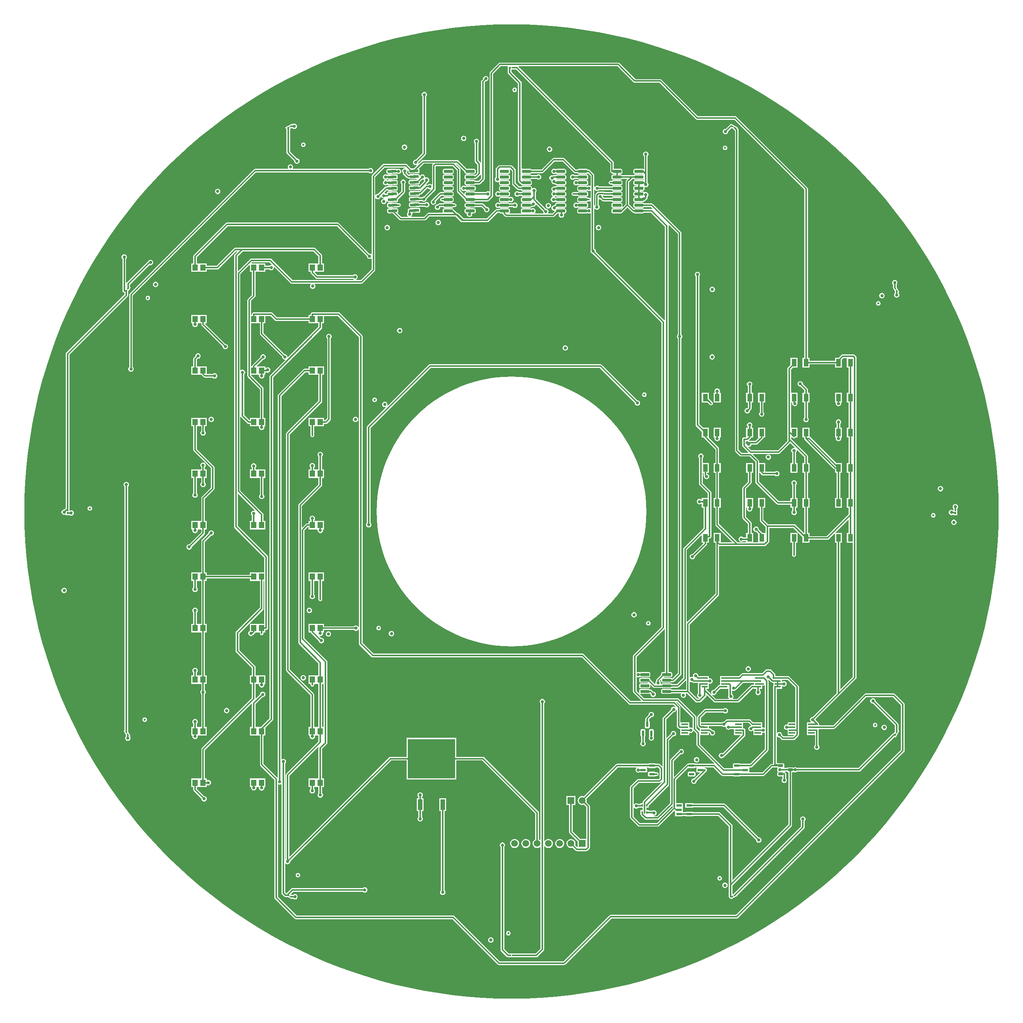
<source format=gtl>
G04*
G04 #@! TF.GenerationSoftware,Altium Limited,Altium Designer,20.2.3 (150)*
G04*
G04 Layer_Physical_Order=1*
G04 Layer_Color=255*
%FSLAX25Y25*%
%MOIN*%
G70*
G04*
G04 #@! TF.SameCoordinates,FEBEBD62-9BCC-4C60-8B63-8EF99F169A48*
G04*
G04*
G04 #@! TF.FilePolarity,Positive*
G04*
G01*
G75*
%ADD16R,0.01260X0.02205*%
G04:AMPARAMS|DCode=17|XSize=77.56mil|YSize=23.62mil|CornerRadius=2.95mil|HoleSize=0mil|Usage=FLASHONLY|Rotation=180.000|XOffset=0mil|YOffset=0mil|HoleType=Round|Shape=RoundedRectangle|*
%AMROUNDEDRECTD17*
21,1,0.07756,0.01772,0,0,180.0*
21,1,0.07165,0.02362,0,0,180.0*
1,1,0.00591,-0.03583,0.00886*
1,1,0.00591,0.03583,0.00886*
1,1,0.00591,0.03583,-0.00886*
1,1,0.00591,-0.03583,-0.00886*
%
%ADD17ROUNDEDRECTD17*%
%ADD18R,0.05000X0.02200*%
%ADD19R,0.05900X0.01700*%
%ADD20R,0.05500X0.01700*%
G04:AMPARAMS|DCode=21|XSize=49.61mil|YSize=23.23mil|CornerRadius=2.9mil|HoleSize=0mil|Usage=FLASHONLY|Rotation=0.000|XOffset=0mil|YOffset=0mil|HoleType=Round|Shape=RoundedRectangle|*
%AMROUNDEDRECTD21*
21,1,0.04961,0.01742,0,0,0.0*
21,1,0.04380,0.02323,0,0,0.0*
1,1,0.00581,0.02190,-0.00871*
1,1,0.00581,-0.02190,-0.00871*
1,1,0.00581,-0.02190,0.00871*
1,1,0.00581,0.02190,0.00871*
%
%ADD21ROUNDEDRECTD21*%
G04:AMPARAMS|DCode=22|XSize=49.61mil|YSize=23.23mil|CornerRadius=2.9mil|HoleSize=0mil|Usage=FLASHONLY|Rotation=90.000|XOffset=0mil|YOffset=0mil|HoleType=Round|Shape=RoundedRectangle|*
%AMROUNDEDRECTD22*
21,1,0.04961,0.01742,0,0,90.0*
21,1,0.04380,0.02323,0,0,90.0*
1,1,0.00581,0.00871,0.02190*
1,1,0.00581,0.00871,-0.02190*
1,1,0.00581,-0.00871,-0.02190*
1,1,0.00581,-0.00871,0.02190*
%
%ADD22ROUNDEDRECTD22*%
G04:AMPARAMS|DCode=23|XSize=42.91mil|YSize=24.02mil|CornerRadius=3mil|HoleSize=0mil|Usage=FLASHONLY|Rotation=0.000|XOffset=0mil|YOffset=0mil|HoleType=Round|Shape=RoundedRectangle|*
%AMROUNDEDRECTD23*
21,1,0.04291,0.01801,0,0,0.0*
21,1,0.03691,0.02402,0,0,0.0*
1,1,0.00600,0.01846,-0.00901*
1,1,0.00600,-0.01846,-0.00901*
1,1,0.00600,-0.01846,0.00901*
1,1,0.00600,0.01846,0.00901*
%
%ADD23ROUNDEDRECTD23*%
%ADD24R,0.04331X0.06693*%
%ADD25R,0.04724X0.05512*%
G04:AMPARAMS|DCode=26|XSize=77.56mil|YSize=23.62mil|CornerRadius=2.95mil|HoleSize=0mil|Usage=FLASHONLY|Rotation=180.044|XOffset=0mil|YOffset=0mil|HoleType=Round|Shape=RoundedRectangle|*
%AMROUNDEDRECTD26*
21,1,0.07756,0.01772,0,0,180.0*
21,1,0.07165,0.02362,0,0,180.0*
1,1,0.00591,-0.03583,0.00883*
1,1,0.00591,0.03582,0.00889*
1,1,0.00591,0.03583,-0.00883*
1,1,0.00591,-0.03582,-0.00889*
%
%ADD26ROUNDEDRECTD26*%
%ADD27R,0.04134X0.09449*%
%ADD28R,0.41929X0.35039*%
G04:AMPARAMS|DCode=29|XSize=77.56mil|YSize=23.62mil|CornerRadius=2.95mil|HoleSize=0mil|Usage=FLASHONLY|Rotation=181.033|XOffset=0mil|YOffset=0mil|HoleType=Round|Shape=RoundedRectangle|*
%AMROUNDEDRECTD29*
21,1,0.07756,0.01772,0,0,181.0*
21,1,0.07165,0.02362,0,0,181.0*
1,1,0.00591,-0.03598,0.00821*
1,1,0.00591,0.03566,0.00950*
1,1,0.00591,0.03598,-0.00821*
1,1,0.00591,-0.03566,-0.00950*
%
%ADD29ROUNDEDRECTD29*%
G04:AMPARAMS|DCode=30|XSize=11.81mil|YSize=19.68mil|CornerRadius=0mil|HoleSize=0mil|Usage=FLASHONLY|Rotation=179.227|XOffset=0mil|YOffset=0mil|HoleType=Round|Shape=Rectangle|*
%AMROTATEDRECTD30*
4,1,4,0.00604,0.00976,0.00577,-0.00992,-0.00604,-0.00976,-0.00577,0.00992,0.00604,0.00976,0.0*
%
%ADD30ROTATEDRECTD30*%

%ADD31R,0.01968X0.01181*%
G04:AMPARAMS|DCode=32|XSize=11.81mil|YSize=19.68mil|CornerRadius=0mil|HoleSize=0mil|Usage=FLASHONLY|Rotation=239.828|XOffset=0mil|YOffset=0mil|HoleType=Round|Shape=Rectangle|*
%AMROTATEDRECTD32*
4,1,4,-0.00554,0.01005,0.01148,0.00016,0.00554,-0.01005,-0.01148,-0.00016,-0.00554,0.01005,0.0*
%
%ADD32ROTATEDRECTD32*%

G04:AMPARAMS|DCode=33|XSize=11.81mil|YSize=19.68mil|CornerRadius=0mil|HoleSize=0mil|Usage=FLASHONLY|Rotation=300.000|XOffset=0mil|YOffset=0mil|HoleType=Round|Shape=Rectangle|*
%AMROTATEDRECTD33*
4,1,4,-0.01148,0.00019,0.00557,0.01004,0.01148,-0.00019,-0.00557,-0.01004,-0.01148,0.00019,0.0*
%
%ADD33ROTATEDRECTD33*%

G04:AMPARAMS|DCode=34|XSize=11.81mil|YSize=19.68mil|CornerRadius=0mil|HoleSize=0mil|Usage=FLASHONLY|Rotation=143.067|XOffset=0mil|YOffset=0mil|HoleType=Round|Shape=Rectangle|*
%AMROTATEDRECTD34*
4,1,4,0.01064,0.00432,-0.00119,-0.01142,-0.01064,-0.00432,0.00119,0.01142,0.01064,0.00432,0.0*
%
%ADD34ROTATEDRECTD34*%

G04:AMPARAMS|DCode=35|XSize=11.81mil|YSize=19.68mil|CornerRadius=0mil|HoleSize=0mil|Usage=FLASHONLY|Rotation=0.225|XOffset=0mil|YOffset=0mil|HoleType=Round|Shape=Rectangle|*
%AMROTATEDRECTD35*
4,1,4,-0.00587,-0.00987,-0.00594,0.00982,0.00587,0.00987,0.00594,-0.00982,-0.00587,-0.00987,0.0*
%
%ADD35ROTATEDRECTD35*%

G04:AMPARAMS|DCode=36|XSize=11.81mil|YSize=19.68mil|CornerRadius=0mil|HoleSize=0mil|Usage=FLASHONLY|Rotation=29.737|XOffset=0mil|YOffset=0mil|HoleType=Round|Shape=Rectangle|*
%AMROTATEDRECTD36*
4,1,4,-0.00025,-0.01148,-0.01001,0.00562,0.00025,0.01148,0.01001,-0.00562,-0.00025,-0.01148,0.0*
%
%ADD36ROTATEDRECTD36*%

G04:AMPARAMS|DCode=37|XSize=11.81mil|YSize=19.68mil|CornerRadius=0mil|HoleSize=0mil|Usage=FLASHONLY|Rotation=150.000|XOffset=0mil|YOffset=0mil|HoleType=Round|Shape=Rectangle|*
%AMROTATEDRECTD37*
4,1,4,0.01004,0.00557,0.00019,-0.01148,-0.01004,-0.00557,-0.00019,0.01148,0.01004,0.00557,0.0*
%
%ADD37ROTATEDRECTD37*%

%ADD64C,0.01181*%
%ADD65R,0.05906X0.05906*%
%ADD66C,0.05906*%
%ADD67C,0.01968*%
%ADD68C,0.02756*%
G36*
X446120Y864935D02*
X459158Y864343D01*
X472172Y863359D01*
X485150Y861982D01*
X498081Y860213D01*
X510952Y858055D01*
X523752Y855508D01*
X536470Y852577D01*
X549093Y849263D01*
X561610Y845568D01*
X574010Y841498D01*
X586282Y837055D01*
X598413Y832243D01*
X610394Y827067D01*
X622213Y821532D01*
X633860Y815642D01*
X645323Y809403D01*
X656592Y802820D01*
X667658Y795901D01*
X678509Y788650D01*
X689137Y781075D01*
X699531Y773182D01*
X709682Y764979D01*
X719580Y756473D01*
X729217Y747672D01*
X738584Y738584D01*
X747672Y729217D01*
X756473Y719580D01*
X764979Y709682D01*
X773182Y699531D01*
X781075Y689137D01*
X788650Y678509D01*
X795901Y667658D01*
X802820Y656592D01*
X809403Y645323D01*
X815642Y633860D01*
X821532Y622213D01*
X827067Y610394D01*
X832243Y598413D01*
X837055Y586282D01*
X841498Y574010D01*
X845568Y561610D01*
X849263Y549093D01*
X852577Y536470D01*
X855508Y523752D01*
X858055Y510952D01*
X860213Y498081D01*
X861982Y485150D01*
X863359Y472172D01*
X864343Y459158D01*
X864935Y446120D01*
X865132Y433071D01*
X864935Y420021D01*
X864343Y406984D01*
X863359Y393970D01*
X861982Y380992D01*
X860213Y368061D01*
X858055Y355190D01*
X855508Y342389D01*
X852577Y329672D01*
X849263Y317049D01*
X845568Y304531D01*
X841498Y292131D01*
X837055Y279860D01*
X832243Y267728D01*
X827067Y255748D01*
X821532Y243929D01*
X815642Y232282D01*
X809403Y220819D01*
X802820Y209549D01*
X795901Y198484D01*
X788650Y187632D01*
X781075Y177005D01*
X773182Y166611D01*
X764979Y156460D01*
X756473Y146562D01*
X747672Y136925D01*
X738584Y127558D01*
X729217Y118470D01*
X719580Y109669D01*
X709682Y101163D01*
X699531Y92960D01*
X689137Y85067D01*
X678509Y77492D01*
X667658Y70241D01*
X656592Y63321D01*
X645323Y56739D01*
X633860Y50500D01*
X622213Y44610D01*
X610394Y39075D01*
X598413Y33899D01*
X586282Y29087D01*
X574010Y24644D01*
X561610Y20573D01*
X549093Y16879D01*
X536470Y13565D01*
X523752Y10633D01*
X510952Y8087D01*
X498081Y5929D01*
X485150Y4160D01*
X472172Y2783D01*
X459158Y1798D01*
X446120Y1207D01*
X433071Y1010D01*
X420021Y1207D01*
X406984Y1798D01*
X393970Y2783D01*
X380992Y4160D01*
X368061Y5929D01*
X355190Y8087D01*
X342389Y10633D01*
X329672Y13565D01*
X317049Y16879D01*
X304531Y20573D01*
X292131Y24644D01*
X279860Y29087D01*
X267728Y33899D01*
X255748Y39075D01*
X243929Y44610D01*
X232282Y50500D01*
X220819Y56739D01*
X209549Y63321D01*
X198484Y70241D01*
X187632Y77492D01*
X177005Y85067D01*
X166611Y92960D01*
X156460Y101163D01*
X146562Y109669D01*
X136925Y118470D01*
X127558Y127558D01*
X118470Y136925D01*
X109669Y146562D01*
X101163Y156460D01*
X92960Y166611D01*
X85067Y177005D01*
X77492Y187632D01*
X70241Y198484D01*
X63321Y209549D01*
X56739Y220819D01*
X50500Y232282D01*
X44610Y243929D01*
X39075Y255748D01*
X33899Y267728D01*
X29087Y279860D01*
X24644Y292131D01*
X20573Y304531D01*
X16879Y317049D01*
X13565Y329672D01*
X10633Y342389D01*
X8087Y355190D01*
X5929Y368061D01*
X4160Y380992D01*
X2783Y393970D01*
X1798Y406984D01*
X1207Y420021D01*
X1010Y433071D01*
X1207Y446120D01*
X1798Y459158D01*
X2783Y472172D01*
X4160Y485150D01*
X5929Y498081D01*
X8087Y510952D01*
X10633Y523752D01*
X13565Y536470D01*
X16879Y549093D01*
X20573Y561610D01*
X24644Y574010D01*
X29087Y586282D01*
X33899Y598413D01*
X39075Y610394D01*
X44610Y622213D01*
X50500Y633860D01*
X56739Y645323D01*
X63321Y656592D01*
X70241Y667658D01*
X77492Y678509D01*
X85067Y689137D01*
X92960Y699531D01*
X101163Y709682D01*
X109669Y719580D01*
X118470Y729217D01*
X127558Y738584D01*
X136925Y747672D01*
X146562Y756473D01*
X156460Y764979D01*
X166611Y773182D01*
X177005Y781075D01*
X187632Y788650D01*
X198484Y795901D01*
X209549Y802820D01*
X220819Y809403D01*
X232282Y815642D01*
X243929Y821532D01*
X255748Y827067D01*
X267728Y832243D01*
X279860Y837055D01*
X292131Y841498D01*
X304531Y845568D01*
X317049Y849263D01*
X329672Y852577D01*
X342389Y855508D01*
X355190Y858055D01*
X368061Y860213D01*
X380992Y861982D01*
X393970Y863359D01*
X406984Y864343D01*
X420021Y864935D01*
X433071Y865132D01*
X446120Y864935D01*
D02*
G37*
%LPC*%
G36*
X410301Y819420D02*
X409379Y819237D01*
X408598Y818715D01*
X408076Y817933D01*
X407893Y817012D01*
X407916Y816897D01*
X406572Y815553D01*
X406224Y815032D01*
X406102Y814418D01*
X406102Y814418D01*
Y742861D01*
X405694Y742704D01*
X405602Y742698D01*
X403612Y744688D01*
Y759475D01*
X403709Y759540D01*
X404231Y760321D01*
X404415Y761243D01*
X404231Y762164D01*
X403709Y762946D01*
X402928Y763468D01*
X402006Y763651D01*
X401085Y763468D01*
X400303Y762946D01*
X399781Y762164D01*
X399598Y761243D01*
X399781Y760321D01*
X400303Y759540D01*
X400401Y759475D01*
Y744023D01*
X400401Y744023D01*
X400523Y743408D01*
X400871Y742887D01*
X402882Y740876D01*
Y733516D01*
X400935Y731569D01*
X400905Y731572D01*
X400481Y731854D01*
X399982Y731953D01*
X392817Y731948D01*
X392318Y731848D01*
X391895Y731565D01*
X391612Y731141D01*
X391513Y730642D01*
X391514Y728870D01*
X391614Y728371D01*
X391897Y727948D01*
X392321Y727666D01*
X392820Y727567D01*
X399985Y727572D01*
X400485Y727672D01*
X400908Y727955D01*
X401040Y728154D01*
X401397D01*
X401397Y728154D01*
X402012Y728277D01*
X402533Y728625D01*
X405602Y731694D01*
X405695Y731688D01*
X406102Y731531D01*
Y728628D01*
X403839Y726366D01*
X401047D01*
X400909Y726572D01*
X400485Y726854D01*
X399986Y726953D01*
X392821Y726948D01*
X392321Y726848D01*
X391898Y726565D01*
X391616Y726142D01*
X391517Y725642D01*
X391518Y723871D01*
X391618Y723372D01*
X391901Y722948D01*
X392325Y722666D01*
X392824Y722567D01*
X399989Y722573D01*
X400489Y722672D01*
X400912Y722955D01*
X401044Y723155D01*
X404504D01*
X404504Y723154D01*
X405119Y723277D01*
X405640Y723625D01*
X408843Y726828D01*
X408843Y726828D01*
X409191Y727349D01*
X409313Y727963D01*
X409313Y727963D01*
Y813753D01*
X410186Y814626D01*
X410301Y814603D01*
X411223Y814787D01*
X412004Y815309D01*
X412526Y816090D01*
X412710Y817012D01*
X412526Y817933D01*
X412004Y818715D01*
X411223Y819237D01*
X410301Y819420D01*
D02*
G37*
G36*
X240400Y777123D02*
X239478Y776940D01*
X239006Y776624D01*
X238519Y776738D01*
X238331Y777063D01*
X236852Y776209D01*
X236799Y776198D01*
X236582Y776053D01*
X235945Y775685D01*
X235944Y775685D01*
X234465Y774831D01*
X234413Y774820D01*
X234195Y774675D01*
X232535Y773717D01*
X233421Y772181D01*
Y751573D01*
X233421Y751573D01*
X233544Y750958D01*
X233892Y750438D01*
X240314Y744015D01*
X240292Y743900D01*
X240475Y742978D01*
X240997Y742197D01*
X241778Y741675D01*
X242700Y741492D01*
X243622Y741675D01*
X244403Y742197D01*
X244925Y742978D01*
X245109Y743900D01*
X244925Y744822D01*
X244403Y745603D01*
X243622Y746125D01*
X242700Y746309D01*
X242585Y746286D01*
X236633Y752238D01*
Y772445D01*
X237782Y773109D01*
X238632D01*
X238697Y773012D01*
X239478Y772490D01*
X240400Y772306D01*
X241322Y772490D01*
X242103Y773012D01*
X242625Y773793D01*
X242809Y774715D01*
X242625Y775636D01*
X242103Y776418D01*
X241322Y776940D01*
X240400Y777123D01*
D02*
G37*
G36*
X390652Y766412D02*
X389730Y766228D01*
X388949Y765706D01*
X388427Y764925D01*
X388243Y764003D01*
X388427Y763082D01*
X388949Y762300D01*
X389730Y761778D01*
X390652Y761595D01*
X391574Y761778D01*
X392355Y762300D01*
X392877Y763082D01*
X393060Y764003D01*
X392877Y764925D01*
X392355Y765706D01*
X391574Y766228D01*
X390652Y766412D01*
D02*
G37*
G36*
X248482Y760377D02*
X248354Y760352D01*
X248223Y760360D01*
X247973Y760276D01*
X247714Y760224D01*
X247606Y760152D01*
X247482Y760110D01*
X247283Y759936D01*
X247063Y759789D01*
X246990Y759680D01*
X246892Y759594D01*
X246775Y759358D01*
X246628Y759138D01*
X246603Y759010D01*
X246545Y758892D01*
X246527Y758629D01*
X246475Y758370D01*
X246501Y758242D01*
X246492Y758111D01*
X246577Y757861D01*
X246628Y757602D01*
X246701Y757493D01*
X246743Y757369D01*
X246917Y757170D01*
X247063Y756951D01*
X247172Y756878D01*
X247258Y756780D01*
X247495Y756662D01*
X247714Y756516D01*
X247843Y756490D01*
X247960Y756432D01*
X248223Y756415D01*
X248482Y756363D01*
X248611Y756389D01*
X248741Y756380D01*
X248991Y756464D01*
X249251Y756516D01*
X249359Y756588D01*
X249483Y756630D01*
X249682Y756804D01*
X249902Y756951D01*
X249974Y757060D01*
X250073Y757146D01*
X250190Y757382D01*
X250337Y757602D01*
X250362Y757730D01*
X250420Y757847D01*
X250438Y758111D01*
X250489Y758370D01*
X250464Y758498D01*
X250473Y758629D01*
X250388Y758879D01*
X250337Y759138D01*
X250264Y759247D01*
X250222Y759371D01*
X250048Y759570D01*
X249902Y759789D01*
X249793Y759862D01*
X249707Y759960D01*
X249470Y760078D01*
X249251Y760224D01*
X249122Y760250D01*
X249005Y760308D01*
X248741Y760326D01*
X248482Y760377D01*
D02*
G37*
G36*
X338235Y758618D02*
X337314Y758435D01*
X336532Y757913D01*
X336010Y757132D01*
X335827Y756210D01*
X336010Y755288D01*
X336532Y754507D01*
X337314Y753985D01*
X338235Y753801D01*
X339157Y753985D01*
X339938Y754507D01*
X340460Y755288D01*
X340644Y756210D01*
X340460Y757132D01*
X339938Y757913D01*
X339157Y758435D01*
X338235Y758618D01*
D02*
G37*
G36*
X237000Y741009D02*
X236078Y740825D01*
X235297Y740303D01*
X234775Y739522D01*
X234592Y738600D01*
X234775Y737678D01*
X234917Y737466D01*
X234681Y737025D01*
X205728D01*
X205114Y736903D01*
X204593Y736555D01*
X204593Y736555D01*
X94455Y626417D01*
X94107Y625896D01*
X93985Y625281D01*
X93985Y625281D01*
Y561161D01*
X93887Y561096D01*
X93365Y560314D01*
X93182Y559392D01*
X93365Y558471D01*
X93887Y557690D01*
X94669Y557167D01*
X95590Y556984D01*
X96512Y557167D01*
X97293Y557690D01*
X97815Y558471D01*
X97999Y559392D01*
X97815Y560314D01*
X97293Y561096D01*
X97196Y561161D01*
Y624616D01*
X206394Y733814D01*
X306363D01*
X306428Y733716D01*
X307209Y733194D01*
X308131Y733011D01*
X309052Y733194D01*
X309834Y733716D01*
X310356Y734498D01*
X310539Y735419D01*
X310356Y736341D01*
X309834Y737122D01*
X309052Y737644D01*
X308131Y737828D01*
X307209Y737644D01*
X306428Y737122D01*
X306363Y737025D01*
X239319D01*
X239083Y737466D01*
X239225Y737678D01*
X239408Y738600D01*
X239225Y739522D01*
X238703Y740303D01*
X237922Y740825D01*
X237000Y741009D01*
D02*
G37*
G36*
X527755Y831206D02*
X527755Y831206D01*
X422900D01*
X422286Y831083D01*
X421765Y830735D01*
X421765Y830735D01*
X414065Y823035D01*
X413717Y822515D01*
X413594Y821900D01*
X413594Y821900D01*
Y717179D01*
X413153Y716944D01*
X413091Y716985D01*
X412170Y717169D01*
X411248Y716985D01*
X410467Y716463D01*
X410401Y716366D01*
X401054D01*
X400916Y716572D01*
X400493Y716854D01*
X399994Y716953D01*
X392828Y716948D01*
X392329Y716848D01*
X391906Y716565D01*
X391624Y716141D01*
X391525Y715642D01*
X391525Y714879D01*
X391063Y714687D01*
X387806Y717945D01*
Y719397D01*
X388306Y719447D01*
X388427Y718838D01*
X388949Y718057D01*
X389730Y717535D01*
X390652Y717351D01*
X391574Y717535D01*
X392049Y717852D01*
X392329Y717666D01*
X392828Y717567D01*
X399993Y717572D01*
X400492Y717672D01*
X400915Y717955D01*
X401198Y718379D01*
X401297Y718878D01*
X401295Y720650D01*
X401196Y721149D01*
X400913Y721572D01*
X400489Y721854D01*
X399990Y721953D01*
X392824Y721948D01*
X392325Y721848D01*
X392052Y721665D01*
X391574Y721985D01*
X390652Y722168D01*
X389730Y721985D01*
X388949Y721463D01*
X388427Y720682D01*
X388306Y720073D01*
X387806Y720123D01*
Y736400D01*
X387683Y737014D01*
X387335Y737535D01*
X387335Y737535D01*
X383960Y740910D01*
X384139Y741439D01*
X384376Y741471D01*
X391510Y734337D01*
X391511Y733870D01*
X391610Y733371D01*
X391893Y732948D01*
X392317Y732666D01*
X392816Y732567D01*
X399982Y732572D01*
X400481Y732672D01*
X400904Y732955D01*
X401186Y733379D01*
X401285Y733878D01*
X401284Y735650D01*
X401184Y736149D01*
X400901Y736572D01*
X400478Y736854D01*
X399978Y736953D01*
X393441Y736948D01*
X386038Y744351D01*
X385518Y744699D01*
X384903Y744821D01*
X384903Y744821D01*
X354597D01*
X354597Y744821D01*
X353983Y744699D01*
X353462Y744351D01*
X350839Y741728D01*
X350378Y741974D01*
X350525Y742713D01*
X350502Y742828D01*
X356875Y749201D01*
X357223Y749722D01*
X357346Y750336D01*
X357346Y750336D01*
Y801085D01*
X357443Y801150D01*
X357965Y801931D01*
X358148Y802853D01*
X357965Y803775D01*
X357443Y804556D01*
X356662Y805078D01*
X355740Y805262D01*
X354818Y805078D01*
X354037Y804556D01*
X353515Y803775D01*
X353331Y802853D01*
X353515Y801931D01*
X354037Y801150D01*
X354134Y801085D01*
Y751002D01*
X348232Y745099D01*
X348117Y745122D01*
X347195Y744939D01*
X346414Y744416D01*
X345892Y743635D01*
X345708Y742713D01*
X345892Y741792D01*
X346414Y741010D01*
X347195Y740488D01*
X348117Y740305D01*
X348856Y740452D01*
X349102Y739991D01*
X346465Y737353D01*
X344061Y737310D01*
X340435Y740935D01*
X339914Y741283D01*
X339300Y741406D01*
X339300Y741406D01*
X320000D01*
X319386Y741283D01*
X318865Y740935D01*
X309494Y731565D01*
X309146Y731044D01*
X309024Y730429D01*
X309024Y730429D01*
Y661719D01*
X308524Y661451D01*
X308151Y661700D01*
X307230Y661883D01*
X307115Y661861D01*
X280135Y688840D01*
X279614Y689188D01*
X279000Y689310D01*
X279000Y689310D01*
X180661D01*
X180661Y689310D01*
X180047Y689188D01*
X179526Y688840D01*
X179526Y688840D01*
X151314Y660629D01*
X150966Y660108D01*
X150844Y659493D01*
X150844Y659493D01*
Y653112D01*
X149103D01*
Y645632D01*
X155796D01*
Y645632D01*
X156190Y645632D01*
Y645632D01*
X162883D01*
Y647766D01*
X172172D01*
X172172Y647766D01*
X172786Y647888D01*
X173307Y648236D01*
X188765Y663694D01*
X189470D01*
X189662Y663232D01*
X187565Y661135D01*
X187217Y660614D01*
X187094Y660000D01*
X187094Y660000D01*
Y419700D01*
X187094Y419700D01*
X187217Y419086D01*
X187565Y418565D01*
X213894Y392235D01*
Y379021D01*
X208277D01*
X208171Y379021D01*
X207777D01*
X207671Y379021D01*
X201084D01*
Y376886D01*
X162883D01*
Y379021D01*
X161142D01*
Y406171D01*
X166585Y411614D01*
X166700Y411591D01*
X167622Y411775D01*
X168403Y412297D01*
X168925Y413078D01*
X169108Y414000D01*
X168925Y414922D01*
X168403Y415703D01*
X167622Y416225D01*
X166700Y416408D01*
X165778Y416225D01*
X164997Y415703D01*
X164475Y414922D01*
X164292Y414000D01*
X164314Y413885D01*
X158401Y407972D01*
X158053Y407451D01*
X157931Y406836D01*
X157931Y406836D01*
Y379021D01*
X156296D01*
X156190Y379021D01*
X155796D01*
X155690Y379021D01*
X149103D01*
Y371540D01*
X150844D01*
Y365768D01*
X150747Y365703D01*
X150224Y364922D01*
X150041Y364000D01*
X150224Y363078D01*
X150747Y362297D01*
X151528Y361775D01*
X152450Y361592D01*
X153371Y361775D01*
X154153Y362297D01*
X154675Y363078D01*
X154858Y364000D01*
X154675Y364922D01*
X154153Y365703D01*
X154055Y365768D01*
Y371540D01*
X155690D01*
X155796Y371540D01*
X156190D01*
X156296Y371540D01*
X157931D01*
Y333339D01*
X156296D01*
X156190Y333339D01*
X155796D01*
X155690Y333339D01*
X154055D01*
Y343632D01*
X154153Y343697D01*
X154675Y344478D01*
X154858Y345400D01*
X154675Y346322D01*
X154153Y347103D01*
X153371Y347625D01*
X152450Y347809D01*
X151528Y347625D01*
X150747Y347103D01*
X150224Y346322D01*
X150041Y345400D01*
X150224Y344478D01*
X150747Y343697D01*
X150844Y343632D01*
Y333339D01*
X149103D01*
Y325858D01*
X155690D01*
X155796Y325858D01*
X156190D01*
X156296Y325858D01*
X157931D01*
Y287657D01*
X156296D01*
X156190Y287657D01*
X155796D01*
X155690Y287657D01*
X154055D01*
Y290382D01*
X154153Y290447D01*
X154675Y291229D01*
X154858Y292150D01*
X154675Y293072D01*
X154153Y293853D01*
X153371Y294376D01*
X152450Y294559D01*
X151528Y294376D01*
X150747Y293853D01*
X150224Y293072D01*
X150041Y292150D01*
X150224Y291229D01*
X150747Y290447D01*
X150844Y290382D01*
Y287657D01*
X149103D01*
Y280177D01*
X155690D01*
X155796Y280177D01*
X156190D01*
X156296Y280177D01*
X157931D01*
Y274668D01*
X157833Y274603D01*
X157311Y273822D01*
X157128Y272900D01*
X157311Y271978D01*
X157833Y271197D01*
X157931Y271132D01*
Y241975D01*
X156296D01*
X156190Y241975D01*
X155796D01*
X155690Y241975D01*
X154055D01*
Y244932D01*
X154153Y244997D01*
X154675Y245778D01*
X154858Y246700D01*
X154675Y247622D01*
X154153Y248403D01*
X153371Y248925D01*
X152450Y249109D01*
X151528Y248925D01*
X150747Y248403D01*
X150224Y247622D01*
X150041Y246700D01*
X150224Y245778D01*
X150747Y244997D01*
X150844Y244932D01*
Y241975D01*
X149103D01*
Y234495D01*
X149825D01*
X150142Y234108D01*
X150041Y233601D01*
X150224Y232679D01*
X150747Y231898D01*
X151528Y231376D01*
X152450Y231192D01*
X153371Y231376D01*
X154153Y231898D01*
X154675Y232679D01*
X154858Y233601D01*
X154757Y234108D01*
X155074Y234495D01*
X155690D01*
X155796Y234495D01*
X156190D01*
X156296Y234495D01*
X162883D01*
Y241975D01*
X161142D01*
Y271132D01*
X161239Y271197D01*
X161761Y271978D01*
X161945Y272900D01*
X161761Y273822D01*
X161239Y274603D01*
X161142Y274668D01*
Y280177D01*
X162883D01*
Y287657D01*
X161142D01*
Y325858D01*
X162883D01*
Y333339D01*
X161142D01*
Y371540D01*
X162883D01*
Y373675D01*
X201084D01*
Y371540D01*
X207671D01*
X207777Y371540D01*
X208171D01*
X208277Y371540D01*
X209912D01*
Y347682D01*
X188865Y326635D01*
X188517Y326115D01*
X188394Y325500D01*
X188394Y325500D01*
Y309500D01*
X188394Y309500D01*
X188517Y308886D01*
X188865Y308365D01*
X202825Y294404D01*
Y287657D01*
X201084D01*
Y280177D01*
X202825D01*
Y267696D01*
X158401Y223272D01*
X158053Y222751D01*
X157931Y222136D01*
X157931Y222136D01*
Y196293D01*
X156296D01*
X156190Y196293D01*
X155796D01*
X155690Y196293D01*
X149103D01*
Y188813D01*
X150844D01*
Y186250D01*
X150844Y186250D01*
X150966Y185636D01*
X151314Y185115D01*
X158014Y178415D01*
X157992Y178300D01*
X158175Y177378D01*
X158697Y176597D01*
X159478Y176075D01*
X160400Y175891D01*
X161322Y176075D01*
X162103Y176597D01*
X162625Y177378D01*
X162809Y178300D01*
X162625Y179222D01*
X162103Y180003D01*
X161322Y180525D01*
X160400Y180709D01*
X160285Y180686D01*
X154055Y186916D01*
Y188813D01*
X155690D01*
X155796Y188813D01*
X156190D01*
X156296Y188813D01*
X162883D01*
Y190017D01*
X163383Y190301D01*
X164170Y190145D01*
X165092Y190328D01*
X165873Y190850D01*
X166395Y191631D01*
X166579Y192553D01*
X166395Y193475D01*
X165873Y194256D01*
X165092Y194778D01*
X164170Y194962D01*
X163383Y194805D01*
X162883Y195089D01*
Y196293D01*
X161142D01*
Y221471D01*
X202325Y262654D01*
X202825Y262447D01*
Y241975D01*
X201084D01*
Y234495D01*
X207777D01*
Y234495D01*
X208171D01*
Y234495D01*
X209912D01*
Y208683D01*
X209912Y208683D01*
X210034Y208068D01*
X210382Y207547D01*
X222694Y195235D01*
Y90657D01*
X222694Y90657D01*
X222817Y90043D01*
X223165Y89522D01*
X240652Y72034D01*
X241174Y71686D01*
X241788Y71564D01*
X241788Y71564D01*
X380589D01*
X420879Y31273D01*
X420879Y31273D01*
X421400Y30925D01*
X422015Y30803D01*
X422015Y30803D01*
X479794D01*
X479794Y30803D01*
X480408Y30925D01*
X480929Y31273D01*
X521741Y72085D01*
X632690D01*
X632691Y72085D01*
X633305Y72207D01*
X633826Y72555D01*
X781238Y219967D01*
X781238Y219967D01*
X781586Y220488D01*
X781708Y221102D01*
X781708Y221102D01*
Y261998D01*
X781586Y262612D01*
X781238Y263133D01*
X773235Y271135D01*
X772715Y271483D01*
X772100Y271606D01*
X772100Y271606D01*
X747100D01*
X747100Y271606D01*
X746486Y271483D01*
X745965Y271135D01*
X718264Y243435D01*
X706223D01*
X705898Y243935D01*
X705977Y244329D01*
X705854Y244943D01*
X705506Y245464D01*
X705506Y245464D01*
X702586Y248385D01*
X702608Y248500D01*
X702586Y248615D01*
X724214Y270243D01*
X738635Y284665D01*
X738635Y284665D01*
X738983Y285186D01*
X739106Y285800D01*
X739106Y285800D01*
Y569550D01*
X739106Y569550D01*
X738983Y570164D01*
X738635Y570685D01*
X738635Y570685D01*
X737385Y571935D01*
X736865Y572283D01*
X736250Y572406D01*
X736250Y572406D01*
X726878D01*
X726264Y572283D01*
X725743Y571935D01*
X725743Y571935D01*
X723364Y569557D01*
X719928D01*
Y566832D01*
X697475D01*
Y569557D01*
X695931D01*
Y719275D01*
X695931Y719275D01*
X695809Y719889D01*
X695461Y720410D01*
X632562Y783309D01*
X632041Y783657D01*
X631427Y783779D01*
X631427Y783779D01*
X598470D01*
X566179Y816070D01*
X565658Y816418D01*
X565043Y816540D01*
X565043Y816540D01*
X543085D01*
X542366Y817260D01*
X542366Y817260D01*
X542366Y817260D01*
X528890Y830735D01*
X528369Y831083D01*
X528267Y831104D01*
X527755Y831206D01*
D02*
G37*
G36*
X172494Y719354D02*
X171573Y719170D01*
X170791Y718648D01*
X170269Y717867D01*
X170086Y716945D01*
X170269Y716023D01*
X170791Y715242D01*
X171573Y714720D01*
X172494Y714537D01*
X173416Y714720D01*
X174197Y715242D01*
X174720Y716023D01*
X174903Y716945D01*
X174720Y717867D01*
X174197Y718648D01*
X173416Y719170D01*
X172494Y719354D01*
D02*
G37*
G36*
X89600Y661108D02*
X88678Y660925D01*
X87897Y660403D01*
X87375Y659622D01*
X87191Y658700D01*
X87375Y657778D01*
X87897Y656997D01*
X87994Y656932D01*
Y628768D01*
X88117Y628154D01*
X88465Y627633D01*
X88986Y627285D01*
X89600Y627163D01*
X89724D01*
Y625494D01*
X38229Y574000D01*
X37881Y573479D01*
X37759Y572864D01*
X37759Y572864D01*
Y435918D01*
X37586Y435883D01*
X37065Y435535D01*
X37065Y435535D01*
X36415Y434886D01*
X36300Y434908D01*
X35378Y434725D01*
X34597Y434203D01*
X34075Y433422D01*
X33891Y432500D01*
X34075Y431578D01*
X34597Y430797D01*
X35378Y430275D01*
X36300Y430091D01*
X37222Y430275D01*
X37365Y430371D01*
X37807Y430136D01*
X37808Y429718D01*
X40958Y429731D01*
Y429731D01*
X41134Y429825D01*
X41638Y429488D01*
X42559Y429305D01*
X43481Y429488D01*
X44262Y430011D01*
X44785Y430792D01*
X44968Y431713D01*
X44785Y432635D01*
X44262Y433417D01*
X43481Y433939D01*
X42559Y434122D01*
X41638Y433939D01*
X41442Y433808D01*
X40941Y434074D01*
X40940Y434249D01*
X40970Y434400D01*
Y434449D01*
Y572199D01*
X92465Y623694D01*
X92465Y623694D01*
X92813Y624215D01*
X92935Y624829D01*
X92935Y624829D01*
Y628283D01*
X93771Y629395D01*
X93771Y629395D01*
X94083Y629811D01*
X94121Y629836D01*
X94270Y630060D01*
X95427Y631598D01*
X94591Y632227D01*
Y634265D01*
X112046Y651720D01*
X112953Y651540D01*
X113874Y651723D01*
X114656Y652245D01*
X115178Y653027D01*
X115361Y653948D01*
X115178Y654870D01*
X114656Y655651D01*
X113874Y656173D01*
X112953Y656357D01*
X112031Y656173D01*
X111250Y655651D01*
X110872Y655086D01*
X110868Y655084D01*
X91850Y636065D01*
X91706Y635849D01*
X91206Y636001D01*
Y656932D01*
X91303Y656997D01*
X91825Y657778D01*
X92009Y658700D01*
X91825Y659622D01*
X91303Y660403D01*
X90522Y660925D01*
X89600Y661108D01*
D02*
G37*
G36*
X117447Y636926D02*
X116525Y636743D01*
X115744Y636221D01*
X115222Y635439D01*
X115038Y634518D01*
X115222Y633596D01*
X115744Y632815D01*
X116525Y632293D01*
X117447Y632109D01*
X118368Y632293D01*
X119150Y632815D01*
X119672Y633596D01*
X119855Y634518D01*
X119672Y635439D01*
X119150Y636221D01*
X118368Y636743D01*
X117447Y636926D01*
D02*
G37*
G36*
X773011Y638509D02*
X772089Y638325D01*
X771308Y637803D01*
X770786Y637022D01*
X770602Y636100D01*
X770786Y635178D01*
X771308Y634397D01*
X771534Y634245D01*
Y632347D01*
X770989Y632032D01*
X771603Y630969D01*
X771657Y630697D01*
X772005Y630176D01*
X772136Y630044D01*
X772957Y628622D01*
Y628622D01*
X772957Y628622D01*
X772957Y628622D01*
X773109Y628176D01*
Y626968D01*
X773012Y626903D01*
X772490Y626122D01*
X772306Y625200D01*
X772490Y624278D01*
X773012Y623497D01*
X773793Y622975D01*
X774715Y622791D01*
X775637Y622975D01*
X776418Y623497D01*
X776940Y624278D01*
X777123Y625200D01*
X776940Y626122D01*
X776418Y626903D01*
X776386Y626925D01*
X776394Y627424D01*
X777063Y627811D01*
X776209Y629290D01*
X776198Y629343D01*
X776053Y629560D01*
X775095Y631220D01*
X775095Y631220D01*
X774831Y631677D01*
X774820Y631729D01*
X774746Y631841D01*
Y634445D01*
X775236Y635178D01*
X775419Y636100D01*
X775236Y637022D01*
X774714Y637803D01*
X773932Y638325D01*
X773011Y638509D01*
D02*
G37*
G36*
X761599Y626930D02*
X760678Y626747D01*
X759897Y626225D01*
X759374Y625443D01*
X759191Y624522D01*
X759374Y623600D01*
X759897Y622819D01*
X760678Y622296D01*
X761599Y622113D01*
X762521Y622296D01*
X763303Y622819D01*
X763825Y623600D01*
X764008Y624522D01*
X763825Y625443D01*
X763303Y626225D01*
X762521Y626747D01*
X761599Y626930D01*
D02*
G37*
G36*
X110563Y624501D02*
X110307Y624450D01*
X110047Y624434D01*
X109926Y624374D01*
X109795Y624348D01*
X109578Y624203D01*
X109344Y624088D01*
X109255Y623988D01*
X109144Y623913D01*
X108999Y623696D01*
X108826Y623500D01*
X108783Y623373D01*
X108709Y623262D01*
X108658Y623006D01*
X108573Y622759D01*
X108582Y622625D01*
X108556Y622494D01*
X108607Y622238D01*
X108624Y621978D01*
X108683Y621857D01*
X108709Y621726D01*
X108854Y621509D01*
X108969Y621275D01*
X109069Y621186D01*
X109144Y621075D01*
X109361Y620930D01*
X109557Y620757D01*
X109684Y620714D01*
X109795Y620640D01*
X110051Y620589D01*
X110298Y620505D01*
X110432Y620513D01*
X110563Y620487D01*
X110819Y620538D01*
X111080Y620554D01*
X111200Y620614D01*
X111331Y620640D01*
X111548Y620785D01*
X111782Y620900D01*
X111871Y621000D01*
X111982Y621075D01*
X112127Y621292D01*
X112300Y621488D01*
X112343Y621615D01*
X112417Y621726D01*
X112468Y621982D01*
X112552Y622229D01*
X112544Y622363D01*
X112570Y622494D01*
X112519Y622750D01*
X112503Y623010D01*
X112443Y623131D01*
X112417Y623262D01*
X112272Y623479D01*
X112157Y623713D01*
X112057Y623802D01*
X111982Y623913D01*
X111765Y624058D01*
X111569Y624231D01*
X111442Y624274D01*
X111331Y624348D01*
X111075Y624399D01*
X110828Y624483D01*
X110694Y624475D01*
X110563Y624501D01*
D02*
G37*
G36*
X758377Y619671D02*
X758246Y619644D01*
X758112Y619653D01*
X757865Y619569D01*
X757609Y619518D01*
X757498Y619444D01*
X757371Y619400D01*
X757175Y619228D01*
X756958Y619083D01*
X756884Y618971D01*
X756783Y618883D01*
X756668Y618649D01*
X756523Y618432D01*
X756497Y618300D01*
X756438Y618180D01*
X756421Y617920D01*
X756370Y617664D01*
X756396Y617532D01*
X756388Y617399D01*
X756472Y617151D01*
X756523Y616895D01*
X756598Y616784D01*
X756641Y616657D01*
X756813Y616461D01*
X756958Y616244D01*
X757069Y616170D01*
X757158Y616069D01*
X757392Y615954D01*
X757609Y615809D01*
X757741Y615783D01*
X757861Y615724D01*
X758121Y615707D01*
X758377Y615657D01*
X758509Y615683D01*
X758642Y615674D01*
X758889Y615758D01*
X759145Y615809D01*
X759257Y615884D01*
X759384Y615927D01*
X759580Y616099D01*
X759797Y616244D01*
X759871Y616356D01*
X759972Y616444D01*
X760087Y616678D01*
X760232Y616895D01*
X760258Y617027D01*
X760317Y617147D01*
X760334Y617408D01*
X760385Y617664D01*
X760358Y617795D01*
X760367Y617929D01*
X760283Y618176D01*
X760232Y618432D01*
X760157Y618543D01*
X760114Y618670D01*
X759942Y618866D01*
X759797Y619083D01*
X759685Y619157D01*
X759597Y619258D01*
X759363Y619373D01*
X759145Y619518D01*
X759014Y619544D01*
X758894Y619603D01*
X758633Y619620D01*
X758377Y619671D01*
D02*
G37*
G36*
X156190Y607430D02*
X155796D01*
X155690Y607430D01*
X149103D01*
Y599950D01*
X149816D01*
X150133Y599563D01*
X150041Y599100D01*
X150224Y598178D01*
X150747Y597397D01*
X151528Y596875D01*
X152450Y596692D01*
X153371Y596875D01*
X154153Y597397D01*
X154675Y598178D01*
X154858Y599100D01*
X154766Y599563D01*
X155083Y599950D01*
X155690D01*
X155796Y599950D01*
X156190D01*
X156296Y599950D01*
X157931D01*
Y599100D01*
X157931Y599100D01*
X158053Y598486D01*
X158401Y597965D01*
X176914Y579451D01*
X176892Y579336D01*
X177075Y578414D01*
X177597Y577633D01*
X178378Y577111D01*
X179300Y576928D01*
X180222Y577111D01*
X181003Y577633D01*
X181525Y578414D01*
X181709Y579336D01*
X181525Y580258D01*
X181003Y581039D01*
X180222Y581561D01*
X179300Y581745D01*
X179185Y581722D01*
X161457Y599450D01*
X161664Y599950D01*
X162883D01*
Y607430D01*
X156296D01*
X156190Y607430D01*
D02*
G37*
G36*
X155000Y573509D02*
X154078Y573325D01*
X153297Y572803D01*
X152775Y572022D01*
X152592Y571100D01*
X152614Y570985D01*
X151314Y569685D01*
X150966Y569164D01*
X150844Y568550D01*
X150844Y568549D01*
Y561748D01*
X149103D01*
Y554268D01*
X155690D01*
X155796Y554268D01*
X156190D01*
X156296Y554268D01*
X158131D01*
X158401Y553865D01*
X160001Y552265D01*
X160001Y552265D01*
X160522Y551917D01*
X161136Y551794D01*
X167932D01*
X167997Y551697D01*
X168778Y551175D01*
X169700Y550991D01*
X170622Y551175D01*
X171403Y551697D01*
X171925Y552478D01*
X172108Y553400D01*
X171925Y554322D01*
X171403Y555103D01*
X170622Y555625D01*
X169700Y555808D01*
X168778Y555625D01*
X167997Y555103D01*
X167932Y555006D01*
X162883D01*
Y561748D01*
X156296D01*
X156190Y561748D01*
X155796D01*
X155690Y561748D01*
X154055D01*
Y567884D01*
X154885Y568714D01*
X155000Y568691D01*
X155922Y568875D01*
X156703Y569397D01*
X157225Y570178D01*
X157408Y571100D01*
X157225Y572022D01*
X156703Y572803D01*
X155922Y573325D01*
X155000Y573509D01*
D02*
G37*
G36*
X166700Y517208D02*
X165778Y517025D01*
X164997Y516503D01*
X164475Y515722D01*
X164292Y514800D01*
X164475Y513878D01*
X164997Y513097D01*
X165778Y512575D01*
X166700Y512392D01*
X167622Y512575D01*
X168403Y513097D01*
X168925Y513878D01*
X169108Y514800D01*
X168925Y515722D01*
X168403Y516503D01*
X167622Y517025D01*
X166700Y517208D01*
D02*
G37*
G36*
X156190Y516066D02*
X155796D01*
X155690Y516066D01*
X149103D01*
Y508586D01*
X150844D01*
Y487800D01*
X150844Y487800D01*
X150966Y487185D01*
X151314Y486665D01*
X166474Y471505D01*
Y454132D01*
X158401Y446059D01*
X158053Y445538D01*
X157931Y444923D01*
X157931Y444923D01*
Y424703D01*
X156296D01*
X156190Y424703D01*
X155796D01*
X155690Y424703D01*
X149103D01*
Y417222D01*
X149665D01*
X150075Y416722D01*
X149992Y416300D01*
X150175Y415378D01*
X150697Y414597D01*
X151478Y414075D01*
X152400Y413892D01*
X153322Y414075D01*
X154103Y414597D01*
X154625Y415378D01*
X154808Y416300D01*
X154725Y416722D01*
X155135Y417222D01*
X155690D01*
X155796Y417222D01*
X156190D01*
X156296Y417222D01*
X157931D01*
Y414601D01*
X147315Y403986D01*
X147200Y404008D01*
X146278Y403825D01*
X145497Y403303D01*
X144975Y402522D01*
X144791Y401600D01*
X144975Y400678D01*
X145497Y399897D01*
X146278Y399375D01*
X147200Y399191D01*
X148122Y399375D01*
X148903Y399897D01*
X149425Y400678D01*
X149609Y401600D01*
X149586Y401715D01*
X160672Y412801D01*
X161020Y413322D01*
X161142Y413936D01*
Y417222D01*
X162883D01*
Y424703D01*
X161142D01*
Y444258D01*
X169215Y452331D01*
X169215Y452331D01*
X169563Y452852D01*
X169685Y453467D01*
Y472170D01*
X169685Y472170D01*
X169563Y472785D01*
X169215Y473305D01*
X169215Y473305D01*
X154055Y488465D01*
Y508586D01*
X155690D01*
X155796Y508586D01*
X156190D01*
X156296Y508586D01*
X157931D01*
Y504468D01*
X157833Y504403D01*
X157311Y503622D01*
X157128Y502700D01*
X157311Y501778D01*
X157833Y500997D01*
X158615Y500475D01*
X159536Y500291D01*
X160458Y500475D01*
X161239Y500997D01*
X161761Y501778D01*
X161945Y502700D01*
X161761Y503622D01*
X161239Y504403D01*
X161142Y504468D01*
Y508586D01*
X162883D01*
Y516066D01*
X156296D01*
X156190Y516066D01*
D02*
G37*
G36*
X159536Y476556D02*
X158615Y476372D01*
X157833Y475850D01*
X157311Y475069D01*
X157128Y474147D01*
X157311Y473226D01*
X157833Y472444D01*
X157931Y472379D01*
Y470384D01*
X156296D01*
X156190Y470384D01*
X155796D01*
X155690Y470384D01*
X149103D01*
Y462904D01*
X150844D01*
Y449518D01*
X150747Y449453D01*
X150224Y448672D01*
X150041Y447750D01*
X150224Y446829D01*
X150747Y446047D01*
X151528Y445525D01*
X152450Y445342D01*
X153371Y445525D01*
X154153Y446047D01*
X154675Y446829D01*
X154858Y447750D01*
X154675Y448672D01*
X154153Y449453D01*
X154055Y449518D01*
Y462904D01*
X155690D01*
X155796Y462904D01*
X156190D01*
X156296Y462904D01*
X157931D01*
Y458768D01*
X157833Y458703D01*
X157311Y457922D01*
X157128Y457000D01*
X157311Y456078D01*
X157833Y455297D01*
X158615Y454775D01*
X159536Y454592D01*
X160458Y454775D01*
X161239Y455297D01*
X161761Y456078D01*
X161945Y457000D01*
X161761Y457922D01*
X161239Y458703D01*
X161142Y458768D01*
Y462904D01*
X162883D01*
Y470384D01*
X161142D01*
Y472379D01*
X161239Y472444D01*
X161761Y473226D01*
X161945Y474147D01*
X161761Y475069D01*
X161239Y475850D01*
X160458Y476372D01*
X159536Y476556D01*
D02*
G37*
G36*
X813536Y455711D02*
X812614Y455528D01*
X811833Y455006D01*
X811311Y454224D01*
X811127Y453303D01*
X811311Y452381D01*
X811833Y451600D01*
X812614Y451078D01*
X813536Y450894D01*
X814458Y451078D01*
X815239Y451600D01*
X815761Y452381D01*
X815944Y453303D01*
X815761Y454224D01*
X815239Y455006D01*
X814458Y455528D01*
X813536Y455711D01*
D02*
G37*
G36*
X59054Y437869D02*
X59054Y437869D01*
X59054Y437869D01*
X58672Y437793D01*
X58286Y437716D01*
X58286Y437716D01*
X58286Y437716D01*
X57963Y437500D01*
X57635Y437281D01*
X57635Y437281D01*
X57635Y437281D01*
X57415Y436953D01*
X57200Y436630D01*
X57200Y436630D01*
X57200Y436630D01*
X57123Y436244D01*
X57047Y435862D01*
X57047Y435862D01*
X57047Y435862D01*
X57123Y435480D01*
X57200Y435094D01*
X57200Y435094D01*
X57200Y435094D01*
X57416Y434771D01*
X57635Y434443D01*
X57635Y434443D01*
X57635Y434443D01*
X57964Y434223D01*
X58286Y434008D01*
X58286Y434008D01*
X58287Y434008D01*
X58673Y433931D01*
X59054Y433855D01*
X59054Y433855D01*
X59055Y433855D01*
X59437Y433931D01*
X59822Y434008D01*
X59822Y434008D01*
X59823Y434008D01*
X60145Y434224D01*
X60473Y434443D01*
X60474Y434443D01*
X60474Y434443D01*
X60693Y434772D01*
X60909Y435094D01*
X60909Y435094D01*
X60909Y435095D01*
X60985Y435481D01*
X61061Y435862D01*
X61061Y435862D01*
X61061Y435863D01*
X60985Y436245D01*
X60909Y436630D01*
X60908Y436630D01*
X60908Y436631D01*
X60693Y436953D01*
X60473Y437281D01*
X60473Y437282D01*
X60473Y437282D01*
X60145Y437501D01*
X59822Y437716D01*
X59822Y437716D01*
X59822Y437717D01*
X59436Y437793D01*
X59054Y437869D01*
D02*
G37*
G36*
X826790Y439709D02*
X825869Y439525D01*
X825087Y439003D01*
X824565Y438222D01*
X824382Y437300D01*
X824565Y436378D01*
X825087Y435597D01*
X825185Y435532D01*
Y434483D01*
X825088Y434389D01*
X824811Y434218D01*
X824712Y434198D01*
X824222Y434525D01*
X823300Y434708D01*
X822378Y434525D01*
X821597Y434003D01*
X821075Y433222D01*
X820891Y432300D01*
X821075Y431378D01*
X821597Y430597D01*
X822378Y430075D01*
X823300Y429891D01*
X824222Y430075D01*
X824671Y430375D01*
X825158Y430220D01*
X825152Y429746D01*
X828301Y429703D01*
X828324Y431388D01*
X828335Y431415D01*
X828328Y431700D01*
X828339Y432459D01*
X828339D01*
X828363Y434283D01*
X828396Y434449D01*
Y435532D01*
X828493Y435597D01*
X829016Y436378D01*
X829199Y437300D01*
X829016Y438222D01*
X828493Y439003D01*
X827712Y439525D01*
X826790Y439709D01*
D02*
G37*
G36*
X807206Y431744D02*
X807204Y431744D01*
X807203Y431744D01*
X806820Y431668D01*
X806437Y431593D01*
X806436Y431592D01*
X806435Y431592D01*
X806108Y431374D01*
X805786Y431159D01*
X805785Y431157D01*
X805784Y431157D01*
X805567Y430833D01*
X805350Y430508D01*
X805349Y430507D01*
X805348Y430506D01*
X805273Y430126D01*
X805196Y429740D01*
X805196Y429739D01*
X805196Y429737D01*
X805272Y429355D01*
X805347Y428972D01*
X805348Y428971D01*
X805348Y428969D01*
X805567Y428643D01*
X805781Y428320D01*
X805783Y428319D01*
X805784Y428318D01*
X806108Y428102D01*
X806432Y427884D01*
X806433Y427884D01*
X806435Y427883D01*
X806815Y427808D01*
X807200Y427730D01*
X807201Y427731D01*
X807203Y427730D01*
X807585Y427806D01*
X807968Y427882D01*
X807969Y427883D01*
X807971Y427883D01*
X808297Y428101D01*
X808620Y428316D01*
X808621Y428317D01*
X808622Y428318D01*
X808838Y428642D01*
X809056Y428967D01*
X809056Y428968D01*
X809057Y428969D01*
X809133Y429349D01*
X809210Y429735D01*
X809210Y429736D01*
X809210Y429737D01*
X809134Y430120D01*
X809058Y430503D01*
X809057Y430504D01*
X809057Y430506D01*
X808839Y430832D01*
X808624Y431155D01*
X808623Y431155D01*
X808622Y431157D01*
X808298Y431373D01*
X807974Y431591D01*
X807972Y431591D01*
X807971Y431592D01*
X807591Y431667D01*
X807206Y431744D01*
D02*
G37*
G36*
X825524Y425943D02*
X824602Y425760D01*
X823821Y425237D01*
X823299Y424456D01*
X823115Y423534D01*
X823299Y422613D01*
X823821Y421831D01*
X824602Y421309D01*
X825524Y421126D01*
X826446Y421309D01*
X827227Y421831D01*
X827749Y422613D01*
X827932Y423534D01*
X827749Y424456D01*
X827227Y425237D01*
X826446Y425760D01*
X825524Y425943D01*
D02*
G37*
G36*
X36300Y365509D02*
X35378Y365325D01*
X34597Y364803D01*
X34075Y364022D01*
X33891Y363100D01*
X34075Y362178D01*
X34597Y361397D01*
X35378Y360875D01*
X36300Y360691D01*
X37222Y360875D01*
X38003Y361397D01*
X38525Y362178D01*
X38708Y363100D01*
X38525Y364022D01*
X38003Y364803D01*
X37222Y365325D01*
X36300Y365509D01*
D02*
G37*
G36*
X180370Y258920D02*
X179448Y258736D01*
X178667Y258214D01*
X178145Y257433D01*
X177962Y256511D01*
X178145Y255589D01*
X178667Y254808D01*
X179448Y254286D01*
X180370Y254103D01*
X181292Y254286D01*
X182073Y254808D01*
X182595Y255589D01*
X182779Y256511D01*
X182595Y257433D01*
X182073Y258214D01*
X181292Y258736D01*
X180370Y258920D01*
D02*
G37*
G36*
X107764Y250485D02*
X107633Y250459D01*
X107499Y250468D01*
X107252Y250383D01*
X106996Y250332D01*
X106885Y250258D01*
X106758Y250215D01*
X106562Y250042D01*
X106345Y249897D01*
X106271Y249786D01*
X106170Y249698D01*
X106055Y249463D01*
X105910Y249246D01*
X105884Y249115D01*
X105825Y248995D01*
X105808Y248734D01*
X105757Y248478D01*
X105783Y248347D01*
X105775Y248213D01*
X105859Y247966D01*
X105910Y247710D01*
X105984Y247599D01*
X106028Y247472D01*
X106200Y247276D01*
X106345Y247059D01*
X106456Y246985D01*
X106545Y246884D01*
X106779Y246769D01*
X106996Y246624D01*
X107127Y246598D01*
X107248Y246539D01*
X107508Y246522D01*
X107764Y246471D01*
X107896Y246497D01*
X108029Y246489D01*
X108276Y246573D01*
X108532Y246624D01*
X108644Y246698D01*
X108770Y246742D01*
X108966Y246914D01*
X109183Y247059D01*
X109258Y247170D01*
X109358Y247259D01*
X109474Y247493D01*
X109618Y247710D01*
X109645Y247842D01*
X109704Y247962D01*
X109720Y248222D01*
X109771Y248478D01*
X109745Y248609D01*
X109754Y248743D01*
X109669Y248990D01*
X109618Y249246D01*
X109544Y249358D01*
X109501Y249484D01*
X109328Y249680D01*
X109183Y249897D01*
X109072Y249972D01*
X108984Y250072D01*
X108749Y250187D01*
X108532Y250332D01*
X108401Y250359D01*
X108281Y250418D01*
X108020Y250434D01*
X107764Y250485D01*
D02*
G37*
G36*
X91432Y459409D02*
X90511Y459225D01*
X89729Y458703D01*
X89207Y457922D01*
X89024Y457000D01*
X89207Y456078D01*
X89729Y455297D01*
X89827Y455232D01*
Y238767D01*
X89089Y238345D01*
X89938Y236858D01*
X89949Y236803D01*
X90092Y236588D01*
X90456Y235952D01*
X90455Y235952D01*
X91194Y234660D01*
Y233768D01*
X91096Y233703D01*
X90574Y232922D01*
X90391Y232000D01*
X90574Y231078D01*
X91096Y230297D01*
X91878Y229775D01*
X92799Y229591D01*
X93721Y229775D01*
X94502Y230297D01*
X95024Y231078D01*
X95208Y232000D01*
X95024Y232922D01*
X94768Y233306D01*
X94925Y233971D01*
X95143Y234096D01*
X94294Y235582D01*
X94283Y235638D01*
X94139Y235853D01*
X93776Y236489D01*
X93776Y236489D01*
X93038Y237781D01*
Y455232D01*
X93135Y455297D01*
X93658Y456078D01*
X93841Y457000D01*
X93658Y457922D01*
X93135Y458703D01*
X92354Y459225D01*
X91432Y459409D01*
D02*
G37*
G36*
X208171Y196293D02*
X207777D01*
X207671Y196293D01*
X201084D01*
Y188813D01*
X201927D01*
X202244Y188426D01*
X202160Y188001D01*
X202343Y187080D01*
X202865Y186298D01*
X203647Y185776D01*
X204568Y185593D01*
X205490Y185776D01*
X206271Y186298D01*
X206793Y187080D01*
X206977Y188001D01*
X206892Y188426D01*
X207209Y188813D01*
X207671D01*
X207777Y188813D01*
X208171D01*
X208277Y188813D01*
X208893D01*
X209210Y188426D01*
X209109Y187919D01*
X209292Y186997D01*
X209814Y186216D01*
X210596Y185694D01*
X211517Y185511D01*
X212439Y185694D01*
X213220Y186216D01*
X213742Y186997D01*
X213926Y187919D01*
X213825Y188426D01*
X214142Y188813D01*
X214864D01*
Y196293D01*
X208277D01*
X208171Y196293D01*
D02*
G37*
%LPD*%
G36*
X363206Y741148D02*
X363077Y741019D01*
X362729Y740498D01*
X362607Y739883D01*
X362607Y739883D01*
Y723426D01*
X362107Y723159D01*
X361612Y723489D01*
X360690Y723672D01*
X359769Y723489D01*
X358987Y722967D01*
X358922Y722870D01*
X357617D01*
X357617Y722870D01*
X357611Y722868D01*
X357365Y723329D01*
X358885Y724849D01*
X359038Y725079D01*
X359452Y725356D01*
X359974Y726137D01*
X360158Y727059D01*
X359974Y727981D01*
X359452Y728762D01*
X358671Y729284D01*
X357749Y729467D01*
X356828Y729284D01*
X356765Y729242D01*
X356315Y729543D01*
X356364Y729791D01*
X356181Y730713D01*
X355659Y731494D01*
X354877Y732016D01*
X353956Y732199D01*
X353034Y732016D01*
X352253Y731494D01*
X352007Y731126D01*
X351772Y731132D01*
X351484Y731244D01*
X351398Y731636D01*
X351108Y732054D01*
X350680Y732329D01*
X350179Y732419D01*
X343015Y732290D01*
X342517Y732182D01*
X342099Y731892D01*
X341656Y732127D01*
X340166Y733617D01*
X340585Y734243D01*
X340768Y735165D01*
X340721Y735401D01*
X341182Y735647D01*
X341658Y735172D01*
X341675Y734190D01*
X341784Y733693D01*
X342074Y733275D01*
X342502Y733000D01*
X343003Y732909D01*
X350168Y733039D01*
X350665Y733147D01*
X351083Y733437D01*
X351358Y733865D01*
X351448Y734366D01*
X351416Y736138D01*
X351308Y736635D01*
X351018Y737053D01*
X350988Y737335D01*
X355262Y741610D01*
X363015D01*
X363206Y741148D01*
D02*
G37*
G36*
X434449Y825166D02*
X437235D01*
X520594Y741807D01*
Y734742D01*
X520717Y734127D01*
X521065Y733606D01*
X521586Y733258D01*
X521908Y733194D01*
X522082Y732934D01*
X522506Y732651D01*
X523005Y732551D01*
X524982D01*
Y731932D01*
X523005D01*
X522506Y731833D01*
X522082Y731550D01*
X521799Y731127D01*
X521700Y730628D01*
Y728856D01*
X521799Y728357D01*
X522082Y727934D01*
X522506Y727651D01*
X523005Y727551D01*
X530170D01*
X530669Y727651D01*
X531093Y727934D01*
X531228Y728136D01*
X535470D01*
X535662Y727674D01*
X534765Y726777D01*
X534417Y726256D01*
X534294Y725642D01*
X534294Y725642D01*
Y705665D01*
X531819Y703190D01*
X531399Y703477D01*
X531474Y703856D01*
Y705628D01*
X531375Y706127D01*
X531092Y706550D01*
X530669Y706833D01*
X530170Y706932D01*
X523004D01*
X522505Y706833D01*
X522082Y706550D01*
X521799Y706127D01*
X521700Y705628D01*
Y703856D01*
X521799Y703357D01*
X522082Y702934D01*
X522505Y702651D01*
X523004Y702552D01*
X530170D01*
X530549Y702627D01*
X530836Y702207D01*
X530497Y701867D01*
X530170Y701932D01*
X523005D01*
X522506Y701833D01*
X522082Y701550D01*
X521799Y701127D01*
X521700Y700628D01*
Y698856D01*
X521799Y698357D01*
X522082Y697933D01*
X522506Y697651D01*
X523005Y697551D01*
X530170D01*
X530669Y697651D01*
X531093Y697933D01*
X531353Y698323D01*
X531777Y698606D01*
X535900Y702729D01*
X540023Y698606D01*
X540023Y698606D01*
X540544Y698258D01*
X541158Y698136D01*
X541158Y698136D01*
X541435D01*
X541570Y697933D01*
X541994Y697651D01*
X542493Y697551D01*
X549658D01*
X550157Y697651D01*
X550581Y697933D01*
X550716Y698136D01*
X556835D01*
X569194Y685777D01*
Y602783D01*
X568694Y602576D01*
X507862Y663409D01*
X507979Y663999D01*
X507796Y664921D01*
X507274Y665702D01*
X506506Y666215D01*
Y701432D01*
X507006Y701583D01*
X507197Y701297D01*
X507978Y700775D01*
X508900Y700592D01*
X509822Y700775D01*
X510603Y701297D01*
X511125Y702078D01*
X511308Y703000D01*
X511125Y703922D01*
X510603Y704703D01*
X510506Y704768D01*
Y709758D01*
X510918Y710014D01*
X511006Y710011D01*
X511900Y709833D01*
X512015Y709856D01*
X513265Y708606D01*
X513265Y708606D01*
X513786Y708258D01*
X514400Y708136D01*
X521947D01*
X522082Y707934D01*
X522506Y707651D01*
X523005Y707551D01*
X530170D01*
X530669Y707651D01*
X531093Y707934D01*
X531375Y708357D01*
X531475Y708856D01*
Y710628D01*
X531375Y711127D01*
X531093Y711550D01*
X530669Y711833D01*
X530170Y711932D01*
X523005D01*
X522506Y711833D01*
X522082Y711550D01*
X521947Y711347D01*
X515065D01*
X514286Y712127D01*
X514309Y712242D01*
X514147Y713056D01*
X514417Y713316D01*
X514552Y713387D01*
X514744Y713258D01*
X515358Y713136D01*
X521947D01*
X522082Y712933D01*
X522506Y712651D01*
X523005Y712551D01*
X530170D01*
X530669Y712651D01*
X531093Y712933D01*
X531375Y713357D01*
X531475Y713856D01*
Y715628D01*
X531375Y716127D01*
X531093Y716550D01*
X530669Y716833D01*
X530170Y716932D01*
X523005D01*
X522506Y716833D01*
X522082Y716550D01*
X521947Y716348D01*
X516017D01*
X515515Y716683D01*
X514900Y716806D01*
X514900Y716806D01*
X510350D01*
X510350Y716806D01*
X509735Y716683D01*
X509215Y716335D01*
X507765Y714885D01*
X507417Y714364D01*
X507294Y713750D01*
X507294Y713750D01*
Y704777D01*
X507259Y704744D01*
X507197Y704703D01*
X507169Y704661D01*
X506966Y704472D01*
X506506Y704622D01*
Y718244D01*
X507006Y718396D01*
X507244Y718039D01*
X508026Y717517D01*
X508947Y717333D01*
X509869Y717517D01*
X510650Y718039D01*
X510715Y718136D01*
X521947D01*
X522082Y717934D01*
X522506Y717651D01*
X523005Y717551D01*
X530170D01*
X530669Y717651D01*
X531093Y717934D01*
X531375Y718357D01*
X531475Y718856D01*
Y720628D01*
X531375Y721127D01*
X531093Y721550D01*
X530669Y721833D01*
X530170Y721932D01*
X523005D01*
X522506Y721833D01*
X522082Y721550D01*
X521947Y721348D01*
X510715D01*
X510650Y721445D01*
X509869Y721967D01*
X508947Y722150D01*
X508026Y721967D01*
X507244Y721445D01*
X507006Y721088D01*
X506506Y721240D01*
Y731400D01*
X506506Y731400D01*
X506383Y732015D01*
X506035Y732535D01*
X502694Y735877D01*
X502173Y736225D01*
X501558Y736347D01*
X501558Y736347D01*
X500823D01*
X500687Y736550D01*
X500264Y736833D01*
X499765Y736932D01*
X492599D01*
X492100Y736833D01*
X491677Y736550D01*
X491541Y736347D01*
X490065D01*
X480277Y746135D01*
X479756Y746483D01*
X479142Y746606D01*
X479142Y746606D01*
X470542D01*
X469927Y746483D01*
X469406Y746135D01*
X469406Y746135D01*
X459619Y736348D01*
X450929D01*
X450794Y736550D01*
X450370Y736833D01*
X449871Y736932D01*
X442706D01*
X442606Y736912D01*
X442106Y737321D01*
Y813200D01*
X441983Y813815D01*
X441635Y814335D01*
X441635Y814335D01*
X432906Y823065D01*
Y825197D01*
X433662D01*
Y825197D01*
X434294D01*
X434449Y825166D01*
D02*
G37*
G36*
X429725Y826923D02*
X429694Y826772D01*
Y822400D01*
X429694Y822400D01*
X429817Y821786D01*
X430165Y821265D01*
X438894Y812535D01*
Y726250D01*
X438894Y726250D01*
X439017Y725635D01*
X439365Y725115D01*
X440873Y723606D01*
X440873Y723606D01*
X441394Y723258D01*
X441593Y723219D01*
X441783Y722933D01*
X442206Y722651D01*
X442706Y722551D01*
X449871D01*
X450370Y722651D01*
X450794Y722933D01*
X451076Y723357D01*
X451176Y723856D01*
Y725628D01*
X451076Y726127D01*
X450794Y726550D01*
X450370Y726833D01*
X449871Y726932D01*
X442983D01*
X442590Y727278D01*
X442706Y727552D01*
X449871D01*
X450370Y727651D01*
X450794Y727934D01*
X450966Y728192D01*
X455292D01*
X455357Y728094D01*
X456138Y727572D01*
X457060Y727389D01*
X457981Y727572D01*
X458763Y728094D01*
X459285Y728876D01*
X459468Y729797D01*
X459285Y730719D01*
X458763Y731500D01*
X457981Y732022D01*
X457060Y732206D01*
X456138Y732022D01*
X455357Y731500D01*
X455292Y731403D01*
X450892D01*
X450794Y731550D01*
X450370Y731833D01*
X449871Y731932D01*
X442706D01*
X442591Y732206D01*
X442984Y732552D01*
X449871D01*
X450370Y732651D01*
X450794Y732934D01*
X450929Y733136D01*
X460284D01*
X460284Y733136D01*
X460898Y733259D01*
X461419Y733607D01*
X471207Y743394D01*
X478477D01*
X488265Y733606D01*
X488265Y733606D01*
X488786Y733258D01*
X489400Y733136D01*
X489400Y733136D01*
X491541D01*
X491677Y732934D01*
X492100Y732651D01*
X492599Y732551D01*
X499765D01*
X500264Y732651D01*
X500687Y732934D01*
X501211Y732818D01*
X503294Y730735D01*
Y722226D01*
X502882Y721970D01*
X502794Y721972D01*
X501900Y722150D01*
X500978Y721967D01*
X500521Y721661D01*
X500264Y721833D01*
X499765Y721932D01*
X492599D01*
X492100Y721833D01*
X491677Y721550D01*
X491394Y721127D01*
X491295Y720628D01*
Y718856D01*
X491394Y718357D01*
X491677Y717934D01*
X492100Y717651D01*
X492599Y717551D01*
X499765D01*
X500264Y717651D01*
X500521Y717822D01*
X500978Y717517D01*
X501900Y717333D01*
X502794Y717511D01*
X502882Y717514D01*
X503294Y717258D01*
Y711259D01*
X502794Y711010D01*
X502473Y711225D01*
X501858Y711347D01*
X501858Y711347D01*
X500822D01*
X500687Y711550D01*
X500264Y711833D01*
X499764Y711932D01*
X492599D01*
X492100Y711833D01*
X491677Y711550D01*
X491394Y711127D01*
X491294Y710628D01*
Y708856D01*
X491394Y708357D01*
X491677Y707934D01*
X492100Y707651D01*
X492599Y707551D01*
X499764D01*
X500264Y707651D01*
X500687Y707934D01*
X500822Y708136D01*
X501690D01*
X501900Y708094D01*
X502515Y708217D01*
X502794Y708404D01*
X503294Y708136D01*
Y702226D01*
X502882Y701970D01*
X502794Y701972D01*
X501900Y702150D01*
X500978Y701967D01*
X500521Y701661D01*
X500264Y701833D01*
X499764Y701932D01*
X492599D01*
X492100Y701833D01*
X491677Y701550D01*
X491394Y701127D01*
X491294Y700628D01*
Y698856D01*
X491394Y698357D01*
X491677Y697933D01*
X492100Y697651D01*
X492599Y697551D01*
X499764D01*
X500264Y697651D01*
X500521Y697822D01*
X500978Y697517D01*
X501900Y697333D01*
X502794Y697511D01*
X502882Y697514D01*
X503294Y697258D01*
Y664663D01*
X503162Y663999D01*
X503346Y663077D01*
X503868Y662296D01*
X504649Y661774D01*
X505031Y661698D01*
X566218Y600511D01*
Y330889D01*
X541265Y305935D01*
X540917Y305415D01*
X540794Y304800D01*
X540794Y304800D01*
Y273400D01*
X540794Y273400D01*
X540917Y272785D01*
X541265Y272265D01*
X548082Y265447D01*
X547890Y264986D01*
X538785D01*
X497335Y306435D01*
X496814Y306783D01*
X496200Y306906D01*
X496200Y306906D01*
X310665D01*
X300954Y316617D01*
Y588451D01*
X300954Y588451D01*
X300832Y589066D01*
X300484Y589587D01*
X300484Y589587D01*
X280835Y609235D01*
X280314Y609583D01*
X279700Y609706D01*
X279700Y609706D01*
X256412D01*
X255797Y609583D01*
X255276Y609235D01*
X254928Y608714D01*
X254806Y608100D01*
Y607430D01*
X253065D01*
Y605296D01*
X225175D01*
X221235Y609235D01*
X220714Y609583D01*
X220100Y609706D01*
X220100Y609706D01*
X204431D01*
X203816Y609583D01*
X203295Y609235D01*
X202947Y608714D01*
X202825Y608100D01*
Y607430D01*
X202006D01*
Y619735D01*
X205566Y623295D01*
X205566Y623295D01*
X205914Y623816D01*
X206036Y624431D01*
Y645632D01*
X207777D01*
Y645632D01*
X208171Y645632D01*
Y645632D01*
X214864D01*
Y647766D01*
X218204D01*
X218269Y647669D01*
X219050Y647147D01*
X219972Y646963D01*
X220894Y647147D01*
X221675Y647669D01*
X222197Y648450D01*
X222380Y649372D01*
X222313Y649709D01*
X222774Y649955D01*
X237046Y635683D01*
X237046Y635683D01*
X237567Y635335D01*
X238181Y635213D01*
X255047D01*
X255199Y634713D01*
X255069Y634626D01*
X254547Y633845D01*
X254364Y632923D01*
X254547Y632002D01*
X255069Y631220D01*
X255851Y630698D01*
X256773Y630515D01*
X257694Y630698D01*
X258476Y631220D01*
X258998Y632002D01*
X259181Y632923D01*
X258998Y633845D01*
X258476Y634626D01*
X258346Y634713D01*
X258498Y635213D01*
X300019D01*
X300019Y635213D01*
X300633Y635335D01*
X301154Y635683D01*
X311765Y646294D01*
X311765Y646294D01*
X312113Y646815D01*
X312235Y647429D01*
X312235Y647429D01*
Y710742D01*
X312735Y710893D01*
X312885Y710668D01*
X313667Y710146D01*
X314588Y709963D01*
X315510Y710146D01*
X316291Y710668D01*
X316813Y711449D01*
X316966Y712214D01*
X317149Y712358D01*
X317444Y712314D01*
X317713Y712221D01*
X318197Y711497D01*
X318978Y710975D01*
X319581Y710855D01*
Y710345D01*
X318978Y710225D01*
X318197Y709703D01*
X317675Y708922D01*
X317492Y708000D01*
X317675Y707078D01*
X318197Y706297D01*
X318978Y705775D01*
X319900Y705591D01*
X320822Y705775D01*
X321603Y706297D01*
X322125Y707078D01*
X322308Y708000D01*
X322259Y708249D01*
X322748Y708351D01*
X322750Y708346D01*
X323040Y707928D01*
X323468Y707653D01*
X323969Y707562D01*
X331133Y707691D01*
X331631Y707800D01*
X332049Y708090D01*
X332324Y708519D01*
X332414Y709019D01*
X332401Y709739D01*
X338135Y715473D01*
X338135Y715473D01*
X338483Y715994D01*
X338606Y716609D01*
X338606Y716609D01*
Y723432D01*
X338703Y723497D01*
X339225Y724278D01*
X339408Y725200D01*
X339225Y726122D01*
X338703Y726903D01*
X337922Y727425D01*
X337000Y727608D01*
X336078Y727425D01*
X335297Y726903D01*
X334775Y726122D01*
X334592Y725200D01*
X334775Y724278D01*
X335297Y723497D01*
X335394Y723432D01*
Y717274D01*
X332773Y714652D01*
X332309Y714840D01*
X332292Y715790D01*
X332184Y716287D01*
X331893Y716705D01*
X331465Y716981D01*
X330964Y717071D01*
X323800Y716942D01*
X323303Y716833D01*
X322885Y716543D01*
X322609Y716115D01*
X322519Y715614D01*
X322525Y715268D01*
X322128Y714864D01*
X321608Y714895D01*
X321603Y714903D01*
X320822Y715425D01*
X320584Y715472D01*
X320439Y715951D01*
X322451Y717963D01*
X322860Y717926D01*
X323288Y717651D01*
X323789Y717561D01*
X330953Y717690D01*
X331451Y717798D01*
X331869Y718089D01*
X332144Y718517D01*
X332234Y719018D01*
X332202Y720789D01*
X332094Y721286D01*
X331803Y721705D01*
X331375Y721980D01*
X330874Y722070D01*
X323710Y721941D01*
X323213Y721833D01*
X322795Y721542D01*
X322717Y721421D01*
X322033D01*
X322033Y721421D01*
X321418Y721299D01*
X320897Y720951D01*
X314703Y714757D01*
X314588Y714780D01*
X313667Y714596D01*
X312885Y714074D01*
X312735Y713849D01*
X312235Y714001D01*
Y729764D01*
X320665Y738194D01*
X338386D01*
X338475Y738060D01*
X338439Y737908D01*
X338217Y737545D01*
X337438Y737390D01*
X336657Y736868D01*
X336135Y736087D01*
X335951Y735165D01*
X336135Y734243D01*
X336657Y733462D01*
X336754Y733397D01*
Y733153D01*
X336754Y733153D01*
X336876Y732538D01*
X337224Y732017D01*
X340212Y729029D01*
X340733Y728681D01*
X341348Y728559D01*
X341348Y728559D01*
X341967D01*
X342164Y728276D01*
X342593Y728000D01*
X343094Y727910D01*
X348793Y728013D01*
X349062Y727518D01*
X348981Y727397D01*
X343105Y727291D01*
X342607Y727183D01*
X342189Y726893D01*
X341914Y726464D01*
X341824Y725963D01*
X341856Y724192D01*
X341964Y723695D01*
X342255Y723277D01*
X342683Y723001D01*
X343184Y722911D01*
X350348Y723040D01*
X350845Y723149D01*
X351263Y723439D01*
X351538Y723867D01*
X351629Y724368D01*
X351614Y725179D01*
X353841Y727405D01*
X353956Y727382D01*
X354877Y727566D01*
X354940Y727608D01*
X355390Y727307D01*
X355341Y727059D01*
X355524Y726137D01*
X355567Y726073D01*
X351528Y722034D01*
X351288Y722056D01*
X350860Y722331D01*
X350359Y722421D01*
X343195Y722292D01*
X342698Y722184D01*
X342280Y721893D01*
X342004Y721465D01*
X341914Y720964D01*
X341946Y719193D01*
X342054Y718695D01*
X342345Y718277D01*
X342773Y718002D01*
X343274Y717912D01*
X350438Y718041D01*
X350936Y718149D01*
X351354Y718440D01*
X351431Y718561D01*
X351931D01*
X351931Y718561D01*
X351937Y718562D01*
X352183Y718101D01*
X351510Y717428D01*
X347562D01*
X347562Y717428D01*
X347241Y717364D01*
X343285Y717293D01*
X342788Y717185D01*
X342370Y716894D01*
X342094Y716466D01*
X342004Y715965D01*
X342036Y714194D01*
X342144Y713696D01*
X342435Y713278D01*
X342863Y713003D01*
X343364Y712913D01*
X350528Y713042D01*
X351026Y713150D01*
X351444Y713441D01*
X351719Y713869D01*
X351745Y714012D01*
X352175Y714217D01*
X352789Y714339D01*
X353310Y714687D01*
X358282Y719658D01*
X358922D01*
X358987Y719561D01*
X359769Y719039D01*
X360690Y718855D01*
X361213Y718960D01*
X361460Y718499D01*
X355515Y712554D01*
X355400Y712577D01*
X354478Y712393D01*
X353697Y711871D01*
X353632Y711774D01*
X351666D01*
X351469Y712057D01*
X351040Y712332D01*
X350539Y712423D01*
X343375Y712294D01*
X342878Y712185D01*
X342460Y711895D01*
X342185Y711467D01*
X342094Y710966D01*
X342126Y709194D01*
X342235Y708697D01*
X342525Y708279D01*
X342953Y708004D01*
X343454Y707914D01*
X350618Y708043D01*
X351116Y708151D01*
X351534Y708441D01*
X351612Y708563D01*
X353632D01*
X353697Y708465D01*
X354478Y707943D01*
X355400Y707760D01*
X356322Y707943D01*
X357103Y708465D01*
X357625Y709246D01*
X357808Y710168D01*
X357786Y710283D01*
X365348Y717845D01*
X365348Y717845D01*
X365696Y718366D01*
X365818Y718981D01*
X365818Y718981D01*
Y739218D01*
X366044Y739444D01*
X380885D01*
X384594Y735735D01*
Y717280D01*
X384594Y717280D01*
X384717Y716665D01*
X385065Y716144D01*
X391529Y709680D01*
X391530Y708870D01*
X391630Y708371D01*
X391913Y707948D01*
X392336Y707666D01*
X392835Y707567D01*
X400001Y707572D01*
X400500Y707672D01*
X400923Y707955D01*
X401056Y708154D01*
X411910D01*
X411910Y708154D01*
X412525Y708277D01*
X413045Y708625D01*
X416335Y711915D01*
X416335Y711915D01*
X416683Y712435D01*
X416806Y713050D01*
Y821235D01*
X423565Y827994D01*
X429725D01*
Y826923D01*
D02*
G37*
G36*
X261893Y659335D02*
Y653112D01*
X260258D01*
X260152Y653112D01*
X259659Y653112D01*
X253065D01*
Y645632D01*
X254806D01*
Y645114D01*
X254806Y645114D01*
X254928Y644499D01*
X255276Y643978D01*
X259355Y639900D01*
X259355Y639900D01*
X259876Y639552D01*
X260490Y639430D01*
X260490Y639430D01*
X292494D01*
X292559Y639332D01*
X293170Y638924D01*
X293019Y638424D01*
X238846D01*
X220335Y656935D01*
X219814Y657283D01*
X219200Y657406D01*
X219200Y657406D01*
X202500D01*
X201886Y657283D01*
X201365Y656935D01*
X201365Y656935D01*
X190768Y646338D01*
X190306Y646530D01*
Y659335D01*
X194665Y663694D01*
X257533D01*
X261893Y659335D01*
D02*
G37*
G36*
X220555Y652174D02*
X220309Y651713D01*
X219972Y651780D01*
X219050Y651597D01*
X218269Y651075D01*
X218204Y650978D01*
X214864D01*
Y653112D01*
X208171D01*
Y653112D01*
X207777Y653112D01*
Y653112D01*
X202736D01*
X202545Y653574D01*
X203165Y654194D01*
X218535D01*
X220555Y652174D01*
D02*
G37*
G36*
X304844Y659590D02*
X304821Y659475D01*
X305005Y658553D01*
X305527Y657772D01*
X306308Y657250D01*
X307230Y657066D01*
X308151Y657250D01*
X308524Y657499D01*
X309024Y657231D01*
Y648094D01*
X299354Y638424D01*
X295506D01*
X295354Y638924D01*
X295965Y639332D01*
X296487Y640114D01*
X296671Y641036D01*
X296487Y641957D01*
X295965Y642739D01*
X295184Y643261D01*
X294262Y643444D01*
X293340Y643261D01*
X292559Y642739D01*
X292494Y642641D01*
X261155D01*
X258627Y645170D01*
X258818Y645632D01*
X259652D01*
X259758Y645632D01*
X260251Y645632D01*
X266845D01*
Y653112D01*
X265104D01*
Y660000D01*
X264982Y660614D01*
X264634Y661135D01*
X264634Y661135D01*
X259334Y666435D01*
X258813Y666783D01*
X258198Y666906D01*
X258198Y666906D01*
X188100D01*
X188100Y666906D01*
X187486Y666783D01*
X186965Y666435D01*
X186965Y666435D01*
X171507Y650978D01*
X162883D01*
Y653112D01*
X156190D01*
Y653112D01*
X155796Y653112D01*
Y653112D01*
X154055D01*
Y658828D01*
X181326Y686099D01*
X278335D01*
X304844Y659590D01*
D02*
G37*
G36*
X209912Y590683D02*
X209912Y590683D01*
X210034Y590068D01*
X210382Y589547D01*
X229614Y570315D01*
X229591Y570200D01*
X229775Y569278D01*
X230297Y568497D01*
X231078Y567975D01*
X232000Y567792D01*
X232055Y567802D01*
X232291Y567361D01*
X218965Y554035D01*
X218617Y553514D01*
X218494Y552900D01*
X218494Y552900D01*
Y249565D01*
X210904Y241975D01*
X208171D01*
Y241975D01*
X207777D01*
Y241975D01*
X206036D01*
Y262266D01*
X212285Y268514D01*
X212400Y268492D01*
X213322Y268675D01*
X214103Y269197D01*
X214625Y269978D01*
X214809Y270900D01*
X214625Y271822D01*
X214103Y272603D01*
X213322Y273125D01*
X212400Y273308D01*
X211478Y273125D01*
X210697Y272603D01*
X210175Y271822D01*
X209992Y270900D01*
X210014Y270785D01*
X206537Y267307D01*
X206036Y267514D01*
Y280177D01*
X207671D01*
X207777Y280177D01*
X208171D01*
X208277Y280177D01*
X208889D01*
X209206Y279790D01*
X209109Y279300D01*
X209292Y278378D01*
X209814Y277597D01*
X210596Y277075D01*
X211517Y276891D01*
X212439Y277075D01*
X213220Y277597D01*
X213742Y278378D01*
X213926Y279300D01*
X213828Y279790D01*
X214146Y280177D01*
X214864D01*
Y287657D01*
X208277D01*
X208171Y287657D01*
X207777D01*
X207671Y287657D01*
X206036D01*
Y295069D01*
X205914Y295684D01*
X205566Y296205D01*
X205566Y296205D01*
X191606Y310165D01*
Y324835D01*
X212653Y345882D01*
X213001Y346403D01*
X213123Y347017D01*
X213123Y347018D01*
Y371540D01*
X213894D01*
Y333339D01*
X208277D01*
X208171Y333339D01*
X207777D01*
X207671Y333339D01*
X201084D01*
Y327205D01*
X201009Y327190D01*
X200228Y326668D01*
X199706Y325886D01*
X199522Y324965D01*
X199706Y324043D01*
X200228Y323261D01*
X201009Y322739D01*
X201931Y322556D01*
X202853Y322739D01*
X203634Y323261D01*
X203797Y323506D01*
X204281Y323829D01*
X205566Y325115D01*
X205914Y325636D01*
X205959Y325858D01*
X207671D01*
X207777Y325858D01*
X208171D01*
X208277Y325858D01*
X209912D01*
Y325017D01*
X210034Y324403D01*
X210382Y323882D01*
X210903Y323534D01*
X211517Y323412D01*
X212132Y323534D01*
X212653Y323882D01*
X213001Y324403D01*
X213123Y325017D01*
Y325858D01*
X214864D01*
Y327993D01*
X215500D01*
X216114Y328115D01*
X216635Y328463D01*
X216983Y328984D01*
X217106Y329599D01*
Y392900D01*
X216983Y393514D01*
X216635Y394035D01*
X216635Y394035D01*
X190306Y420365D01*
Y448670D01*
X190768Y448862D01*
X205443Y434186D01*
X205197Y433725D01*
X204431Y433878D01*
X203509Y433694D01*
X202728Y433172D01*
X202206Y432391D01*
X202022Y431469D01*
X202206Y430548D01*
X202728Y429766D01*
X202825Y429701D01*
Y424703D01*
X201084D01*
Y417222D01*
X207671D01*
X207777Y417222D01*
X208171D01*
X208277Y417222D01*
X214864D01*
Y424703D01*
X213123D01*
Y430383D01*
X213001Y430997D01*
X212653Y431518D01*
X212653Y431518D01*
X192562Y451609D01*
Y517060D01*
X192786Y517135D01*
X193062Y517143D01*
X193365Y516691D01*
X198865Y511191D01*
X198865Y511191D01*
X199385Y510843D01*
X200000Y510721D01*
X201084D01*
Y508586D01*
X207777D01*
Y508586D01*
X208171D01*
Y508586D01*
X208891D01*
X209208Y508200D01*
X209109Y507700D01*
X209292Y506778D01*
X209814Y505997D01*
X210596Y505475D01*
X211517Y505292D01*
X212439Y505475D01*
X213220Y505997D01*
X213742Y506778D01*
X213926Y507700D01*
X213826Y508200D01*
X214144Y508586D01*
X214864D01*
Y516066D01*
X213123D01*
Y542182D01*
X213123Y542183D01*
X213001Y542797D01*
X212653Y543318D01*
X212653Y543318D01*
X202203Y553768D01*
X202410Y554268D01*
X207671D01*
X207777Y554268D01*
X208171D01*
X208277Y554268D01*
X208893D01*
X209210Y553881D01*
X209109Y553374D01*
X209292Y552452D01*
X209814Y551671D01*
X210596Y551149D01*
X211517Y550965D01*
X212439Y551149D01*
X213220Y551671D01*
X213742Y552452D01*
X213926Y553374D01*
X213825Y553881D01*
X214142Y554268D01*
X214864D01*
Y556402D01*
X215837D01*
X215878Y556375D01*
X216800Y556191D01*
X217722Y556375D01*
X218503Y556897D01*
X219025Y557678D01*
X219209Y558600D01*
X219025Y559522D01*
X218503Y560303D01*
X217722Y560825D01*
X216800Y561009D01*
X215878Y560825D01*
X215364Y560481D01*
X214864Y560749D01*
Y561748D01*
X208277D01*
X208171Y561748D01*
X207777D01*
X207671Y561748D01*
X207180D01*
X206989Y562210D01*
X212593Y567814D01*
X212708Y567792D01*
X213630Y567975D01*
X214411Y568497D01*
X214933Y569278D01*
X215117Y570200D01*
X214933Y571122D01*
X214411Y571903D01*
X213630Y572425D01*
X212708Y572609D01*
X211786Y572425D01*
X211005Y571903D01*
X210483Y571122D01*
X210299Y570200D01*
X210322Y570085D01*
X203295Y563058D01*
X202947Y562537D01*
X202859Y562094D01*
X202367Y561859D01*
X202006Y562022D01*
Y599950D01*
X207777D01*
Y599950D01*
X208171D01*
Y599950D01*
X209912D01*
Y590683D01*
D02*
G37*
G36*
X223375Y602555D02*
X223375Y602555D01*
X223896Y602207D01*
X224510Y602084D01*
X253065D01*
Y599950D01*
X259758D01*
Y599950D01*
X260152D01*
Y599950D01*
X261893D01*
Y596964D01*
X234839Y569909D01*
X234398Y570145D01*
X234408Y570200D01*
X234225Y571122D01*
X233703Y571903D01*
X232922Y572425D01*
X232000Y572609D01*
X231885Y572586D01*
X213123Y591348D01*
Y599950D01*
X214864D01*
Y606494D01*
X219435D01*
X223375Y602555D01*
D02*
G37*
G36*
X540095Y814989D02*
X540095Y814989D01*
X541285Y813799D01*
X541285Y813799D01*
X541806Y813451D01*
X542420Y813329D01*
X542420Y813329D01*
X564378D01*
X596670Y781038D01*
X596670Y781038D01*
X597191Y780690D01*
X597805Y780567D01*
X597805Y780568D01*
X630762D01*
X692720Y718610D01*
Y569557D01*
X691176D01*
Y560896D01*
X697475D01*
Y563621D01*
X719928D01*
Y560896D01*
X726228D01*
Y567879D01*
X727543Y569194D01*
X730558D01*
Y560896D01*
X732102D01*
Y538442D01*
X730558D01*
Y529781D01*
X732102D01*
Y507327D01*
X730558D01*
Y498666D01*
X732102D01*
Y476212D01*
X730558D01*
Y467551D01*
X732102D01*
Y445097D01*
X730558D01*
Y436436D01*
X732102D01*
Y430665D01*
X712643Y411206D01*
X697475D01*
Y413982D01*
X695931D01*
Y436436D01*
X697475D01*
Y445097D01*
X695931D01*
Y467551D01*
X697475D01*
Y476212D01*
X695931D01*
Y482100D01*
X695809Y482715D01*
X695461Y483235D01*
X695461Y483235D01*
X680906Y497790D01*
Y498666D01*
X682254D01*
X682560Y498360D01*
X682560Y498360D01*
X683081Y498012D01*
X683695Y497890D01*
X684310Y498012D01*
X684831Y498360D01*
X685035Y498666D01*
X686845D01*
Y507327D01*
X680906D01*
Y529781D01*
X681673D01*
X681990Y529394D01*
X681891Y528900D01*
X682075Y527978D01*
X682597Y527197D01*
X683378Y526675D01*
X684300Y526491D01*
X685222Y526675D01*
X686003Y527197D01*
X686525Y527978D01*
X686708Y528900D01*
X686594Y529475D01*
X686845Y529781D01*
X686845D01*
Y538442D01*
X680906D01*
Y559039D01*
X682762Y560896D01*
X686845D01*
Y569557D01*
X680546D01*
Y563221D01*
X678165Y560840D01*
X677817Y560319D01*
X677694Y559705D01*
X677694Y559705D01*
Y503891D01*
X677694Y503891D01*
X677694Y503891D01*
Y497125D01*
X677694Y497125D01*
X677694Y497125D01*
Y495765D01*
X669335Y487406D01*
X645665D01*
X643148Y489923D01*
X643384Y490364D01*
X643457Y490349D01*
X644379Y490532D01*
X645160Y491054D01*
X645682Y491836D01*
X645794Y492394D01*
X650193D01*
X650193Y492394D01*
X650807Y492517D01*
X651328Y492865D01*
X656078Y497615D01*
X656078Y497615D01*
X656426Y498136D01*
X656531Y498666D01*
X658092D01*
Y507327D01*
X651793D01*
Y498666D01*
X651934D01*
X652126Y498204D01*
X649528Y495606D01*
X643968D01*
X643903Y495703D01*
X643724Y495823D01*
X643675Y496320D01*
X645448Y498094D01*
X645448Y498094D01*
X645796Y498615D01*
X645806Y498666D01*
X647462D01*
Y507327D01*
X645918D01*
Y508032D01*
X646016Y508097D01*
X646538Y508878D01*
X646721Y509800D01*
X646538Y510722D01*
X646016Y511503D01*
X645234Y512025D01*
X644313Y512209D01*
X643391Y512025D01*
X642610Y511503D01*
X642087Y510722D01*
X641904Y509800D01*
X642087Y508878D01*
X642610Y508097D01*
X642707Y508032D01*
Y507327D01*
X641163D01*
Y498722D01*
X639247D01*
X638633Y498600D01*
X638112Y498252D01*
X637764Y497731D01*
X637642Y497116D01*
Y491553D01*
X637641Y491553D01*
X637764Y490938D01*
X638112Y490417D01*
X642951Y485578D01*
X642760Y485116D01*
X637261D01*
X634506Y487872D01*
Y771546D01*
X634506Y771546D01*
X634383Y772160D01*
X634035Y772681D01*
X634035Y772681D01*
X633387Y773329D01*
X633606Y773705D01*
X631947Y774670D01*
X631727Y774817D01*
X631677Y774827D01*
X629564Y776055D01*
X629345Y776202D01*
X629295Y776212D01*
X627820Y777069D01*
X627372Y776299D01*
X626886Y776202D01*
X626365Y775854D01*
X626365Y775854D01*
X622997Y772486D01*
X622882Y772508D01*
X621960Y772325D01*
X621178Y771803D01*
X620656Y771022D01*
X620473Y770100D01*
X620656Y769178D01*
X621178Y768397D01*
X621960Y767875D01*
X622882Y767692D01*
X623803Y767875D01*
X624585Y768397D01*
X625107Y769178D01*
X625290Y770100D01*
X625267Y770215D01*
X628165Y773113D01*
X628359D01*
X629226Y772609D01*
X629640Y772368D01*
X630043Y772132D01*
X631294Y770881D01*
Y487207D01*
X631294Y487206D01*
X631417Y486592D01*
X631765Y486071D01*
X635461Y482375D01*
X635461Y482375D01*
X635982Y482027D01*
X636596Y481905D01*
X636596Y481905D01*
X644425D01*
X649394Y476935D01*
Y459100D01*
X649394Y459100D01*
X649517Y458486D01*
X649865Y457965D01*
X668198Y439631D01*
X668719Y439283D01*
X669333Y439161D01*
X669333Y439161D01*
X680546D01*
Y436436D01*
X682090D01*
Y434068D01*
X681992Y434003D01*
X681470Y433222D01*
X681287Y432300D01*
X681470Y431378D01*
X681992Y430597D01*
X682773Y430075D01*
X683695Y429891D01*
X684617Y430075D01*
X685398Y430597D01*
X685920Y431378D01*
X686104Y432300D01*
X685920Y433222D01*
X685398Y434003D01*
X685301Y434068D01*
Y436436D01*
X686845D01*
Y445097D01*
X685301D01*
Y456649D01*
X685398Y456714D01*
X685920Y457495D01*
X686104Y458417D01*
X685920Y459339D01*
X685398Y460120D01*
X684617Y460642D01*
X683695Y460825D01*
X682773Y460642D01*
X681992Y460120D01*
X681470Y459339D01*
X681287Y458417D01*
X681470Y457495D01*
X681992Y456714D01*
X682090Y456649D01*
Y445097D01*
X680546D01*
Y442373D01*
X669998D01*
X652606Y459765D01*
Y467551D01*
X653419D01*
X653459Y467350D01*
X653807Y466829D01*
X655115Y465522D01*
X655115Y465522D01*
X655635Y465174D01*
X656250Y465052D01*
X666589D01*
X666654Y464954D01*
X667436Y464432D01*
X668357Y464249D01*
X669279Y464432D01*
X670060Y464954D01*
X670582Y465735D01*
X670766Y466657D01*
X670582Y467579D01*
X670060Y468360D01*
X669279Y468882D01*
X668357Y469066D01*
X667436Y468882D01*
X666654Y468360D01*
X666589Y468263D01*
X658092D01*
Y476212D01*
X652606D01*
Y477600D01*
X652483Y478215D01*
X652135Y478735D01*
X652135Y478735D01*
X647138Y483732D01*
X647330Y484194D01*
X660780D01*
X660829Y483694D01*
X660508Y483631D01*
X659978Y483525D01*
X659197Y483003D01*
X658675Y482222D01*
X658492Y481300D01*
X658675Y480378D01*
X659197Y479597D01*
X659978Y479075D01*
X660900Y478892D01*
X661822Y479075D01*
X662603Y479597D01*
X663125Y480378D01*
X663308Y481300D01*
X663125Y482222D01*
X662603Y483003D01*
X661822Y483525D01*
X661292Y483631D01*
X660971Y483694D01*
X661020Y484194D01*
X670000D01*
X670000Y484194D01*
X670614Y484317D01*
X671135Y484665D01*
X680313Y493842D01*
X684158Y489996D01*
X683912Y489535D01*
X683695Y489578D01*
X682774Y489395D01*
X681992Y488873D01*
X681708Y488448D01*
X681495Y488305D01*
X681147Y487784D01*
X681024Y487170D01*
X681147Y486555D01*
X681495Y486035D01*
X681708Y485892D01*
X681992Y485467D01*
X682090Y485402D01*
Y476212D01*
X680546D01*
Y467551D01*
X686845D01*
Y476212D01*
X685301D01*
Y485402D01*
X685398Y485467D01*
X685921Y486248D01*
X686104Y487170D01*
X686061Y487387D01*
X686522Y487633D01*
X692720Y481435D01*
Y476212D01*
X691176D01*
Y467551D01*
X692720D01*
Y445097D01*
X691176D01*
Y436436D01*
X692720D01*
Y414093D01*
X692219Y414028D01*
X684961Y421287D01*
X684440Y421635D01*
X683825Y421758D01*
X683825Y421757D01*
X660665D01*
X656548Y425875D01*
Y436436D01*
X658092D01*
Y445097D01*
X651793D01*
Y436436D01*
X653337D01*
Y425210D01*
X653337Y425209D01*
X653459Y424595D01*
X653807Y424074D01*
X658394Y419487D01*
Y414357D01*
X658092Y413982D01*
X655631D01*
X652343Y417270D01*
X652366Y417385D01*
X652182Y418307D01*
X651660Y419088D01*
X650879Y419610D01*
X649957Y419794D01*
X649036Y419610D01*
X648254Y419088D01*
X647732Y418307D01*
X647549Y417385D01*
X647732Y416464D01*
X648254Y415682D01*
X649036Y415160D01*
X649957Y414977D01*
X650072Y415000D01*
X651793Y413279D01*
Y405583D01*
X647462D01*
Y413982D01*
X645918D01*
Y422800D01*
X645796Y423415D01*
X645448Y423935D01*
X645448Y423935D01*
X641106Y428278D01*
Y435960D01*
X641152Y436349D01*
X641659Y436373D01*
X642011Y435936D01*
X641904Y435400D01*
X642087Y434478D01*
X642610Y433697D01*
X643391Y433175D01*
X644313Y432992D01*
X645234Y433175D01*
X646016Y433697D01*
X646538Y434478D01*
X646721Y435400D01*
X646615Y435936D01*
X647017Y436436D01*
X647462D01*
Y445097D01*
X641163Y445097D01*
X641106Y445574D01*
Y453235D01*
X645448Y457577D01*
X645448Y457577D01*
X645796Y458098D01*
X645918Y458713D01*
Y467551D01*
X647462D01*
Y476212D01*
X641163D01*
Y467551D01*
X642707D01*
Y459378D01*
X638365Y455035D01*
X638017Y454515D01*
X637894Y453900D01*
X637894Y453900D01*
Y427613D01*
X637894Y427613D01*
X638017Y426998D01*
X638365Y426477D01*
X642707Y422135D01*
Y413982D01*
X641163D01*
Y410106D01*
X638668D01*
X638603Y410203D01*
X637822Y410725D01*
X636900Y410909D01*
X635978Y410725D01*
X635197Y410203D01*
X634675Y409422D01*
X634491Y408500D01*
X634675Y407578D01*
X635197Y406797D01*
X635978Y406275D01*
X636900Y406091D01*
X637822Y406275D01*
X638603Y406797D01*
X638668Y406894D01*
X641163D01*
Y405583D01*
X633748D01*
X617166Y422165D01*
Y436436D01*
X618710D01*
Y445097D01*
X617166D01*
Y467551D01*
X618710D01*
Y476212D01*
X617166D01*
Y488790D01*
X617166Y488790D01*
X617043Y489404D01*
X616695Y489925D01*
X616695Y489925D01*
X608338Y498283D01*
X608080Y498666D01*
X608080D01*
X608080Y498666D01*
Y507327D01*
X602870D01*
X599606Y510592D01*
Y641532D01*
X599703Y641597D01*
X600225Y642378D01*
X600409Y643300D01*
X600225Y644222D01*
X599703Y645003D01*
X598922Y645525D01*
X598000Y645709D01*
X597078Y645525D01*
X596297Y645003D01*
X595775Y644222D01*
X595591Y643300D01*
X595775Y642378D01*
X596297Y641597D01*
X596394Y641532D01*
Y509927D01*
X596394Y509927D01*
X596517Y509312D01*
X596865Y508791D01*
X601781Y503875D01*
Y498666D01*
X603540D01*
X603795Y498284D01*
X613954Y488125D01*
Y476212D01*
X612410D01*
Y467551D01*
X613954D01*
Y445097D01*
X612410D01*
Y436436D01*
X613954D01*
Y421500D01*
X613954Y421500D01*
X614077Y420886D01*
X614425Y420365D01*
X628745Y406045D01*
X628553Y405583D01*
X618710D01*
Y413982D01*
X612410D01*
Y405321D01*
X613954D01*
Y360202D01*
X589001Y335249D01*
X588539Y335441D01*
Y399008D01*
X601319Y411788D01*
X601781Y411596D01*
Y405321D01*
X602843D01*
X603050Y404821D01*
X593615Y395386D01*
X593500Y395409D01*
X592578Y395225D01*
X591797Y394703D01*
X591275Y393922D01*
X591091Y393000D01*
X591275Y392078D01*
X591797Y391297D01*
X592578Y390775D01*
X593500Y390592D01*
X594422Y390775D01*
X595203Y391297D01*
X595725Y392078D01*
X595908Y393000D01*
X595886Y393115D01*
X606066Y403295D01*
X606066Y403295D01*
X606414Y403816D01*
X606536Y404430D01*
Y405321D01*
X608080D01*
Y409194D01*
X608700D01*
X609314Y409317D01*
X609835Y409665D01*
X610183Y410185D01*
X610306Y410800D01*
Y449900D01*
X610183Y450515D01*
X609835Y451035D01*
X609835Y451035D01*
X602706Y458165D01*
Y467551D01*
X603324D01*
Y465370D01*
X603324Y465370D01*
X603447Y464755D01*
X603721Y464346D01*
X603691Y464200D01*
X603875Y463278D01*
X604397Y462497D01*
X605178Y461975D01*
X606100Y461792D01*
X607022Y461975D01*
X607803Y462497D01*
X608325Y463278D01*
X608508Y464200D01*
X608325Y465122D01*
X607803Y465903D01*
X607022Y466425D01*
X606536Y466522D01*
Y467551D01*
X608080D01*
Y476212D01*
X602706D01*
Y480432D01*
X602803Y480497D01*
X603325Y481278D01*
X603509Y482200D01*
X603325Y483122D01*
X602803Y483903D01*
X602022Y484425D01*
X601100Y484609D01*
X600178Y484425D01*
X599397Y483903D01*
X598875Y483122D01*
X598692Y482200D01*
X598875Y481278D01*
X599397Y480497D01*
X599494Y480432D01*
Y457500D01*
X599494Y457500D01*
X599617Y456885D01*
X599965Y456365D01*
X607094Y449235D01*
Y445097D01*
X601781D01*
Y444019D01*
X601281Y443752D01*
X600722Y444125D01*
X599800Y444309D01*
X598878Y444125D01*
X598097Y443603D01*
X597575Y442822D01*
X597392Y441900D01*
X597575Y440978D01*
X598097Y440197D01*
X598878Y439675D01*
X599800Y439492D01*
X600722Y439675D01*
X601281Y440048D01*
X601781Y439781D01*
Y436436D01*
X603325D01*
Y418335D01*
X585798Y400809D01*
X585450Y400288D01*
X585328Y399673D01*
X585328Y399673D01*
Y285499D01*
X579877Y280048D01*
X575379D01*
X575243Y280250D01*
X574820Y280533D01*
X574321Y280632D01*
X567155D01*
X566656Y280533D01*
X566233Y280250D01*
X566007Y279912D01*
X565625Y279917D01*
X565481Y279957D01*
X565332Y280305D01*
X565500Y281152D01*
X565317Y282074D01*
X564795Y282855D01*
X564788Y282919D01*
X565389Y283519D01*
X565851Y283328D01*
Y282556D01*
X565950Y282057D01*
X566233Y281634D01*
X566656Y281351D01*
X567155Y281252D01*
X574321D01*
X574820Y281351D01*
X575243Y281634D01*
X575379Y281836D01*
X576500D01*
X576500Y281836D01*
X577114Y281959D01*
X577635Y282307D01*
X583335Y288007D01*
X583335Y288007D01*
X583683Y288527D01*
X583806Y289142D01*
X583806Y289142D01*
Y586532D01*
X583903Y586597D01*
X584425Y587378D01*
X584609Y588300D01*
X584425Y589222D01*
X583903Y590003D01*
X583806Y590068D01*
Y679942D01*
X583806Y679942D01*
X583683Y680556D01*
X583335Y681077D01*
X583335Y681077D01*
X558535Y705877D01*
X558014Y706225D01*
X557400Y706348D01*
X557400Y706348D01*
X550716D01*
X550581Y706550D01*
X550157Y706833D01*
X549658Y706932D01*
X542493D01*
X541994Y706833D01*
X541570Y706550D01*
X541288Y706127D01*
X541188Y705628D01*
Y703856D01*
X541288Y703357D01*
X541570Y702934D01*
X541994Y702651D01*
X542493Y702551D01*
X549658D01*
X550157Y702651D01*
X550581Y702934D01*
X550716Y703136D01*
X556735D01*
X558141Y701730D01*
X558095Y701555D01*
X557895Y701269D01*
X557500Y701347D01*
X557500Y701347D01*
X550716D01*
X550581Y701550D01*
X550157Y701833D01*
X549658Y701932D01*
X542493D01*
X541994Y701833D01*
X541601Y701570D01*
X537506Y705665D01*
Y724977D01*
X540665Y728136D01*
X541435D01*
X541570Y727934D01*
X541994Y727651D01*
X542493Y727551D01*
X549658D01*
X549817Y727583D01*
X550275Y727242D01*
X549817Y726901D01*
X549658Y726932D01*
X542493D01*
X541994Y726833D01*
X541570Y726550D01*
X541288Y726127D01*
X541188Y725628D01*
Y723856D01*
X541288Y723357D01*
X541570Y722933D01*
X541994Y722651D01*
X542493Y722551D01*
X544470D01*
Y721932D01*
X542493D01*
X541994Y721833D01*
X541570Y721550D01*
X541288Y721127D01*
X541188Y720628D01*
Y718856D01*
X541288Y718357D01*
X541570Y717934D01*
X541994Y717651D01*
X542493Y717551D01*
X544470D01*
Y716932D01*
X542493D01*
X541994Y716833D01*
X541570Y716550D01*
X541288Y716127D01*
X541188Y715628D01*
Y713856D01*
X541288Y713357D01*
X541570Y712933D01*
X541994Y712651D01*
X542493Y712551D01*
X544470D01*
Y711932D01*
X542493D01*
X541994Y711833D01*
X541570Y711550D01*
X541288Y711127D01*
X541188Y710628D01*
Y708856D01*
X541288Y708357D01*
X541570Y707934D01*
X541994Y707651D01*
X542493Y707551D01*
X549658D01*
X550157Y707651D01*
X550581Y707934D01*
X550720Y708142D01*
X551306Y708258D01*
X551827Y708606D01*
X553335Y710115D01*
X553335Y710115D01*
X553443Y710276D01*
X553574Y710419D01*
X553616Y710534D01*
X553683Y710636D01*
X553721Y710826D01*
X553787Y711008D01*
X553782Y711130D01*
X553806Y711250D01*
X553806Y711250D01*
Y712332D01*
X553903Y712397D01*
X554425Y713178D01*
X554608Y714100D01*
X554425Y715022D01*
X553903Y715803D01*
X553122Y716325D01*
X552200Y716508D01*
X551278Y716325D01*
X550622Y716488D01*
X550581Y716550D01*
X550157Y716833D01*
X549658Y716932D01*
X547681D01*
Y717551D01*
X549658D01*
X550157Y717651D01*
X550581Y717934D01*
X550864Y718357D01*
X550963Y718856D01*
Y720484D01*
X551069Y720616D01*
X551248Y720760D01*
X551430Y720845D01*
X552200Y720691D01*
X553122Y720875D01*
X553903Y721397D01*
X554425Y722178D01*
X554608Y723100D01*
X554425Y724022D01*
X553903Y724803D01*
X553806Y724868D01*
Y732542D01*
X553806Y732542D01*
X553806Y732542D01*
Y748232D01*
X553903Y748297D01*
X554425Y749078D01*
X554608Y750000D01*
X554425Y750922D01*
X553903Y751703D01*
X553122Y752225D01*
X552200Y752409D01*
X551278Y752225D01*
X550497Y751703D01*
X549975Y750922D01*
X549791Y750000D01*
X549975Y749078D01*
X550497Y748297D01*
X550594Y748232D01*
Y737142D01*
X550240Y736892D01*
X550094Y736845D01*
X549658Y736932D01*
X542493D01*
X541994Y736833D01*
X541570Y736550D01*
X541287Y736127D01*
X541188Y735628D01*
Y733856D01*
X541287Y733357D01*
X541570Y732934D01*
X541994Y732651D01*
X542493Y732551D01*
X549658D01*
X549662Y732552D01*
X549765Y732421D01*
X549730Y732263D01*
X549512Y731932D01*
X542493D01*
X541994Y731833D01*
X541570Y731550D01*
X541435Y731348D01*
X540000D01*
X540000Y731348D01*
X540000Y731348D01*
X531228D01*
X531093Y731550D01*
X530669Y731833D01*
X530170Y731932D01*
X528193D01*
Y732551D01*
X530170D01*
X530669Y732651D01*
X531093Y732934D01*
X531375Y733357D01*
X531475Y733856D01*
Y735628D01*
X531375Y736127D01*
X531093Y736550D01*
X530669Y736833D01*
X530170Y736932D01*
X523806D01*
Y742472D01*
X523683Y743086D01*
X523335Y743607D01*
X523335Y743607D01*
X439448Y827494D01*
X439655Y827994D01*
X527090D01*
X540095Y814989D01*
D02*
G37*
G36*
X201084Y651460D02*
Y645632D01*
X202825D01*
Y625096D01*
X199265Y621535D01*
X198917Y621014D01*
X198794Y620400D01*
X198794Y620400D01*
Y553300D01*
X198794Y553300D01*
X198917Y552685D01*
X199265Y552165D01*
X209912Y541517D01*
Y516066D01*
X208171D01*
Y516066D01*
X207777D01*
Y516066D01*
X201084D01*
Y514127D01*
X200584Y514013D01*
X196106Y518491D01*
Y554732D01*
X196203Y554797D01*
X196725Y555578D01*
X196908Y556500D01*
X196725Y557422D01*
X196203Y558203D01*
X195422Y558725D01*
X194500Y558909D01*
X193578Y558725D01*
X193062Y558380D01*
X192562Y558648D01*
Y643591D01*
X200622Y651652D01*
X201084Y651460D01*
D02*
G37*
G36*
X297743Y587786D02*
Y330788D01*
X297243Y330643D01*
X296803Y331302D01*
X296022Y331824D01*
X295100Y332007D01*
X294178Y331824D01*
X293397Y331302D01*
X293332Y331204D01*
X266845D01*
Y333339D01*
X260258D01*
X260152Y333339D01*
X259758D01*
X259652Y333339D01*
X253065D01*
Y325858D01*
X254884D01*
X254928Y325636D01*
X255276Y325115D01*
X262081Y318310D01*
X262208Y317672D01*
X262730Y316891D01*
X263511Y316369D01*
X264433Y316186D01*
X265355Y316369D01*
X266136Y316891D01*
X266658Y317672D01*
X266842Y318594D01*
X266658Y319516D01*
X266136Y320297D01*
X265355Y320819D01*
X264433Y321003D01*
X264013Y320919D01*
X262734Y322198D01*
X262981Y322659D01*
X263498Y322556D01*
X264420Y322739D01*
X265201Y323261D01*
X265723Y324043D01*
X265907Y324965D01*
X265806Y325472D01*
X266123Y325858D01*
X266845D01*
Y327993D01*
X293332D01*
X293397Y327896D01*
X294178Y327374D01*
X295100Y327190D01*
X296022Y327374D01*
X296803Y327896D01*
X297243Y328554D01*
X297743Y328410D01*
Y315951D01*
X297743Y315951D01*
X297865Y315337D01*
X298213Y314816D01*
X308865Y304165D01*
X308865Y304165D01*
X309385Y303817D01*
X310000Y303694D01*
X495535D01*
X536985Y262245D01*
X536985Y262245D01*
X537506Y261896D01*
X538120Y261774D01*
X576657D01*
X578528Y259903D01*
X578210Y259515D01*
X577836Y259765D01*
X576914Y259948D01*
X575992Y259765D01*
X575211Y259243D01*
X574689Y258461D01*
X574505Y257540D01*
X574528Y257425D01*
X567541Y250437D01*
X567193Y249916D01*
X567070Y249302D01*
X567070Y249302D01*
Y207294D01*
X566608Y207102D01*
X564939Y208771D01*
X564419Y209119D01*
X563804Y209242D01*
X563804Y209241D01*
X560840D01*
X560717Y209426D01*
X560295Y209707D01*
X559798Y209806D01*
X555418D01*
X554921Y209707D01*
X554499Y209426D01*
X554376Y209241D01*
X526647D01*
X526647Y209242D01*
X526033Y209119D01*
X525512Y208771D01*
X497217Y180477D01*
X496838Y180634D01*
X495810Y180769D01*
X494782Y180634D01*
X493824Y180237D01*
X493002Y179606D01*
X492371Y178784D01*
X491974Y177826D01*
X491839Y176798D01*
X491974Y175771D01*
X492371Y174813D01*
X493002Y173990D01*
X493824Y173359D01*
X494782Y172963D01*
X495810Y172827D01*
X496838Y172963D01*
X497217Y173120D01*
X499394Y170943D01*
Y142594D01*
X494143D01*
X487415Y149322D01*
Y172861D01*
X489747D01*
Y180735D01*
X481873D01*
Y172861D01*
X484204D01*
Y148657D01*
X484204Y148657D01*
X484326Y148043D01*
X484674Y147522D01*
X491873Y140323D01*
Y135572D01*
X491373Y135365D01*
X489488Y137250D01*
X489645Y137629D01*
X489781Y138657D01*
X489645Y139685D01*
X489249Y140643D01*
X488618Y141465D01*
X487795Y142096D01*
X486838Y142493D01*
X485810Y142628D01*
X484782Y142493D01*
X483824Y142096D01*
X483002Y141465D01*
X482371Y140643D01*
X481974Y139685D01*
X481839Y138657D01*
X481974Y137629D01*
X482371Y136672D01*
X483002Y135849D01*
X483824Y135218D01*
X484782Y134821D01*
X485810Y134686D01*
X486838Y134821D01*
X487217Y134979D01*
X489832Y132365D01*
X489832Y132365D01*
X490352Y132017D01*
X490967Y131894D01*
X499500D01*
X499500Y131894D01*
X500114Y132017D01*
X500635Y132365D01*
X502135Y133865D01*
X502483Y134386D01*
X502606Y135000D01*
X502606Y135000D01*
Y171608D01*
X502483Y172223D01*
X502135Y172744D01*
X499488Y175391D01*
X499646Y175771D01*
X499781Y176798D01*
X499646Y177826D01*
X499488Y178206D01*
X527312Y206030D01*
X543605D01*
X543748Y205530D01*
X543275Y204822D01*
X543091Y203900D01*
X543275Y202978D01*
X543797Y202197D01*
X544578Y201675D01*
X545500Y201491D01*
X546422Y201675D01*
X546924Y202011D01*
X547204Y201824D01*
X547702Y201725D01*
X552082D01*
X552579Y201824D01*
X553000Y202106D01*
X553282Y202527D01*
X553381Y203025D01*
Y204767D01*
X553282Y205264D01*
X553104Y205530D01*
X553308Y206012D01*
X553326Y206030D01*
X554376D01*
X554499Y205846D01*
X554921Y205564D01*
X555418Y205465D01*
X559798D01*
X560295Y205564D01*
X560717Y205846D01*
X560840Y206030D01*
X563139D01*
X564402Y204767D01*
Y196429D01*
X563592Y195619D01*
X545290D01*
X545290Y195619D01*
X544676Y195497D01*
X544155Y195149D01*
X544155Y195149D01*
X538613Y189607D01*
X538265Y189086D01*
X538143Y188472D01*
X538143Y188472D01*
Y161872D01*
X538143Y161872D01*
X538265Y161257D01*
X538613Y160736D01*
X545302Y154047D01*
X545302Y154047D01*
X545823Y153699D01*
X546438Y153576D01*
X562720D01*
X562720Y153576D01*
X563334Y153699D01*
X563855Y154047D01*
X577384Y167575D01*
X577840Y167427D01*
X578218Y167174D01*
Y162678D01*
X585187D01*
Y163156D01*
X587218D01*
Y162678D01*
X594187D01*
Y163156D01*
X616335D01*
X625894Y153597D01*
Y102200D01*
X625894Y102200D01*
X625894Y102200D01*
Y91427D01*
X626017Y90812D01*
X626365Y90291D01*
X626886Y89943D01*
X627367Y89848D01*
X627811Y89079D01*
X629290Y89933D01*
X629343Y89943D01*
X629560Y90089D01*
X630197Y90457D01*
X630197Y90457D01*
X631677Y91311D01*
X631729Y91321D01*
X631947Y91467D01*
X633607Y92425D01*
X633387Y92806D01*
X692635Y152055D01*
X692983Y152576D01*
X693106Y153190D01*
X693106Y153190D01*
Y158532D01*
X693203Y158597D01*
X693725Y159378D01*
X693909Y160300D01*
X693725Y161222D01*
X693203Y162003D01*
X692422Y162525D01*
X691500Y162708D01*
X690578Y162525D01*
X689797Y162003D01*
X689275Y161222D01*
X689091Y160300D01*
X689275Y159378D01*
X689797Y158597D01*
X689894Y158532D01*
Y153855D01*
X630070Y94031D01*
X629645Y93775D01*
X629181Y93920D01*
X629106Y93963D01*
Y101535D01*
X681433Y153863D01*
X681433Y153863D01*
X681781Y154384D01*
X681904Y154998D01*
X681904Y154998D01*
Y201784D01*
X682143D01*
X682645Y201884D01*
X683070Y202167D01*
X683072Y202170D01*
X683672Y201769D01*
X684594Y201586D01*
X685516Y201769D01*
X686297Y202291D01*
X686362Y202388D01*
X741494D01*
X741494Y202388D01*
X742108Y202511D01*
X742629Y202859D01*
X772822Y233051D01*
X773717Y232535D01*
X774675Y234195D01*
X774820Y234413D01*
X774831Y234465D01*
X775685Y235944D01*
X775685Y235944D01*
X776053Y236582D01*
X776198Y236799D01*
X776209Y236852D01*
X777063Y238331D01*
X776321Y238760D01*
Y243985D01*
X776321Y243985D01*
X776198Y244600D01*
X775850Y245120D01*
X775850Y245120D01*
X756028Y264943D01*
X756050Y265058D01*
X755867Y265980D01*
X755345Y266761D01*
X754564Y267283D01*
X753642Y267466D01*
X752720Y267283D01*
X751939Y266761D01*
X751417Y265980D01*
X751233Y265058D01*
X751417Y264136D01*
X751939Y263355D01*
X752720Y262833D01*
X753642Y262649D01*
X753757Y262672D01*
X773109Y243320D01*
Y237782D01*
X772435Y236614D01*
X771912Y236510D01*
X771392Y236162D01*
X740829Y205600D01*
X686362D01*
X686297Y205697D01*
X685516Y206219D01*
X684594Y206402D01*
X683672Y206219D01*
X683072Y205818D01*
X683070Y205821D01*
X682645Y206104D01*
X682143Y206204D01*
X678452D01*
X677951Y206104D01*
X677527Y205821D01*
X677379Y205600D01*
X675132D01*
X674865Y206100D01*
X674928Y206195D01*
X675028Y206696D01*
Y208497D01*
X674928Y208998D01*
X674644Y209423D01*
X674219Y209707D01*
X673718Y209807D01*
X670027D01*
X669658Y209733D01*
X668386Y210016D01*
X668386Y210016D01*
X668306Y210034D01*
Y233382D01*
X668806Y233534D01*
X668897Y233397D01*
X669678Y232875D01*
X670600Y232692D01*
X670715Y232714D01*
X672565Y230865D01*
X672565Y230865D01*
X673085Y230517D01*
X673700Y230394D01*
X683400D01*
X683400Y230394D01*
X684015Y230517D01*
X684535Y230865D01*
X687535Y233865D01*
X687883Y234385D01*
X688006Y235000D01*
X688006Y235000D01*
Y239229D01*
Y277626D01*
X687883Y278240D01*
X687535Y278761D01*
X687535Y278761D01*
X679835Y286461D01*
X679315Y286809D01*
X678700Y286931D01*
X678700Y286931D01*
X672935D01*
Y287160D01*
X667115D01*
Y288421D01*
X666993Y289036D01*
X666645Y289557D01*
X666645Y289557D01*
X663635Y292566D01*
X663115Y292914D01*
X662500Y293036D01*
X662500Y293036D01*
X659491D01*
X659491Y293036D01*
X658876Y292914D01*
X658355Y292566D01*
X655442Y289653D01*
X638122D01*
X638121Y289653D01*
X637507Y289531D01*
X636986Y289183D01*
X634735Y286931D01*
X625613D01*
Y287160D01*
X618144D01*
Y283492D01*
Y279254D01*
X617621D01*
X617621Y279255D01*
X617006Y279132D01*
X616485Y278784D01*
X616485Y278784D01*
X612696Y274994D01*
X612581Y275017D01*
X611659Y274834D01*
X610878Y274312D01*
X610356Y273531D01*
X610172Y272609D01*
X610356Y271687D01*
X610432Y271572D01*
X610044Y271253D01*
X606106Y275192D01*
Y275815D01*
X608213D01*
Y280141D01*
X608599Y280458D01*
X609100Y280358D01*
X610022Y280542D01*
X610803Y281064D01*
X611325Y281845D01*
X611509Y282767D01*
X611325Y283688D01*
X610803Y284470D01*
X610022Y284992D01*
X609100Y285175D01*
X608599Y285076D01*
X608213Y285393D01*
Y287160D01*
X600744D01*
Y286931D01*
X599133D01*
X598743Y287320D01*
X598766Y287435D01*
X598583Y288357D01*
X598061Y289139D01*
X597280Y289661D01*
X596358Y289844D01*
X595436Y289661D01*
X594655Y289139D01*
X594133Y288357D01*
X593949Y287435D01*
X594099Y286685D01*
X594093Y286671D01*
X593758Y286319D01*
X593706Y286292D01*
X592986Y286435D01*
X592064Y286252D01*
X591677Y285993D01*
X591177Y286261D01*
Y332883D01*
X616695Y358402D01*
X616695Y358402D01*
X617043Y358923D01*
X617166Y359537D01*
Y402097D01*
X617500Y402372D01*
X657500D01*
X657500Y402372D01*
X658114Y402494D01*
X658635Y402842D01*
X661135Y405342D01*
X661135Y405342D01*
X661483Y405863D01*
X661606Y406477D01*
Y418546D01*
X683160D01*
X691176Y410531D01*
Y405321D01*
X697475D01*
Y407994D01*
X713308D01*
X713308Y407994D01*
X713923Y408117D01*
X714443Y408465D01*
X719467Y413488D01*
X719929Y413297D01*
Y405321D01*
X721473D01*
Y272043D01*
X700315Y250886D01*
X700200Y250908D01*
X699278Y250725D01*
X698497Y250203D01*
X697975Y249422D01*
X697791Y248500D01*
X697975Y247578D01*
X698497Y246797D01*
X698697Y246663D01*
X698545Y246163D01*
X695116D01*
Y242495D01*
Y239995D01*
Y237395D01*
Y234895D01*
X702294D01*
Y225768D01*
X702197Y225703D01*
X701675Y224922D01*
X701491Y224000D01*
X701675Y223078D01*
X702197Y222297D01*
X702978Y221775D01*
X703900Y221591D01*
X704822Y221775D01*
X705603Y222297D01*
X706125Y223078D01*
X706309Y224000D01*
X706125Y224922D01*
X705603Y225703D01*
X705506Y225768D01*
Y239229D01*
X705407Y239723D01*
X705685Y240223D01*
X718929D01*
X718929Y240223D01*
X719544Y240346D01*
X720064Y240694D01*
X747765Y268394D01*
X771435D01*
X778497Y261333D01*
Y221767D01*
X632025Y75296D01*
X521075D01*
X520461Y75174D01*
X519940Y74826D01*
X519940Y74826D01*
X479128Y34014D01*
X422680D01*
X382389Y74305D01*
X381869Y74653D01*
X381254Y74775D01*
X381254Y74775D01*
X242453D01*
X225906Y91322D01*
Y190994D01*
X226347Y191230D01*
X226578Y191075D01*
X227500Y190892D01*
X228422Y191075D01*
X228653Y191230D01*
X229094Y190994D01*
Y94605D01*
X229094Y94605D01*
X229217Y93990D01*
X229565Y93469D01*
X231365Y91669D01*
X231365Y91669D01*
X231886Y91321D01*
X232500Y91199D01*
X234659D01*
X235944Y90457D01*
X235944Y90457D01*
X236582Y90089D01*
X236799Y89943D01*
X236852Y89933D01*
X238331Y89079D01*
X238760Y89821D01*
X239232D01*
X239297Y89724D01*
X240078Y89202D01*
X241000Y89018D01*
X241922Y89202D01*
X242703Y89724D01*
X243225Y90505D01*
X243408Y91427D01*
X243225Y92348D01*
X242703Y93130D01*
X241922Y93652D01*
X241000Y93835D01*
X240078Y93652D01*
X239297Y93130D01*
X239232Y93032D01*
X237782D01*
X237376Y93267D01*
X237311Y93763D01*
X239342Y95794D01*
X301132D01*
X301197Y95697D01*
X301978Y95175D01*
X302900Y94991D01*
X303822Y95175D01*
X304603Y95697D01*
X305125Y96478D01*
X305309Y97400D01*
X305125Y98322D01*
X304603Y99103D01*
X303822Y99625D01*
X302900Y99809D01*
X301978Y99625D01*
X301197Y99103D01*
X301132Y99006D01*
X238677D01*
X238677Y99006D01*
X238063Y98883D01*
X237542Y98535D01*
X234141Y95135D01*
X234110Y95153D01*
X234042Y95036D01*
X233892Y94885D01*
X233630Y94494D01*
X233114Y94462D01*
X232306Y95270D01*
Y120771D01*
X232784Y120916D01*
X232797Y120897D01*
X233578Y120375D01*
X234500Y120192D01*
X235422Y120375D01*
X236203Y120897D01*
X236725Y121678D01*
X236909Y122600D01*
X236886Y122715D01*
X326441Y212271D01*
X340069D01*
Y195372D01*
X383966D01*
Y212271D01*
X407159D01*
X454204Y165225D01*
Y142253D01*
X453824Y142096D01*
X453002Y141465D01*
X452371Y140643D01*
X451974Y139685D01*
X451839Y138657D01*
X451974Y137629D01*
X452371Y136672D01*
X453002Y135849D01*
X453824Y135218D01*
X454782Y134821D01*
X455810Y134686D01*
X456838Y134821D01*
X457795Y135218D01*
X458394Y135678D01*
X458894Y135431D01*
Y45535D01*
X454335Y40975D01*
X434449D01*
X434294Y40945D01*
X431848D01*
X431693Y40975D01*
X430665D01*
X426606Y45035D01*
Y135432D01*
X426703Y135497D01*
X427225Y136278D01*
X427409Y137200D01*
X427225Y138122D01*
X426703Y138903D01*
X425922Y139425D01*
X425000Y139609D01*
X424078Y139425D01*
X423297Y138903D01*
X422775Y138122D01*
X422591Y137200D01*
X422775Y136278D01*
X423297Y135497D01*
X423394Y135432D01*
Y44370D01*
X423394Y44370D01*
X423517Y43755D01*
X423865Y43234D01*
X428865Y38234D01*
X428865Y38234D01*
X429386Y37886D01*
X429725Y37819D01*
Y37795D01*
X430000Y37764D01*
X430000Y37764D01*
X430212Y37764D01*
X431693D01*
X431848Y37795D01*
X434294D01*
X434449Y37764D01*
X455000D01*
X455000Y37764D01*
X455615Y37886D01*
X456135Y38234D01*
X461635Y43734D01*
X461635Y43734D01*
X461983Y44255D01*
X462106Y44870D01*
Y136196D01*
X462606Y136366D01*
X463002Y135849D01*
X463824Y135218D01*
X464782Y134821D01*
X465810Y134686D01*
X466838Y134821D01*
X467795Y135218D01*
X468618Y135849D01*
X469249Y136672D01*
X469646Y137629D01*
X469781Y138657D01*
X469646Y139685D01*
X469249Y140643D01*
X468618Y141465D01*
X467795Y142096D01*
X466838Y142493D01*
X465810Y142628D01*
X464782Y142493D01*
X463824Y142096D01*
X463002Y141465D01*
X462606Y140949D01*
X462106Y141118D01*
Y262732D01*
X462203Y262797D01*
X462725Y263578D01*
X462909Y264500D01*
X462725Y265422D01*
X462203Y266203D01*
X461422Y266725D01*
X460500Y266909D01*
X459578Y266725D01*
X458797Y266203D01*
X458275Y265422D01*
X458091Y264500D01*
X458275Y263578D01*
X458797Y262797D01*
X458894Y262732D01*
Y141883D01*
X458394Y141637D01*
X457795Y142096D01*
X457415Y142253D01*
Y165890D01*
X457293Y166505D01*
X456945Y167026D01*
X456945Y167026D01*
X408959Y215012D01*
X408438Y215360D01*
X407824Y215482D01*
X407824Y215482D01*
X383966D01*
Y232380D01*
X340069D01*
Y215482D01*
X325776D01*
X325776Y215482D01*
X325162Y215360D01*
X324641Y215012D01*
X236568Y126938D01*
X236106Y127130D01*
Y198735D01*
X261676Y224305D01*
X262064Y223986D01*
X262015Y223913D01*
X261893Y223298D01*
X261893Y223298D01*
Y196293D01*
X260258D01*
X260152Y196293D01*
X259758D01*
X259652Y196293D01*
X253065D01*
Y188813D01*
X254806D01*
Y187187D01*
X254709Y187122D01*
X254187Y186341D01*
X254003Y185419D01*
X254187Y184497D01*
X254709Y183716D01*
X255490Y183194D01*
X256412Y183010D01*
X257333Y183194D01*
X258115Y183716D01*
X258637Y184497D01*
X258820Y185419D01*
X258637Y186341D01*
X258115Y187122D01*
X258017Y187187D01*
Y188813D01*
X259652D01*
X259758Y188813D01*
X260152D01*
X260258Y188813D01*
X261893D01*
Y183368D01*
X261795Y183303D01*
X261273Y182522D01*
X261090Y181600D01*
X261273Y180678D01*
X261795Y179897D01*
X262577Y179375D01*
X263498Y179192D01*
X264420Y179375D01*
X265201Y179897D01*
X265723Y180678D01*
X265907Y181600D01*
X265723Y182522D01*
X265201Y183303D01*
X265104Y183368D01*
Y188813D01*
X266845D01*
Y196293D01*
X265104D01*
Y222633D01*
X269235Y226765D01*
X269235Y226765D01*
X269583Y227286D01*
X269706Y227900D01*
X269706Y227900D01*
Y299700D01*
X269706Y299700D01*
X269583Y300314D01*
X269235Y300835D01*
X269235Y300835D01*
X249406Y320665D01*
Y416197D01*
X252565Y419357D01*
X253065D01*
Y417222D01*
X259652D01*
X259758Y417222D01*
X260152D01*
X260258Y417222D01*
X260765D01*
X261175Y416722D01*
X261091Y416300D01*
X261275Y415378D01*
X261797Y414597D01*
X262578Y414075D01*
X263500Y413892D01*
X264422Y414075D01*
X265203Y414597D01*
X265725Y415378D01*
X265909Y416300D01*
X265825Y416722D01*
X266235Y417222D01*
X266845D01*
Y424703D01*
X260258D01*
X260152Y424703D01*
X259758D01*
X259652Y424703D01*
X258017D01*
Y425232D01*
X258115Y425297D01*
X258637Y426078D01*
X258820Y427000D01*
X258637Y427922D01*
X258115Y428703D01*
X257333Y429225D01*
X256412Y429409D01*
X255490Y429225D01*
X254709Y428703D01*
X254187Y427922D01*
X254003Y427000D01*
X254187Y426078D01*
X254709Y425297D01*
X254806Y425232D01*
Y424703D01*
X253065D01*
Y422568D01*
X251900D01*
X251900Y422568D01*
X251286Y422446D01*
X250765Y422098D01*
X250765Y422098D01*
X247668Y419001D01*
X247206Y419192D01*
Y437935D01*
X264634Y455363D01*
X264982Y455884D01*
X265104Y456498D01*
X265104Y456498D01*
Y462904D01*
X266845D01*
Y470384D01*
X265104D01*
Y481811D01*
X265201Y481876D01*
X265723Y482657D01*
X265907Y483579D01*
X265723Y484501D01*
X265201Y485282D01*
X264420Y485804D01*
X263498Y485988D01*
X262577Y485804D01*
X261795Y485282D01*
X261273Y484501D01*
X261090Y483579D01*
X261273Y482657D01*
X261795Y481876D01*
X261893Y481811D01*
Y470384D01*
X260258D01*
X260152Y470384D01*
X259758D01*
X259652Y470384D01*
X258017D01*
Y471920D01*
X258115Y471985D01*
X258637Y472766D01*
X258820Y473688D01*
X258637Y474610D01*
X258115Y475391D01*
X257333Y475913D01*
X256412Y476097D01*
X255490Y475913D01*
X254709Y475391D01*
X254187Y474610D01*
X254003Y473688D01*
X254187Y472766D01*
X254709Y471985D01*
X254806Y471920D01*
Y470384D01*
X253065D01*
Y462904D01*
X259652D01*
X259758Y462904D01*
X260152D01*
X260258Y462904D01*
X261893D01*
Y457163D01*
X244465Y439735D01*
X244117Y439215D01*
X243994Y438600D01*
X243994Y438600D01*
Y316999D01*
X243994Y316998D01*
X244117Y316384D01*
X244465Y315863D01*
X261893Y298435D01*
Y287657D01*
X260258D01*
X260152Y287657D01*
X259758D01*
X259652Y287657D01*
X253065D01*
Y280177D01*
X254806D01*
Y279312D01*
X254928Y278697D01*
X255276Y278176D01*
X255797Y277828D01*
X256412Y277706D01*
X257026Y277828D01*
X257547Y278176D01*
X257895Y278697D01*
X258017Y279312D01*
Y280177D01*
X259652D01*
X259758Y280177D01*
X260152D01*
X260258Y280177D01*
X261893D01*
Y241975D01*
X260258D01*
X260152Y241975D01*
X259758D01*
X259652Y241975D01*
X258017D01*
Y270688D01*
X258017Y270688D01*
X257895Y271303D01*
X257547Y271824D01*
X236406Y292965D01*
Y501435D01*
X264634Y529663D01*
X264634Y529663D01*
X264982Y530184D01*
X265104Y530798D01*
X265104Y530798D01*
Y554268D01*
X266845D01*
Y561748D01*
X260258D01*
X260152Y561748D01*
X259758D01*
X259652Y561748D01*
X253065D01*
Y559614D01*
X249408D01*
X249408Y559614D01*
X248794Y559491D01*
X248273Y559143D01*
X226365Y537235D01*
X226017Y536715D01*
X225894Y536100D01*
X225894Y536100D01*
Y197248D01*
X225567Y197096D01*
X225394Y197076D01*
X213123Y209348D01*
Y234495D01*
X214864D01*
Y241393D01*
X221235Y247765D01*
X221583Y248286D01*
X221706Y248900D01*
X221706Y248900D01*
Y552235D01*
X264634Y595163D01*
X264634Y595163D01*
X264982Y595684D01*
X265104Y596298D01*
X265104Y596298D01*
Y599950D01*
X266845D01*
Y606494D01*
X279035D01*
X297743Y587786D01*
D02*
G37*
G36*
X569194Y328616D02*
Y290632D01*
X567155D01*
X566656Y290533D01*
X566233Y290250D01*
X565950Y289827D01*
X565851Y289328D01*
Y288522D01*
X561956Y284628D01*
X561608Y284107D01*
X561486Y283492D01*
X561486Y283492D01*
Y282921D01*
X561389Y282856D01*
X560867Y282074D01*
X560683Y281152D01*
X560785Y280639D01*
X560435Y280097D01*
X560199Y280051D01*
X556264Y283987D01*
X556177Y284045D01*
Y284328D01*
X556077Y284827D01*
X555794Y285250D01*
X555371Y285533D01*
X554872Y285632D01*
X547707D01*
X547207Y285533D01*
X546784Y285250D01*
X546501Y284827D01*
X546402Y284328D01*
Y282556D01*
X546501Y282057D01*
X546784Y281634D01*
X547207Y281351D01*
X547707Y281252D01*
X551851D01*
X551880Y281246D01*
X554082D01*
X554158Y281132D01*
X553891Y280632D01*
X547707D01*
X547207Y280533D01*
X546784Y280250D01*
X546501Y279827D01*
X546402Y279328D01*
Y277556D01*
X546501Y277057D01*
X546784Y276634D01*
X547207Y276351D01*
X547707Y276252D01*
X554872D01*
X555371Y276351D01*
X555794Y276634D01*
X556077Y277057D01*
X556177Y277556D01*
Y278825D01*
X556676Y279033D01*
X558645Y277064D01*
X558645Y277064D01*
X559166Y276716D01*
X559780Y276594D01*
X566292D01*
X566656Y276351D01*
X567155Y276252D01*
X574321D01*
X574820Y276351D01*
X575243Y276634D01*
X575379Y276836D01*
X580542D01*
X580542Y276836D01*
X581156Y276959D01*
X581677Y277307D01*
X587503Y283133D01*
X587965Y282941D01*
Y275048D01*
X575379D01*
X575243Y275250D01*
X574820Y275533D01*
X574321Y275632D01*
X567155D01*
X566656Y275533D01*
X566233Y275250D01*
X565950Y274827D01*
X565851Y274328D01*
Y272556D01*
X565950Y272057D01*
X566233Y271634D01*
X566656Y271351D01*
X567155Y271252D01*
X574321D01*
X574820Y271351D01*
X575243Y271634D01*
X575379Y271836D01*
X583266D01*
X583501Y271395D01*
X583327Y271134D01*
X583143Y270212D01*
X583327Y269290D01*
X583849Y268509D01*
X584630Y267987D01*
X585552Y267804D01*
X586474Y267987D01*
X587255Y268509D01*
X587777Y269290D01*
X587960Y270212D01*
X587777Y271134D01*
X587602Y271395D01*
X587838Y271836D01*
X588740D01*
X596365Y264212D01*
X596365Y264212D01*
X596885Y263864D01*
X597500Y263741D01*
X597500Y263742D01*
X599847D01*
X599847Y263741D01*
X600462Y263864D01*
X600983Y264212D01*
X605635Y268865D01*
X605635Y268865D01*
X605983Y269386D01*
X606096Y269953D01*
X606305Y270082D01*
X606566Y270191D01*
X612622Y264134D01*
X612622Y264134D01*
X613143Y263786D01*
X613758Y263664D01*
X633869D01*
X633869Y263664D01*
X634484Y263786D01*
X635005Y264134D01*
X646914Y276043D01*
X648066D01*
Y275815D01*
X650195D01*
Y274369D01*
X650098Y274304D01*
X649576Y273522D01*
X649392Y272601D01*
X649576Y271679D01*
X650098Y270898D01*
X650879Y270375D01*
X651801Y270192D01*
X652722Y270375D01*
X653504Y270898D01*
X654026Y271679D01*
X654209Y272601D01*
X654026Y273522D01*
X653504Y274304D01*
X653406Y274369D01*
Y275815D01*
X655535D01*
Y278602D01*
X656392D01*
X657007Y278724D01*
X657294Y278917D01*
X657794Y278649D01*
Y241684D01*
X657382Y241428D01*
X657294Y241431D01*
X656400Y241609D01*
X655963Y241522D01*
X655462Y241932D01*
Y246163D01*
X647594D01*
X647594Y246163D01*
Y246163D01*
X647594Y246163D01*
X647165Y246335D01*
X645164Y248335D01*
X644643Y248683D01*
X644029Y248806D01*
X644029Y248806D01*
X624400D01*
X624400Y248806D01*
X623785Y248683D01*
X623265Y248335D01*
X623265Y248335D01*
X621644Y246715D01*
X621529Y246738D01*
X620607Y246554D01*
X619826Y246032D01*
X619761Y245935D01*
X607940D01*
Y246163D01*
X600995D01*
Y250125D01*
X605665Y254794D01*
X621032D01*
X621097Y254697D01*
X621878Y254175D01*
X622800Y253992D01*
X623722Y254175D01*
X624503Y254697D01*
X625025Y255478D01*
X625209Y256400D01*
X625025Y257322D01*
X624503Y258103D01*
X623722Y258625D01*
X622800Y258808D01*
X621878Y258625D01*
X621097Y258103D01*
X621032Y258006D01*
X605000D01*
X604386Y257883D01*
X603865Y257535D01*
X603865Y257535D01*
X598254Y251925D01*
X597906Y251404D01*
X597784Y250790D01*
X597784Y250790D01*
Y243253D01*
X597784Y243253D01*
X597906Y242638D01*
X598254Y242117D01*
X599418Y240953D01*
X599418Y240953D01*
X599939Y240605D01*
X600072Y240579D01*
Y238506D01*
X599572Y238299D01*
X597097Y240774D01*
Y250709D01*
X596975Y251323D01*
X596627Y251844D01*
X596627Y251844D01*
X581535Y266935D01*
X581014Y267283D01*
X580400Y267406D01*
X580400Y267406D01*
X550665D01*
X547235Y270835D01*
X547481Y271296D01*
X547707Y271252D01*
X554872D01*
X555371Y271351D01*
X555786Y271628D01*
X556356Y271057D01*
X556333Y270942D01*
X556517Y270020D01*
X557039Y269239D01*
X557820Y268717D01*
X558742Y268533D01*
X559664Y268717D01*
X560445Y269239D01*
X560967Y270020D01*
X561151Y270942D01*
X560967Y271864D01*
X560445Y272645D01*
X559664Y273167D01*
X558742Y273351D01*
X558627Y273328D01*
X557377Y274577D01*
X556856Y274925D01*
X556242Y275048D01*
X556242Y275048D01*
X555930D01*
X555794Y275250D01*
X555371Y275533D01*
X554872Y275632D01*
X547707D01*
X547207Y275533D01*
X546784Y275250D01*
X546501Y274827D01*
X546402Y274328D01*
Y272556D01*
X546447Y272331D01*
X545986Y272085D01*
X544006Y274065D01*
Y286097D01*
X544447Y286333D01*
X544620Y286217D01*
X545542Y286034D01*
X546464Y286217D01*
X546936Y286532D01*
X547207Y286351D01*
X547707Y286252D01*
X554872D01*
X555371Y286351D01*
X555794Y286634D01*
X556077Y287057D01*
X556177Y287556D01*
Y289328D01*
X556077Y289827D01*
X555794Y290250D01*
X555371Y290533D01*
X554872Y290632D01*
X547707D01*
X547207Y290533D01*
X546936Y290352D01*
X546464Y290667D01*
X545542Y290850D01*
X544620Y290667D01*
X544447Y290551D01*
X544006Y290787D01*
Y304135D01*
X568694Y328824D01*
X569194Y328616D01*
D02*
G37*
G36*
X580594Y679277D02*
Y590068D01*
X580497Y590003D01*
X579975Y589222D01*
X579791Y588300D01*
X579975Y587378D01*
X580497Y586597D01*
X580594Y586532D01*
Y289807D01*
X575847Y285060D01*
X575352Y285088D01*
X575243Y285250D01*
X574820Y285533D01*
X574321Y285632D01*
X568622D01*
X568359Y286132D01*
X568440Y286252D01*
X574321D01*
X574820Y286351D01*
X575243Y286634D01*
X575526Y287057D01*
X575625Y287556D01*
Y289328D01*
X575526Y289827D01*
X575243Y290250D01*
X574820Y290533D01*
X574321Y290632D01*
X572406D01*
Y686442D01*
X572406Y686442D01*
X572327Y686837D01*
X572613Y687037D01*
X572788Y687083D01*
X580594Y679277D01*
D02*
G37*
G36*
X648066Y279254D02*
X646249D01*
X646249Y279255D01*
X645634Y279132D01*
X645113Y278784D01*
X645113Y278784D01*
X633204Y266875D01*
X629575D01*
X629379Y267375D01*
X629809Y268019D01*
X629992Y268941D01*
X629809Y269863D01*
X629287Y270644D01*
X628666Y271059D01*
Y273935D01*
X629166Y274149D01*
X630013Y273981D01*
X630935Y274164D01*
X631716Y274687D01*
X631800Y274812D01*
X632273Y274906D01*
X632794Y275254D01*
X638701Y281161D01*
X648066D01*
Y279254D01*
D02*
G37*
G36*
X684794Y276961D02*
Y246163D01*
X677916D01*
Y244420D01*
X677529Y244103D01*
X677000Y244209D01*
X676078Y244025D01*
X675297Y243503D01*
X674775Y242722D01*
X674591Y241800D01*
X674775Y240878D01*
X675297Y240097D01*
X676078Y239575D01*
X677000Y239391D01*
X677529Y239497D01*
X677916Y239180D01*
Y234895D01*
X683371D01*
X683562Y234433D01*
X682735Y233606D01*
X674365D01*
X672986Y234985D01*
X673008Y235100D01*
X672825Y236022D01*
X672303Y236803D01*
X671522Y237325D01*
X670600Y237509D01*
X669678Y237325D01*
X668897Y236803D01*
X668806Y236666D01*
X668306Y236818D01*
Y275815D01*
X672935D01*
Y278011D01*
X673435Y278279D01*
X673878Y277983D01*
X674799Y277799D01*
X675721Y277983D01*
X676503Y278505D01*
X677025Y279286D01*
X677208Y280208D01*
X677025Y281130D01*
X676503Y281911D01*
X675721Y282433D01*
X674799Y282616D01*
X673878Y282433D01*
X673435Y282137D01*
X672935Y282404D01*
Y283720D01*
X678035D01*
X684794Y276961D01*
D02*
G37*
G36*
X732102Y425470D02*
Y413982D01*
X730558D01*
Y405321D01*
X735894D01*
Y286465D01*
X725146Y275716D01*
X724684Y275908D01*
Y405321D01*
X726228D01*
Y413982D01*
X720614D01*
X720423Y414444D01*
X731640Y425662D01*
X732102Y425470D01*
D02*
G37*
G36*
X625455Y270006D02*
X625359Y269863D01*
X625175Y268941D01*
X625359Y268019D01*
X625789Y267375D01*
X625593Y266875D01*
X614423D01*
X611226Y270072D01*
X611544Y270460D01*
X611659Y270384D01*
X612581Y270200D01*
X613503Y270384D01*
X614284Y270906D01*
X614806Y271687D01*
X614989Y272609D01*
X614966Y272724D01*
X617777Y275534D01*
X618144Y275815D01*
Y275815D01*
X618144Y275815D01*
X625455D01*
Y270006D01*
D02*
G37*
G36*
X592064Y281802D02*
X592986Y281618D01*
X593283Y281678D01*
X593329Y281631D01*
X593850Y281283D01*
X594465Y281161D01*
X594465Y281161D01*
X598287D01*
X598585Y280661D01*
X598494Y280208D01*
Y271768D01*
X598397Y271703D01*
X597875Y270922D01*
X597691Y270000D01*
X597875Y269078D01*
X598397Y268297D01*
X599178Y267775D01*
X599280Y267755D01*
X599432Y267287D01*
X599149Y266953D01*
X598165D01*
X591177Y273941D01*
Y281793D01*
X591677Y282060D01*
X592064Y281802D01*
D02*
G37*
G36*
X579679Y256771D02*
Y242629D01*
X579679Y242629D01*
X579802Y242014D01*
X580150Y241493D01*
X580949Y240694D01*
X580949Y240694D01*
X581470Y240346D01*
X582085Y240223D01*
X582872D01*
Y237395D01*
Y234895D01*
X590740D01*
Y236451D01*
X591241Y236779D01*
X591934Y236641D01*
X592856Y236825D01*
X593637Y237347D01*
X594159Y238128D01*
X594215Y238407D01*
X594757Y238572D01*
X597194Y236135D01*
Y226196D01*
X597194Y226196D01*
X597317Y225581D01*
X597665Y225060D01*
X613001Y209724D01*
X612924Y209452D01*
X612776Y209241D01*
X596037D01*
X595914Y209426D01*
X595492Y209707D01*
X594995Y209806D01*
X590615D01*
X590118Y209707D01*
X589696Y209426D01*
X589573Y209241D01*
X589462D01*
X589462Y209242D01*
X588848Y209119D01*
X588327Y208771D01*
X588327Y208771D01*
X577368Y197813D01*
X576906Y198004D01*
Y211607D01*
X583071Y217772D01*
X583630Y217660D01*
X584551Y217844D01*
X585333Y218366D01*
X585855Y219147D01*
X586038Y220069D01*
X585855Y220991D01*
X585333Y221772D01*
X584551Y222294D01*
X583630Y222478D01*
X582708Y222294D01*
X581927Y221772D01*
X581405Y220991D01*
X581309Y220509D01*
X581183Y220424D01*
X574165Y213407D01*
X573817Y212886D01*
X573695Y212272D01*
X573695Y212272D01*
Y174564D01*
X562025Y162894D01*
X559623D01*
X559574Y163394D01*
X560389Y163556D01*
X561171Y164078D01*
X561693Y164859D01*
X561876Y165781D01*
X561693Y166703D01*
X561171Y167484D01*
X560389Y168006D01*
X559468Y168189D01*
X558546Y168006D01*
X558214Y167784D01*
X554679D01*
Y168265D01*
X552702D01*
Y170273D01*
X554679D01*
Y172176D01*
X572401Y189898D01*
X572401Y189898D01*
X572749Y190419D01*
X572871Y191033D01*
X572871Y191033D01*
Y229931D01*
X576611Y233671D01*
X576726Y233648D01*
X577648Y233832D01*
X578429Y234354D01*
X578951Y235135D01*
X579134Y236057D01*
X578951Y236979D01*
X578429Y237760D01*
X577648Y238282D01*
X576726Y238465D01*
X575804Y238282D01*
X575023Y237760D01*
X574501Y236979D01*
X574317Y236057D01*
X574340Y235942D01*
X570744Y232345D01*
X570282Y232537D01*
Y248637D01*
X576799Y255154D01*
X576914Y255131D01*
X577836Y255314D01*
X578617Y255837D01*
X579139Y256618D01*
X579179Y256820D01*
X579679Y256771D01*
D02*
G37*
G36*
X266494Y241975D02*
X265104D01*
Y280177D01*
X266494D01*
Y241975D01*
D02*
G37*
G36*
X593886Y250043D02*
Y241188D01*
X593386Y240921D01*
X592856Y241275D01*
X591934Y241458D01*
X591241Y241320D01*
X590740Y241649D01*
Y246163D01*
X582891D01*
Y259417D01*
X582768Y260032D01*
X582420Y260553D01*
X582420Y260553D01*
X579498Y263475D01*
X579675Y264005D01*
X579894Y264035D01*
X593886Y250043D01*
D02*
G37*
G36*
X645513Y243445D02*
X645557Y243328D01*
X645547Y243252D01*
X645369Y242882D01*
X644578Y242725D01*
X643797Y242203D01*
X643275Y241422D01*
X643091Y240500D01*
X643275Y239578D01*
X643797Y238797D01*
X644578Y238275D01*
X645500Y238091D01*
X646422Y238275D01*
X647094Y238724D01*
X647594Y238550D01*
Y234895D01*
X655462D01*
Y236468D01*
X655963Y236878D01*
X656400Y236791D01*
X657294Y236969D01*
X657382Y236972D01*
X657794Y236716D01*
Y222301D01*
X644735Y209241D01*
X636044D01*
X635920Y209426D01*
X635499Y209707D01*
X635001Y209806D01*
X630621D01*
X630124Y209707D01*
X629703Y209426D01*
X629421Y209004D01*
X629322Y208507D01*
Y206765D01*
X629421Y206267D01*
X629599Y206001D01*
X629394Y205520D01*
X629377Y205501D01*
X621765D01*
X600406Y226861D01*
Y234895D01*
X607940D01*
Y237082D01*
X608440Y237289D01*
X608914Y236815D01*
X608891Y236700D01*
X609075Y235778D01*
X609597Y234997D01*
X610378Y234475D01*
X611300Y234292D01*
X612222Y234475D01*
X613003Y234997D01*
X613525Y235778D01*
X613708Y236700D01*
X613525Y237622D01*
X613003Y238403D01*
X612222Y238925D01*
X611300Y239108D01*
X611185Y239086D01*
X609906Y240364D01*
X609385Y240712D01*
X608771Y240835D01*
X608771Y240835D01*
X607940D01*
Y242723D01*
X619761D01*
X619826Y242626D01*
X620607Y242104D01*
X621529Y241920D01*
X622451Y242104D01*
X622672Y242251D01*
X623122Y241951D01*
X623092Y241800D01*
X623275Y240878D01*
X623797Y240097D01*
X624578Y239575D01*
X625500Y239391D01*
X626422Y239575D01*
X627203Y240097D01*
X627287Y240223D01*
X630394D01*
Y237395D01*
Y234895D01*
X636071D01*
X636262Y234433D01*
X620481Y218652D01*
X620222Y218825D01*
X619300Y219008D01*
X618378Y218825D01*
X617597Y218303D01*
X617075Y217522D01*
X616891Y216600D01*
X617075Y215678D01*
X617597Y214897D01*
X618378Y214375D01*
X619300Y214192D01*
X620222Y214375D01*
X621003Y214897D01*
X621125Y215079D01*
X621314Y215117D01*
X621835Y215465D01*
X640035Y233665D01*
X640035Y233665D01*
X640383Y234186D01*
X640506Y234800D01*
X640506Y234800D01*
Y239229D01*
X640383Y239844D01*
X640035Y240364D01*
X639514Y240712D01*
X638900Y240835D01*
X638262D01*
Y245594D01*
X643364D01*
X645513Y243445D01*
D02*
G37*
G36*
X663498Y281631D02*
X663498Y281631D01*
X664019Y281283D01*
X664633Y281161D01*
X665466D01*
Y278637D01*
X665217Y278263D01*
X665094Y277649D01*
Y209202D01*
X663796D01*
X663182Y209080D01*
X662661Y208732D01*
X662661Y208732D01*
X655690Y201761D01*
X643962D01*
X643945Y201779D01*
X643741Y202261D01*
X643919Y202527D01*
X644018Y203025D01*
Y204767D01*
X643919Y205264D01*
X643741Y205530D01*
X643945Y206012D01*
X643962Y206030D01*
X645400D01*
X645400Y206030D01*
X646014Y206152D01*
X646535Y206500D01*
X660535Y220500D01*
X660883Y221021D01*
X661006Y221636D01*
X661006Y221636D01*
Y282900D01*
X661006Y282900D01*
X660883Y283514D01*
X660835Y283588D01*
X661223Y283906D01*
X663498Y281631D01*
D02*
G37*
G36*
X619209Y199020D02*
X619209Y199020D01*
X619730Y198672D01*
X620345Y198550D01*
X629579D01*
X629703Y198365D01*
X630124Y198084D01*
X630621Y197985D01*
X635001D01*
X635499Y198084D01*
X635920Y198365D01*
X636044Y198550D01*
X656355D01*
X656355Y198550D01*
X656970Y198672D01*
X657491Y199020D01*
X664462Y205991D01*
X668954D01*
X669101Y205770D01*
X669339Y205611D01*
X668875Y204916D01*
X668691Y203994D01*
X668875Y203072D01*
X669339Y202377D01*
X669101Y202218D01*
X668817Y201794D01*
X668718Y201292D01*
Y199491D01*
X668817Y198990D01*
X669101Y198565D01*
X669526Y198281D01*
X670027Y198182D01*
X673394D01*
Y196468D01*
X673297Y196403D01*
X672775Y195622D01*
X672591Y194700D01*
X672775Y193778D01*
X673297Y192997D01*
X674078Y192475D01*
X675000Y192291D01*
X675922Y192475D01*
X676703Y192997D01*
X677225Y193778D01*
X677409Y194700D01*
X677225Y195622D01*
X676703Y196403D01*
X676606Y196468D01*
Y200392D01*
X676483Y201006D01*
X676135Y201527D01*
X675615Y201875D01*
X675549Y201888D01*
X675598Y202388D01*
X677379D01*
X677527Y202167D01*
X677951Y201884D01*
X678452Y201784D01*
X678692D01*
Y155663D01*
X629568Y106538D01*
X629106Y106730D01*
Y154262D01*
X628983Y154877D01*
X628635Y155398D01*
X628635Y155398D01*
X618135Y165898D01*
X617615Y166246D01*
X617000Y166368D01*
X617000Y166368D01*
X594187D01*
Y166847D01*
X587218D01*
Y166368D01*
X585187D01*
Y170278D01*
Y174446D01*
X579143D01*
Y195046D01*
X589844Y205747D01*
X590118Y205564D01*
X590615Y205465D01*
X594995D01*
X595492Y205564D01*
X595914Y205846D01*
X596037Y206030D01*
X597087D01*
X597105Y206012D01*
X597309Y205530D01*
X597131Y205264D01*
X597032Y204767D01*
Y203025D01*
X597131Y202527D01*
X597413Y202106D01*
X597834Y201824D01*
X598332Y201725D01*
X599801D01*
X599992Y201263D01*
X595015Y196286D01*
X594900Y196309D01*
X593978Y196125D01*
X593197Y195603D01*
X592675Y194822D01*
X592491Y193900D01*
X592675Y192978D01*
X593197Y192197D01*
X593978Y191675D01*
X594900Y191491D01*
X595822Y191675D01*
X596603Y192197D01*
X597125Y192978D01*
X597308Y193900D01*
X597286Y194015D01*
X606031Y202760D01*
X606031Y202760D01*
X606379Y203281D01*
X606501Y203896D01*
X606379Y204510D01*
X606031Y205031D01*
X605510Y205379D01*
X604896Y205501D01*
X604265D01*
X604246Y205530D01*
X604515Y206030D01*
X612199D01*
X619209Y199020D01*
D02*
G37*
G36*
X566783Y193561D02*
X566800Y193473D01*
X549961Y176634D01*
X549613Y176113D01*
X549490Y175499D01*
X549490Y175499D01*
Y174446D01*
X547513D01*
Y173745D01*
X545308D01*
X544710Y174145D01*
X543788Y174328D01*
X542867Y174145D01*
X542086Y173623D01*
X541854Y173276D01*
X541354Y173428D01*
Y187807D01*
X545955Y192408D01*
X564257D01*
X564257Y192408D01*
X564872Y192530D01*
X565393Y192878D01*
X566240Y193725D01*
X566783Y193561D01*
D02*
G37*
G36*
X575932Y171606D02*
Y170665D01*
X562055Y156788D01*
X547103D01*
X541354Y162537D01*
Y170411D01*
X541854Y170563D01*
X542086Y170217D01*
X542867Y169694D01*
X543788Y169511D01*
X544710Y169694D01*
X545492Y170217D01*
X545704Y170534D01*
X547513D01*
Y170273D01*
X549490D01*
Y168265D01*
X547513D01*
Y164092D01*
X547607D01*
X547644Y163908D01*
X547992Y163387D01*
X551226Y160153D01*
X551226Y160153D01*
X551747Y159805D01*
X552361Y159682D01*
X562690D01*
X562690Y159682D01*
X563305Y159805D01*
X563826Y160153D01*
X575470Y171797D01*
X575932Y171606D01*
D02*
G37*
G36*
X253065Y554268D02*
X259652D01*
X259758Y554268D01*
X260152D01*
X260258Y554268D01*
X261893D01*
Y531463D01*
X233665Y503235D01*
X233317Y502714D01*
X233194Y502100D01*
X233194Y502100D01*
Y292300D01*
X233194Y292300D01*
X233317Y291686D01*
X233665Y291165D01*
X254806Y270023D01*
Y241975D01*
X253065D01*
Y234495D01*
X253789D01*
X254107Y234108D01*
X254003Y233588D01*
X254187Y232666D01*
X254709Y231885D01*
X255490Y231363D01*
X256412Y231180D01*
X257333Y231363D01*
X258115Y231885D01*
X258637Y232666D01*
X258820Y233588D01*
X258717Y234108D01*
X259034Y234495D01*
X259652D01*
X259758Y234495D01*
X260152D01*
X260258Y234495D01*
X261893D01*
Y229064D01*
X233365Y200535D01*
X233017Y200014D01*
X232894Y199400D01*
X232894Y199400D01*
Y124773D01*
X232806Y124707D01*
X232306Y124959D01*
Y209532D01*
X232403Y209597D01*
X232925Y210378D01*
X233108Y211300D01*
X232925Y212222D01*
X232403Y213003D01*
X231622Y213525D01*
X230700Y213708D01*
X229778Y213525D01*
X229547Y213370D01*
X229106Y213606D01*
Y535435D01*
X250073Y556402D01*
X253065D01*
Y554268D01*
D02*
G37*
%LPC*%
G36*
X466858Y756784D02*
X465936Y756601D01*
X465155Y756079D01*
X464633Y755298D01*
X464450Y754376D01*
X464633Y753454D01*
X465155Y752673D01*
X465936Y752151D01*
X466858Y751967D01*
X467780Y752151D01*
X468561Y752673D01*
X469083Y753454D01*
X469267Y754376D01*
X469083Y755298D01*
X468561Y756079D01*
X467780Y756601D01*
X466858Y756784D01*
D02*
G37*
G36*
X530170Y726932D02*
X523005D01*
X522506Y726833D01*
X522082Y726550D01*
X521947Y726347D01*
X520842D01*
X520227Y726225D01*
X519706Y725877D01*
X519358Y725356D01*
X519236Y724742D01*
X519358Y724127D01*
X519706Y723606D01*
X520227Y723258D01*
X520842Y723136D01*
X521947D01*
X522082Y722933D01*
X522506Y722651D01*
X523005Y722551D01*
X530170D01*
X530669Y722651D01*
X531093Y722933D01*
X531375Y723357D01*
X531475Y723856D01*
Y725628D01*
X531375Y726127D01*
X531093Y726550D01*
X530669Y726833D01*
X530170Y726932D01*
D02*
G37*
G36*
X510268Y687309D02*
X509346Y687125D01*
X508565Y686603D01*
X508043Y685822D01*
X507859Y684900D01*
X508043Y683978D01*
X508565Y683197D01*
X509346Y682675D01*
X510268Y682491D01*
X511190Y682675D01*
X511971Y683197D01*
X512493Y683978D01*
X512676Y684900D01*
X512493Y685822D01*
X511971Y686603D01*
X511190Y687125D01*
X510268Y687309D01*
D02*
G37*
G36*
X435862Y809094D02*
X435862Y809094D01*
X435862Y809094D01*
X435094Y808941D01*
X435094Y808941D01*
X435094Y808941D01*
X434702Y808679D01*
X434443Y808506D01*
X434443Y808506D01*
X434443Y808506D01*
X434270Y808247D01*
X434008Y807855D01*
X434008Y807855D01*
X434008Y807855D01*
X433855Y807087D01*
X433855Y807087D01*
X433855Y807087D01*
X434008Y806319D01*
X434008Y806319D01*
X434008Y806319D01*
X434270Y805927D01*
X434443Y805668D01*
X434443Y805668D01*
X434443Y805668D01*
X434702Y805494D01*
X435094Y805233D01*
X435094Y805233D01*
X435094Y805233D01*
X435862Y805080D01*
X435862Y805080D01*
X435862Y805080D01*
X436630Y805233D01*
X436630Y805233D01*
X436630Y805233D01*
X437022Y805494D01*
X437281Y805668D01*
X437281Y805668D01*
X437281Y805668D01*
X437455Y805927D01*
X437716Y806319D01*
X437716Y806319D01*
X437716Y806319D01*
X437869Y807087D01*
X437869Y807087D01*
X437869Y807087D01*
X437716Y807855D01*
X437716Y807855D01*
X437716Y807855D01*
X437455Y808247D01*
X437282Y808506D01*
X437281Y808506D01*
X437281Y808506D01*
X437022Y808679D01*
X436630Y808941D01*
X436630Y808941D01*
X436630Y808941D01*
X436321Y809003D01*
X435862Y809094D01*
D02*
G37*
G36*
X432500Y740206D02*
X432500Y740206D01*
X422500D01*
X422500Y740206D01*
X421885Y740083D01*
X421365Y739735D01*
X421365Y739735D01*
X419465Y737835D01*
X419117Y737315D01*
X418994Y736700D01*
X418994Y736700D01*
Y729368D01*
X418897Y729303D01*
X418375Y728522D01*
X418191Y727600D01*
X418375Y726678D01*
X418897Y725897D01*
X419678Y725375D01*
X420600Y725191D01*
X421413Y725353D01*
X421772Y725158D01*
X421913Y725035D01*
Y723856D01*
X422012Y723357D01*
X422295Y722934D01*
X422718Y722651D01*
X423217Y722552D01*
X430383D01*
X430882Y722651D01*
X431305Y722934D01*
X431588Y723357D01*
X431687Y723856D01*
Y725628D01*
X431588Y726127D01*
X431305Y726550D01*
X430882Y726833D01*
X430383Y726932D01*
X423734D01*
X423425Y727396D01*
X423503Y727551D01*
X430383D01*
X430882Y727651D01*
X431305Y727934D01*
X431588Y728357D01*
X431687Y728856D01*
Y730628D01*
X431588Y731127D01*
X431305Y731550D01*
X430882Y731833D01*
X430383Y731932D01*
X423217D01*
X422920Y731873D01*
X422500Y732179D01*
X422461Y732242D01*
X422500Y732304D01*
X422920Y732611D01*
X423217Y732552D01*
X430383D01*
X430882Y732651D01*
X431305Y732934D01*
X431588Y733357D01*
X431687Y733856D01*
Y735628D01*
X431588Y736127D01*
X431486Y736280D01*
X431706Y736807D01*
X431990Y736839D01*
X433594Y735235D01*
Y723842D01*
X433594Y723842D01*
X433717Y723228D01*
X434065Y722707D01*
X438165Y718607D01*
X438165Y718607D01*
X438686Y718259D01*
X439300Y718136D01*
X439300Y718136D01*
X441648D01*
X441783Y717934D01*
X442206Y717651D01*
X442705Y717552D01*
X449871D01*
X450212Y717267D01*
X449886Y716947D01*
X449827Y716932D01*
X442706D01*
X442206Y716833D01*
X441783Y716550D01*
X441648Y716348D01*
X439768D01*
X439703Y716445D01*
X438922Y716967D01*
X438000Y717150D01*
X437078Y716967D01*
X436297Y716445D01*
X435775Y715664D01*
X435592Y714742D01*
X435775Y713820D01*
X436297Y713039D01*
X437078Y712517D01*
X438000Y712333D01*
X438922Y712517D01*
X439703Y713039D01*
X439768Y713136D01*
X441648D01*
X441783Y712934D01*
X442206Y712651D01*
X442706Y712552D01*
X449792D01*
X449942Y712361D01*
X450048Y712077D01*
X449920Y711923D01*
X449871Y711932D01*
X442706D01*
X442206Y711833D01*
X441783Y711550D01*
X441500Y711127D01*
X441401Y710628D01*
Y708856D01*
X441500Y708357D01*
X441783Y707934D01*
X442206Y707651D01*
X442706Y707552D01*
X449820D01*
X449937Y707427D01*
X450113Y707090D01*
X449992Y706908D01*
X449871Y706932D01*
X442706D01*
X442206Y706833D01*
X441783Y706550D01*
X441500Y706127D01*
X441401Y705628D01*
Y703856D01*
X441500Y703357D01*
X441783Y702934D01*
X442206Y702651D01*
X442706Y702552D01*
X449871D01*
X450370Y702651D01*
X450794Y702934D01*
X450929Y703136D01*
X451342D01*
X451342Y703136D01*
X451957Y703259D01*
X452073Y703337D01*
X452300Y703292D01*
X453222Y703475D01*
X454003Y703997D01*
X454525Y704778D01*
X454602Y705163D01*
X455144Y705327D01*
X461156Y699315D01*
X461133Y699200D01*
X461317Y698278D01*
X461539Y697947D01*
X461303Y697506D01*
X453849D01*
X453698Y698006D01*
X453748Y698039D01*
X454270Y698820D01*
X454453Y699742D01*
X454270Y700664D01*
X453748Y701445D01*
X452966Y701967D01*
X452044Y702150D01*
X451123Y701967D01*
X450646Y701649D01*
X450370Y701833D01*
X449871Y701932D01*
X442706D01*
X442206Y701833D01*
X441783Y701550D01*
X441500Y701127D01*
X441401Y700628D01*
Y698856D01*
X441500Y698357D01*
X441735Y698006D01*
X441653Y697719D01*
X441524Y697506D01*
X431565D01*
X431435Y697719D01*
X431353Y698006D01*
X431588Y698357D01*
X431687Y698856D01*
Y700628D01*
X431588Y701127D01*
X431305Y701550D01*
X430882Y701833D01*
X430383Y701932D01*
X423217D01*
X422718Y701833D01*
X422295Y701550D01*
X422160Y701348D01*
X420100D01*
X420100Y701348D01*
X419486Y701225D01*
X418965Y700877D01*
X410993Y692906D01*
X390665D01*
X386135Y697435D01*
X385614Y697783D01*
X385000Y697906D01*
X385000Y697906D01*
X384665D01*
X381794Y700776D01*
X381723Y701134D01*
X381440Y701557D01*
X381016Y701839D01*
X380517Y701938D01*
X373352Y701933D01*
X372852Y701833D01*
X372429Y701550D01*
X372147Y701127D01*
X372048Y700627D01*
X372049Y698856D01*
X372139Y698406D01*
X372123Y698317D01*
X371849Y697906D01*
X359400D01*
X359400Y697906D01*
X358786Y697783D01*
X358265Y697435D01*
X358265Y697435D01*
X355335Y694506D01*
X344383D01*
X344231Y695006D01*
X344368Y695097D01*
X344890Y695878D01*
X345074Y696800D01*
X344946Y697439D01*
X345296Y697945D01*
X350799Y698044D01*
X351296Y698153D01*
X351714Y698443D01*
X351989Y698871D01*
X352079Y699372D01*
X352047Y701144D01*
X351939Y701641D01*
X351649Y702059D01*
X351221Y702334D01*
X350720Y702424D01*
X343555Y702295D01*
X343058Y702187D01*
X342640Y701897D01*
X342547Y701752D01*
X342051Y701653D01*
X341530Y701305D01*
X341182Y700784D01*
X341059Y700170D01*
Y698568D01*
X340962Y698503D01*
X340440Y697722D01*
X340257Y696800D01*
X340440Y695878D01*
X340962Y695097D01*
X341099Y695006D01*
X340947Y694506D01*
X335276D01*
X332185Y697597D01*
X332229Y698092D01*
X332504Y698520D01*
X332595Y699021D01*
X332563Y700792D01*
X332454Y701290D01*
X332164Y701708D01*
X331736Y701983D01*
X331235Y702073D01*
X324071Y701944D01*
X323573Y701836D01*
X323155Y701545D01*
X322880Y701117D01*
X322790Y700616D01*
X322822Y698845D01*
X322930Y698348D01*
X323220Y697929D01*
X323649Y697654D01*
X324150Y697564D01*
X327614Y697626D01*
X333475Y691765D01*
X333475Y691765D01*
X333996Y691417D01*
X334611Y691294D01*
X334611Y691294D01*
X356000D01*
X356000Y691294D01*
X356614Y691417D01*
X357135Y691765D01*
X360065Y694694D01*
X383335D01*
X387865Y690165D01*
X387865Y690165D01*
X388386Y689817D01*
X389000Y689694D01*
X389000Y689694D01*
X390000D01*
X390000Y689694D01*
X390000Y689694D01*
X411658D01*
X411658Y689694D01*
X412273Y689817D01*
X412793Y690165D01*
X420765Y698136D01*
X422160D01*
X422295Y697934D01*
X422718Y697651D01*
X423217Y697552D01*
X424713D01*
X425195Y697500D01*
X425317Y696885D01*
X425665Y696365D01*
X427265Y694765D01*
X427265Y694765D01*
X427786Y694417D01*
X428400Y694294D01*
X470049D01*
X470049Y694294D01*
X470663Y694417D01*
X471184Y694765D01*
X473971Y697551D01*
X474998D01*
X475234Y697110D01*
X475175Y697022D01*
X474992Y696100D01*
X475175Y695178D01*
X475697Y694397D01*
X476478Y693875D01*
X477400Y693691D01*
X478322Y693875D01*
X479103Y694397D01*
X479625Y695178D01*
X479809Y696100D01*
X479625Y697022D01*
X479566Y697110D01*
X479802Y697551D01*
X480276D01*
X480776Y697651D01*
X481199Y697933D01*
X481482Y698357D01*
X481581Y698856D01*
Y700628D01*
X481482Y701127D01*
X481199Y701550D01*
X480776Y701833D01*
X480276Y701932D01*
X473991D01*
X473786Y702222D01*
X474004Y702551D01*
X480276D01*
X480775Y702651D01*
X481199Y702934D01*
X481482Y703357D01*
X481581Y703856D01*
Y705628D01*
X481482Y706127D01*
X481199Y706550D01*
X480775Y706833D01*
X480276Y706932D01*
X473111D01*
X472612Y706833D01*
X472188Y706550D01*
X471906Y706127D01*
X471806Y705628D01*
Y705381D01*
X471053Y704627D01*
X470938Y704650D01*
X470016Y704467D01*
X469235Y703945D01*
X468713Y703163D01*
X468529Y702242D01*
X468713Y701320D01*
X469235Y700539D01*
X470016Y700017D01*
X470938Y699833D01*
X471021Y699850D01*
X471267Y699389D01*
X469384Y697506D01*
X465781D01*
X465546Y697947D01*
X465767Y698278D01*
X465950Y699200D01*
X465767Y700122D01*
X465245Y700903D01*
X464464Y701425D01*
X463542Y701609D01*
X463427Y701586D01*
X454606Y710407D01*
Y712500D01*
Y715932D01*
X454703Y715997D01*
X455225Y716778D01*
X455408Y717700D01*
X455225Y718622D01*
X454703Y719403D01*
X453922Y719925D01*
X453000Y720109D01*
X452078Y719925D01*
X451676Y719656D01*
X451175Y719923D01*
Y720628D01*
X451076Y721127D01*
X450793Y721550D01*
X450370Y721833D01*
X449871Y721932D01*
X442705D01*
X442206Y721833D01*
X441783Y721550D01*
X441648Y721348D01*
X439965D01*
X436806Y724507D01*
Y735900D01*
X436806Y735900D01*
X436683Y736515D01*
X436335Y737035D01*
X436335Y737035D01*
X433635Y739735D01*
X433114Y740083D01*
X433012Y740104D01*
X432500Y740206D01*
D02*
G37*
G36*
X332838Y737221D02*
X331916Y737038D01*
X331472Y736741D01*
X331105Y736977D01*
X330604Y737067D01*
X323440Y736938D01*
X322942Y736830D01*
X322524Y736540D01*
X322249Y736111D01*
X322159Y735610D01*
X322191Y733839D01*
X322299Y733342D01*
X322589Y732924D01*
X323018Y732648D01*
X323519Y732558D01*
X330683Y732687D01*
X331180Y732796D01*
X331388Y732940D01*
X331916Y732588D01*
X332838Y732404D01*
X333759Y732588D01*
X334541Y733110D01*
X335063Y733891D01*
X335246Y734813D01*
X335063Y735735D01*
X334541Y736516D01*
X333759Y737038D01*
X332838Y737221D01*
D02*
G37*
G36*
X380490Y736938D02*
X373325Y736933D01*
X372826Y736833D01*
X372402Y736550D01*
X372120Y736127D01*
X372021Y735627D01*
X372022Y733856D01*
X372122Y733357D01*
X372405Y732933D01*
X372829Y732651D01*
X373328Y732552D01*
X380493Y732557D01*
X380993Y732657D01*
X381416Y732940D01*
X381698Y733364D01*
X381797Y733863D01*
X381796Y735635D01*
X381696Y736134D01*
X381413Y736557D01*
X380989Y736839D01*
X380490Y736938D01*
D02*
G37*
G36*
X470900Y737109D02*
X469978Y736925D01*
X469197Y736403D01*
X468675Y735622D01*
X468492Y734700D01*
X468675Y733778D01*
X469197Y732997D01*
X469978Y732475D01*
X470900Y732292D01*
X471822Y732475D01*
X472348Y732827D01*
X472612Y732651D01*
X473111Y732551D01*
X480276D01*
X480776Y732651D01*
X481199Y732934D01*
X481482Y733357D01*
X481581Y733856D01*
Y735628D01*
X481482Y736127D01*
X481199Y736550D01*
X480776Y736833D01*
X480276Y736932D01*
X473111D01*
X472612Y736833D01*
X472286Y736615D01*
X471822Y736925D01*
X470900Y737109D01*
D02*
G37*
G36*
X480276Y731932D02*
X473111D01*
X472612Y731833D01*
X472189Y731550D01*
X472053Y731348D01*
X470224D01*
X469609Y731225D01*
X469537Y731177D01*
X468943Y731296D01*
X468021Y731112D01*
X467240Y730590D01*
X466718Y729809D01*
X466534Y728887D01*
X466718Y727965D01*
X467240Y727184D01*
X468021Y726662D01*
X468658Y726535D01*
X468492Y725700D01*
X468675Y724778D01*
X469197Y723997D01*
X469978Y723475D01*
X470900Y723291D01*
X471127Y723337D01*
X471244Y723258D01*
X471858Y723136D01*
X471858Y723136D01*
X472053D01*
X472189Y722933D01*
X472612Y722651D01*
X473111Y722551D01*
X480276D01*
X480776Y722651D01*
X481199Y722933D01*
X481482Y723357D01*
X481581Y723856D01*
Y725628D01*
X481482Y726127D01*
X481199Y726550D01*
X480776Y726833D01*
X480276Y726932D01*
X473291D01*
X473211Y727051D01*
X473476Y727547D01*
X473485Y727551D01*
X480276D01*
X480776Y727651D01*
X481199Y727934D01*
X481482Y728357D01*
X481581Y728856D01*
Y730628D01*
X481482Y731127D01*
X481199Y731550D01*
X480776Y731833D01*
X480276Y731932D01*
D02*
G37*
G36*
X321375Y732222D02*
X320453Y732039D01*
X319672Y731517D01*
X319150Y730735D01*
X318966Y729814D01*
X319150Y728892D01*
X319672Y728111D01*
X320453Y727589D01*
X320551Y727569D01*
Y727059D01*
X320453Y727039D01*
X319672Y726517D01*
X319150Y725736D01*
X318966Y724814D01*
X319150Y723893D01*
X319672Y723111D01*
X320453Y722589D01*
X321375Y722406D01*
X322297Y722589D01*
X322785Y722916D01*
X323198Y722650D01*
X323699Y722560D01*
X330863Y722689D01*
X331360Y722797D01*
X331778Y723088D01*
X332053Y723516D01*
X332144Y724017D01*
X332112Y725788D01*
X332004Y726286D01*
X331713Y726704D01*
X331285Y726979D01*
X330784Y727069D01*
X323620Y726940D01*
X323122Y726832D01*
X322870Y726656D01*
X322297Y727039D01*
X322198Y727059D01*
Y727569D01*
X322297Y727589D01*
X322741Y727885D01*
X323108Y727649D01*
X323609Y727559D01*
X330773Y727688D01*
X331270Y727796D01*
X331688Y728087D01*
X331963Y728515D01*
X332054Y729016D01*
X332022Y730787D01*
X331914Y731285D01*
X331623Y731703D01*
X331195Y731978D01*
X330694Y732068D01*
X323530Y731939D01*
X323032Y731831D01*
X322824Y731686D01*
X322297Y732039D01*
X321375Y732222D01*
D02*
G37*
G36*
X380494Y731938D02*
X373328Y731933D01*
X372829Y731833D01*
X372406Y731550D01*
X372124Y731126D01*
X372025Y730627D01*
X372026Y728855D01*
X372126Y728356D01*
X372409Y727933D01*
X372832Y727651D01*
X373332Y727552D01*
X380497Y727557D01*
X380996Y727657D01*
X381419Y727940D01*
X381702Y728364D01*
X381801Y728863D01*
X381799Y730635D01*
X381700Y731134D01*
X381417Y731557D01*
X380993Y731839D01*
X380494Y731938D01*
D02*
G37*
G36*
X487400Y732150D02*
X486478Y731967D01*
X485697Y731445D01*
X485175Y730663D01*
X484992Y729742D01*
X485175Y728820D01*
X485697Y728039D01*
X486478Y727517D01*
X487400Y727333D01*
X488322Y727517D01*
X489103Y728039D01*
X489168Y728136D01*
X491541D01*
X491677Y727934D01*
X492100Y727651D01*
X492599Y727551D01*
X499765D01*
X500264Y727651D01*
X500687Y727934D01*
X500970Y728357D01*
X501069Y728856D01*
Y730628D01*
X500970Y731127D01*
X500687Y731550D01*
X500264Y731833D01*
X499765Y731932D01*
X492599D01*
X492100Y731833D01*
X491677Y731550D01*
X491541Y731348D01*
X489168D01*
X489103Y731445D01*
X488322Y731967D01*
X487400Y732150D01*
D02*
G37*
G36*
X380498Y726938D02*
X373333Y726933D01*
X372833Y726833D01*
X372410Y726550D01*
X372128Y726127D01*
X372029Y725627D01*
X372030Y723856D01*
X372130Y723356D01*
X372413Y722933D01*
X372836Y722651D01*
X373336Y722552D01*
X380501Y722557D01*
X381000Y722657D01*
X381423Y722940D01*
X381706Y723364D01*
X381805Y723863D01*
X381803Y725635D01*
X381704Y726134D01*
X381421Y726557D01*
X380997Y726839D01*
X380498Y726938D01*
D02*
G37*
G36*
X490400Y727150D02*
X489478Y726967D01*
X488697Y726445D01*
X488175Y725664D01*
X487992Y724742D01*
X488175Y723820D01*
X488697Y723039D01*
X489478Y722517D01*
X490400Y722333D01*
X491322Y722517D01*
X491811Y722844D01*
X492100Y722651D01*
X492599Y722551D01*
X499765D01*
X500264Y722651D01*
X500687Y722933D01*
X500970Y723357D01*
X501069Y723856D01*
Y725628D01*
X500970Y726127D01*
X500687Y726550D01*
X500264Y726833D01*
X499765Y726932D01*
X492599D01*
X492100Y726833D01*
X491811Y726640D01*
X491322Y726967D01*
X490400Y727150D01*
D02*
G37*
G36*
X480276Y721932D02*
X473111D01*
X472612Y721833D01*
X472189Y721550D01*
X472053Y721348D01*
X471642D01*
X471424Y721304D01*
X470900Y721409D01*
X469978Y721225D01*
X469197Y720703D01*
X468675Y719922D01*
X468492Y719000D01*
X468675Y718078D01*
X469197Y717297D01*
X469419Y717149D01*
Y716649D01*
X469113Y716445D01*
X468591Y715663D01*
X468408Y714742D01*
X468591Y713820D01*
X469113Y713039D01*
X469813Y712571D01*
X469813Y712235D01*
X469760Y712051D01*
X469337Y711967D01*
X468555Y711445D01*
X468033Y710664D01*
X467850Y709742D01*
X468033Y708820D01*
X468555Y708039D01*
X469337Y707517D01*
X470258Y707333D01*
X471180Y707517D01*
X471654Y707833D01*
X472189Y707934D01*
X472612Y707651D01*
X473111Y707551D01*
X480276D01*
X480776Y707651D01*
X481199Y707934D01*
X481482Y708357D01*
X481581Y708856D01*
Y710628D01*
X481482Y711127D01*
X481199Y711550D01*
X480776Y711833D01*
X480276Y711932D01*
X473111D01*
X472612Y711833D01*
X472189Y711550D01*
X471654Y711650D01*
X471262Y711912D01*
X471261Y712248D01*
X471315Y712432D01*
X471738Y712517D01*
X472275Y712876D01*
X472612Y712651D01*
X473111Y712551D01*
X480276D01*
X480775Y712651D01*
X481199Y712933D01*
X481482Y713357D01*
X481581Y713856D01*
Y715628D01*
X481482Y716127D01*
X481199Y716550D01*
X480775Y716833D01*
X480276Y716932D01*
X473171D01*
X473053Y717077D01*
X472923Y717405D01*
X473063Y717561D01*
X473111Y717551D01*
X480276D01*
X480776Y717651D01*
X481199Y717934D01*
X481482Y718357D01*
X481581Y718856D01*
Y720628D01*
X481482Y721127D01*
X481199Y721550D01*
X480776Y721833D01*
X480276Y721932D01*
D02*
G37*
G36*
X380502Y721938D02*
X373337Y721933D01*
X372837Y721833D01*
X372414Y721550D01*
X372132Y721127D01*
X372033Y720627D01*
X372034Y718856D01*
X372134Y718357D01*
X372417Y717933D01*
X372840Y717651D01*
X373340Y717552D01*
X380505Y717557D01*
X381004Y717657D01*
X381427Y717940D01*
X381710Y718364D01*
X381809Y718863D01*
X381807Y720635D01*
X381708Y721134D01*
X381425Y721557D01*
X381001Y721839D01*
X380502Y721938D01*
D02*
G37*
G36*
X430383Y721932D02*
X423217D01*
X422718Y721833D01*
X422295Y721550D01*
X422012Y721127D01*
X421913Y720628D01*
Y718856D01*
X422012Y718357D01*
X422295Y717934D01*
X422718Y717651D01*
X423217Y717552D01*
X430383D01*
X430882Y717651D01*
X431305Y717934D01*
X431588Y718357D01*
X431687Y718856D01*
Y720628D01*
X431588Y721127D01*
X431305Y721550D01*
X430882Y721833D01*
X430383Y721932D01*
D02*
G37*
G36*
X380506Y716938D02*
X373340Y716933D01*
X372841Y716833D01*
X372418Y716550D01*
X372285Y716351D01*
X370045D01*
X369430Y716228D01*
X368910Y715880D01*
X368910Y715880D01*
X362665Y709635D01*
X362601Y709540D01*
X362097Y709203D01*
X361575Y708422D01*
X361391Y707500D01*
X361575Y706578D01*
X362097Y705797D01*
X362878Y705275D01*
X363800Y705091D01*
X364722Y705275D01*
X365503Y705797D01*
X366025Y706578D01*
X366209Y707500D01*
X366025Y708422D01*
X366012Y708441D01*
X370710Y713139D01*
X372283D01*
X372421Y712933D01*
X372844Y712651D01*
X373344Y712552D01*
X380509Y712557D01*
X381008Y712657D01*
X381431Y712940D01*
X381714Y713364D01*
X381813Y713863D01*
X381811Y715635D01*
X381712Y716134D01*
X381428Y716557D01*
X381005Y716839D01*
X380506Y716938D01*
D02*
G37*
G36*
X421000Y717150D02*
X420078Y716967D01*
X419297Y716445D01*
X418775Y715664D01*
X418591Y714742D01*
X418775Y713820D01*
X419297Y713039D01*
X420078Y712517D01*
X421000Y712333D01*
X421922Y712517D01*
X422420Y712850D01*
X422718Y712651D01*
X423217Y712552D01*
X430383D01*
X430882Y712651D01*
X431305Y712934D01*
X431588Y713357D01*
X431687Y713856D01*
Y715628D01*
X431588Y716127D01*
X431305Y716550D01*
X430882Y716833D01*
X430383Y716932D01*
X423217D01*
X422718Y716833D01*
X422420Y716634D01*
X421922Y716967D01*
X421000Y717150D01*
D02*
G37*
G36*
X499764Y716932D02*
X492599D01*
X492100Y716833D01*
X491677Y716550D01*
X491541Y716348D01*
X487858D01*
X487244Y716225D01*
X486723Y715877D01*
X486375Y715356D01*
X486252Y714742D01*
X486375Y714127D01*
X486723Y713606D01*
X487244Y713258D01*
X487858Y713136D01*
X491541D01*
X491677Y712933D01*
X492100Y712651D01*
X492599Y712551D01*
X499764D01*
X500264Y712651D01*
X500687Y712933D01*
X500970Y713357D01*
X501069Y713856D01*
Y715628D01*
X500970Y716127D01*
X500687Y716550D01*
X500264Y716833D01*
X499764Y716932D01*
D02*
G37*
G36*
X432556Y712150D02*
X431635Y711967D01*
X431158Y711649D01*
X430882Y711833D01*
X430383Y711932D01*
X423217D01*
X422718Y711833D01*
X422295Y711550D01*
X422012Y711127D01*
X421913Y710628D01*
Y708856D01*
X422012Y708357D01*
X422295Y707934D01*
X422718Y707651D01*
X423217Y707552D01*
X430383D01*
X430882Y707651D01*
X431158Y707835D01*
X431635Y707517D01*
X432556Y707334D01*
X433478Y707517D01*
X434259Y708039D01*
X434781Y708820D01*
X434965Y709742D01*
X434781Y710664D01*
X434259Y711445D01*
X433478Y711967D01*
X432556Y712150D01*
D02*
G37*
G36*
X380509Y711938D02*
X373344Y711933D01*
X372845Y711833D01*
X372422Y711550D01*
X372289Y711351D01*
X371245D01*
X370631Y711228D01*
X370110Y710880D01*
X369762Y710359D01*
X369639Y709745D01*
X369762Y709130D01*
X370110Y708610D01*
X370631Y708262D01*
X371245Y708139D01*
X372287D01*
X372425Y707933D01*
X372848Y707651D01*
X373347Y707552D01*
X380513Y707557D01*
X381012Y707657D01*
X381435Y707940D01*
X381717Y708364D01*
X381816Y708863D01*
X381815Y710635D01*
X381715Y711134D01*
X381432Y711557D01*
X381009Y711839D01*
X380509Y711938D01*
D02*
G37*
G36*
X357900Y707578D02*
X356978Y707394D01*
X356197Y706872D01*
X356132Y706775D01*
X351756D01*
X351559Y707058D01*
X351130Y707333D01*
X350629Y707424D01*
X343465Y707295D01*
X342968Y707186D01*
X342550Y706896D01*
X342275Y706467D01*
X342184Y705967D01*
X342216Y704195D01*
X342325Y703698D01*
X342615Y703280D01*
X343043Y703005D01*
X343544Y702914D01*
X350708Y703044D01*
X351206Y703152D01*
X351624Y703442D01*
X351702Y703563D01*
X356132D01*
X356197Y703466D01*
X356978Y702944D01*
X357900Y702761D01*
X358822Y702944D01*
X359603Y703466D01*
X360125Y704247D01*
X360309Y705169D01*
X360125Y706091D01*
X359603Y706872D01*
X358822Y707394D01*
X357900Y707578D01*
D02*
G37*
G36*
X436100Y707151D02*
X435178Y706967D01*
X434397Y706445D01*
X434332Y706348D01*
X431441D01*
X431305Y706550D01*
X430882Y706833D01*
X430383Y706932D01*
X423217D01*
X422718Y706833D01*
X422420Y706634D01*
X421922Y706967D01*
X421000Y707151D01*
X420078Y706967D01*
X419297Y706445D01*
X418775Y705664D01*
X418591Y704742D01*
X418775Y703820D01*
X419297Y703039D01*
X420078Y702517D01*
X421000Y702333D01*
X421922Y702517D01*
X422420Y702850D01*
X422718Y702651D01*
X423217Y702552D01*
X430383D01*
X430882Y702651D01*
X431305Y702934D01*
X431441Y703136D01*
X434332D01*
X434397Y703039D01*
X435178Y702517D01*
X436100Y702333D01*
X437022Y702517D01*
X437803Y703039D01*
X438325Y703820D01*
X438509Y704742D01*
X438325Y705664D01*
X437803Y706445D01*
X437022Y706967D01*
X436100Y707151D01*
D02*
G37*
G36*
X380513Y706938D02*
X373348Y706933D01*
X372849Y706833D01*
X372426Y706550D01*
X372293Y706351D01*
X369113D01*
X368498Y706229D01*
X367977Y705881D01*
X367977Y705880D01*
X367515Y705418D01*
X367400Y705441D01*
X366478Y705258D01*
X365697Y704736D01*
X365175Y703954D01*
X364991Y703033D01*
X365175Y702111D01*
X365697Y701330D01*
X366478Y700807D01*
X367400Y700624D01*
X368322Y700807D01*
X369103Y701330D01*
X369625Y702111D01*
X369809Y703033D01*
X369896Y703139D01*
X372290D01*
X372428Y702933D01*
X372852Y702651D01*
X373351Y702552D01*
X380517Y702558D01*
X381016Y702657D01*
X381439Y702940D01*
X381572Y703139D01*
X382655D01*
X383269Y703262D01*
X383790Y703610D01*
X384138Y704131D01*
X384260Y704745D01*
X384138Y705360D01*
X383790Y705881D01*
X383269Y706229D01*
X382655Y706351D01*
X381574D01*
X381436Y706557D01*
X381013Y706839D01*
X380513Y706938D01*
D02*
G37*
G36*
X331145Y707072D02*
X323980Y706943D01*
X323483Y706835D01*
X323065Y706545D01*
X322790Y706116D01*
X322700Y705615D01*
X322731Y703844D01*
X322840Y703347D01*
X323130Y702929D01*
X323558Y702653D01*
X324059Y702563D01*
X331224Y702692D01*
X331721Y702801D01*
X332139Y703091D01*
X332217Y703212D01*
X333282D01*
X333897Y703334D01*
X334418Y703682D01*
X334766Y704203D01*
X334888Y704818D01*
X334766Y705432D01*
X334418Y705953D01*
X333897Y706301D01*
X333282Y706423D01*
X332271D01*
X332074Y706707D01*
X331646Y706982D01*
X331145Y707072D01*
D02*
G37*
G36*
X490426Y707150D02*
X489504Y706967D01*
X488723Y706445D01*
X488201Y705663D01*
X488018Y704742D01*
X488201Y703820D01*
X488723Y703039D01*
X489504Y702517D01*
X490426Y702333D01*
X491348Y702517D01*
X491824Y702835D01*
X492100Y702651D01*
X492599Y702551D01*
X499764D01*
X500264Y702651D01*
X500687Y702934D01*
X500970Y703357D01*
X501069Y703856D01*
Y705628D01*
X500970Y706127D01*
X500687Y706550D01*
X500264Y706833D01*
X499764Y706932D01*
X492599D01*
X492100Y706833D01*
X491824Y706649D01*
X491348Y706967D01*
X490426Y707150D01*
D02*
G37*
G36*
X465782Y706698D02*
X464860Y706514D01*
X464079Y705992D01*
X463557Y705211D01*
X463373Y704289D01*
X463557Y703367D01*
X464079Y702586D01*
X464860Y702064D01*
X465782Y701881D01*
X466704Y702064D01*
X467485Y702586D01*
X468007Y703367D01*
X468190Y704289D01*
X468007Y705211D01*
X467485Y705992D01*
X466704Y706514D01*
X465782Y706698D01*
D02*
G37*
G36*
X400001Y706953D02*
X392836Y706948D01*
X392337Y706848D01*
X391914Y706565D01*
X391631Y706141D01*
X391532Y705642D01*
X391534Y703870D01*
X391633Y703371D01*
X391916Y702948D01*
X392340Y702666D01*
X392839Y702567D01*
X400005Y702572D01*
X400504Y702672D01*
X400927Y702955D01*
X401060Y703154D01*
X406495D01*
X408634Y701015D01*
X408611Y700900D01*
X408795Y699978D01*
X409317Y699197D01*
X410098Y698675D01*
X411020Y698491D01*
X411942Y698675D01*
X412723Y699197D01*
X413245Y699978D01*
X413428Y700900D01*
X413245Y701822D01*
X412723Y702603D01*
X411942Y703125D01*
X411020Y703308D01*
X410905Y703286D01*
X408295Y705895D01*
X407774Y706243D01*
X407160Y706366D01*
X407160Y706366D01*
X401062D01*
X400924Y706572D01*
X400500Y706854D01*
X400001Y706953D01*
D02*
G37*
G36*
X400005Y701953D02*
X392840Y701948D01*
X392341Y701848D01*
X391918Y701565D01*
X391635Y701141D01*
X391536Y700642D01*
X391538Y698870D01*
X391637Y698371D01*
X391920Y697948D01*
X392344Y697666D01*
X392843Y697567D01*
X393050Y697567D01*
X393367Y697181D01*
X393291Y696800D01*
X393475Y695878D01*
X393997Y695097D01*
X394778Y694575D01*
X395700Y694391D01*
X396260Y694503D01*
X396424Y694470D01*
X397039Y694592D01*
X397560Y694940D01*
X397908Y695461D01*
X398030Y696076D01*
Y696405D01*
X398109Y696800D01*
X398055Y697071D01*
X398334Y697571D01*
X400009Y697572D01*
X400508Y697672D01*
X400931Y697955D01*
X401213Y698379D01*
X401312Y698878D01*
X401311Y700650D01*
X401211Y701149D01*
X400928Y701572D01*
X400504Y701854D01*
X400005Y701953D01*
D02*
G37*
G36*
X368100Y691809D02*
X367178Y691625D01*
X366397Y691103D01*
X365875Y690322D01*
X365691Y689400D01*
X365875Y688478D01*
X366397Y687697D01*
X367178Y687175D01*
X368100Y686992D01*
X369022Y687175D01*
X369803Y687697D01*
X370325Y688478D01*
X370509Y689400D01*
X370325Y690322D01*
X369803Y691103D01*
X369022Y691625D01*
X368100Y691809D01*
D02*
G37*
G36*
X322900Y687309D02*
X321978Y687125D01*
X321197Y686603D01*
X320675Y685822D01*
X320492Y684900D01*
X320675Y683978D01*
X321197Y683197D01*
X321978Y682675D01*
X322900Y682491D01*
X323822Y682675D01*
X324603Y683197D01*
X325125Y683978D01*
X325308Y684900D01*
X325125Y685822D01*
X324603Y686603D01*
X323822Y687125D01*
X322900Y687309D01*
D02*
G37*
G36*
X333946Y595946D02*
X333025Y595762D01*
X332243Y595240D01*
X331721Y594459D01*
X331538Y593537D01*
X331721Y592615D01*
X332243Y591834D01*
X333025Y591312D01*
X333946Y591128D01*
X334868Y591312D01*
X335649Y591834D01*
X336172Y592615D01*
X336355Y593537D01*
X336172Y594459D01*
X335649Y595240D01*
X334868Y595762D01*
X333946Y595946D01*
D02*
G37*
G36*
X480827Y580568D02*
X479905Y580384D01*
X479123Y579862D01*
X478602Y579081D01*
X478418Y578159D01*
X478602Y577237D01*
X479123Y576456D01*
X479905Y575934D01*
X480827Y575751D01*
X481748Y575934D01*
X482530Y576456D01*
X483052Y577237D01*
X483235Y578159D01*
X483052Y579081D01*
X482530Y579862D01*
X481748Y580384D01*
X480827Y580568D01*
D02*
G37*
G36*
X512003Y563679D02*
X512003Y563679D01*
X360575D01*
X360575Y563679D01*
X359961Y563556D01*
X359440Y563208D01*
X359440Y563208D01*
X323397Y527165D01*
X322936Y527412D01*
X323059Y528030D01*
X322876Y528952D01*
X322354Y529733D01*
X321572Y530255D01*
X320651Y530438D01*
X319729Y530255D01*
X318947Y529733D01*
X318425Y528952D01*
X318242Y528030D01*
X318425Y527108D01*
X318947Y526327D01*
X319729Y525805D01*
X320651Y525621D01*
X321269Y525744D01*
X321515Y525284D01*
X305242Y509010D01*
X304894Y508489D01*
X304771Y507875D01*
X304771Y507875D01*
Y423155D01*
X304674Y423090D01*
X304152Y422309D01*
X303969Y421387D01*
X304152Y420466D01*
X304674Y419684D01*
X305455Y419162D01*
X306377Y418979D01*
X307299Y419162D01*
X308080Y419684D01*
X308602Y420466D01*
X308786Y421387D01*
X308602Y422309D01*
X308080Y423090D01*
X307983Y423155D01*
Y507210D01*
X361240Y560467D01*
X511338D01*
X542349Y529456D01*
X542326Y529341D01*
X542510Y528419D01*
X543032Y527638D01*
X543813Y527116D01*
X544735Y526933D01*
X545656Y527116D01*
X546438Y527638D01*
X546960Y528419D01*
X547143Y529341D01*
X546960Y530263D01*
X546438Y531044D01*
X545656Y531566D01*
X544735Y531750D01*
X544620Y531727D01*
X513138Y563208D01*
X512617Y563556D01*
X512515Y563577D01*
X512003Y563679D01*
D02*
G37*
G36*
X550899Y538736D02*
X550597Y538676D01*
X550292Y538642D01*
X550216Y538600D01*
X550131Y538583D01*
X549875Y538413D01*
X549606Y538265D01*
X549552Y538197D01*
X549479Y538148D01*
X549309Y537893D01*
X549117Y537653D01*
X549093Y537570D01*
X549044Y537497D01*
X548984Y537196D01*
X548899Y536901D01*
X548909Y536814D01*
X548891Y536729D01*
X548951Y536428D01*
X548985Y536123D01*
X549027Y536046D01*
X549044Y535961D01*
X549215Y535706D01*
X549363Y535437D01*
X549431Y535382D01*
X549479Y535310D01*
X549735Y535139D01*
X549974Y534947D01*
X550058Y534923D01*
X550131Y534875D01*
X550432Y534815D01*
X550727Y534729D01*
X550813Y534739D01*
X550899Y534722D01*
X551200Y534782D01*
X551505Y534816D01*
X551581Y534858D01*
X551667Y534875D01*
X551922Y535045D01*
X552191Y535193D01*
X552245Y535261D01*
X552318Y535310D01*
X552488Y535565D01*
X552680Y535805D01*
X552704Y535888D01*
X552753Y535961D01*
X552813Y536262D01*
X552898Y536557D01*
X552889Y536644D01*
X552906Y536729D01*
X552846Y537030D01*
X552812Y537335D01*
X552770Y537412D01*
X552753Y537497D01*
X552582Y537752D01*
X552434Y538021D01*
X552366Y538076D01*
X552318Y538148D01*
X552063Y538319D01*
X551823Y538511D01*
X551739Y538535D01*
X551667Y538583D01*
X551366Y538643D01*
X551071Y538729D01*
X550984Y538719D01*
X550899Y538736D01*
D02*
G37*
G36*
X311665Y534166D02*
X311578Y534149D01*
X311490Y534158D01*
X311197Y534073D01*
X310897Y534013D01*
X310823Y533964D01*
X310738Y533939D01*
X310500Y533748D01*
X310246Y533578D01*
X310197Y533505D01*
X310128Y533449D01*
X309981Y533181D01*
X309811Y532927D01*
X309794Y532840D01*
X309751Y532762D01*
X309718Y532459D01*
X309658Y532159D01*
X309675Y532072D01*
X309666Y531984D01*
X309751Y531691D01*
X309811Y531391D01*
X309860Y531317D01*
X309885Y531232D01*
X310076Y530994D01*
X310246Y530740D01*
X310320Y530691D01*
X310375Y530621D01*
X310643Y530475D01*
X310897Y530305D01*
X310984Y530287D01*
X311062Y530245D01*
X311365Y530212D01*
X311665Y530152D01*
X311752Y530169D01*
X311840Y530160D01*
X312134Y530245D01*
X312433Y530305D01*
X312507Y530354D01*
X312592Y530379D01*
X312830Y530570D01*
X313084Y530740D01*
X313134Y530813D01*
X313203Y530869D01*
X313350Y531137D01*
X313520Y531391D01*
X313537Y531478D01*
X313579Y531556D01*
X313613Y531859D01*
X313672Y532159D01*
X313655Y532246D01*
X313665Y532334D01*
X313579Y532627D01*
X313520Y532927D01*
X313470Y533001D01*
X313445Y533086D01*
X313254Y533324D01*
X313084Y533578D01*
X313011Y533627D01*
X312955Y533697D01*
X312687Y533844D01*
X312433Y534013D01*
X312346Y534031D01*
X312269Y534073D01*
X311965Y534106D01*
X311665Y534166D01*
D02*
G37*
G36*
X541698Y343931D02*
X540776Y343747D01*
X539995Y343225D01*
X539473Y342444D01*
X539290Y341522D01*
X539473Y340601D01*
X539995Y339819D01*
X540776Y339297D01*
X541698Y339114D01*
X542620Y339297D01*
X543401Y339819D01*
X543923Y340601D01*
X544107Y341522D01*
X543923Y342444D01*
X543401Y343225D01*
X542620Y343747D01*
X541698Y343931D01*
D02*
G37*
G36*
X554477Y335990D02*
X554390Y335972D01*
X554302Y335982D01*
X554008Y335896D01*
X553709Y335837D01*
X553635Y335788D01*
X553550Y335763D01*
X553311Y335572D01*
X553057Y335402D01*
X553008Y335328D01*
X552939Y335273D01*
X552792Y335005D01*
X552622Y334751D01*
X552605Y334664D01*
X552562Y334586D01*
X552529Y334282D01*
X552469Y333983D01*
X552487Y333896D01*
X552477Y333808D01*
X552563Y333514D01*
X552622Y333214D01*
X552671Y333141D01*
X552696Y333056D01*
X552888Y332818D01*
X553057Y332563D01*
X553131Y332514D01*
X553187Y332445D01*
X553454Y332298D01*
X553709Y332128D01*
X553795Y332111D01*
X553873Y332068D01*
X554177Y332035D01*
X554477Y331976D01*
X554564Y331993D01*
X554651Y331983D01*
X554945Y332069D01*
X555245Y332128D01*
X555318Y332177D01*
X555403Y332202D01*
X555642Y332394D01*
X555896Y332563D01*
X555945Y332637D01*
X556014Y332693D01*
X556161Y332960D01*
X556331Y333214D01*
X556348Y333301D01*
X556391Y333379D01*
X556424Y333683D01*
X556484Y333983D01*
X556466Y334069D01*
X556476Y334157D01*
X556390Y334451D01*
X556331Y334751D01*
X556282Y334824D01*
X556257Y334909D01*
X556066Y335148D01*
X555896Y335402D01*
X555822Y335451D01*
X555767Y335520D01*
X555499Y335667D01*
X555245Y335837D01*
X555158Y335854D01*
X555080Y335897D01*
X554776Y335930D01*
X554477Y335990D01*
D02*
G37*
G36*
X315238Y331713D02*
X314939Y331654D01*
X314635Y331620D01*
X314557Y331578D01*
X314470Y331560D01*
X314216Y331391D01*
X313948Y331244D01*
X313893Y331175D01*
X313819Y331125D01*
X313649Y330871D01*
X313458Y330633D01*
X313433Y330548D01*
X313384Y330474D01*
X313324Y330174D01*
X313239Y329881D01*
X313249Y329793D01*
X313231Y329706D01*
X313291Y329406D01*
X313324Y329103D01*
X313367Y329025D01*
X313384Y328938D01*
X313554Y328684D01*
X313701Y328416D01*
X313770Y328361D01*
X313819Y328287D01*
X314073Y328117D01*
X314312Y327926D01*
X314397Y327901D01*
X314470Y327852D01*
X314770Y327792D01*
X315064Y327707D01*
X315152Y327716D01*
X315238Y327699D01*
X315538Y327759D01*
X315842Y327792D01*
X315920Y327835D01*
X316006Y327852D01*
X316261Y328022D01*
X316529Y328169D01*
X316584Y328238D01*
X316658Y328287D01*
X316827Y328541D01*
X317019Y328779D01*
X317043Y328865D01*
X317093Y328938D01*
X317152Y329238D01*
X317238Y329531D01*
X317228Y329619D01*
X317246Y329706D01*
X317186Y330006D01*
X317153Y330310D01*
X317110Y330387D01*
X317093Y330474D01*
X316923Y330728D01*
X316776Y330996D01*
X316707Y331052D01*
X316658Y331125D01*
X316404Y331295D01*
X316165Y331487D01*
X316080Y331511D01*
X316006Y331560D01*
X315707Y331620D01*
X315413Y331706D01*
X315325Y331696D01*
X315238Y331713D01*
D02*
G37*
G36*
X326606Y327165D02*
X325684Y326981D01*
X324903Y326459D01*
X324381Y325678D01*
X324197Y324756D01*
X324381Y323834D01*
X324903Y323053D01*
X325684Y322531D01*
X326606Y322347D01*
X327527Y322531D01*
X328309Y323053D01*
X328831Y323834D01*
X329014Y324756D01*
X328831Y325678D01*
X328309Y326459D01*
X327527Y326981D01*
X326606Y327165D01*
D02*
G37*
G36*
X433071Y552712D02*
X426363Y552524D01*
X419675Y551960D01*
X413030Y551022D01*
X406448Y549713D01*
X399950Y548036D01*
X393556Y545998D01*
X387286Y543605D01*
X381160Y540864D01*
X375198Y537784D01*
X369418Y534374D01*
X363838Y530646D01*
X358476Y526610D01*
X353348Y522281D01*
X348471Y517670D01*
X343861Y512794D01*
X339531Y507666D01*
X335496Y502304D01*
X331768Y496724D01*
X328358Y490944D01*
X325278Y484981D01*
X322536Y478856D01*
X320143Y472586D01*
X318105Y466192D01*
X316429Y459694D01*
X315120Y453112D01*
X314182Y446466D01*
X313617Y439779D01*
X313429Y433071D01*
X313617Y426363D01*
X314182Y419675D01*
X315120Y413030D01*
X316429Y406448D01*
X318105Y399950D01*
X320143Y393556D01*
X322536Y387286D01*
X325278Y381160D01*
X328358Y375198D01*
X331768Y369418D01*
X335496Y363838D01*
X339531Y358476D01*
X343861Y353348D01*
X348471Y348471D01*
X353348Y343861D01*
X358476Y339531D01*
X363838Y335496D01*
X369418Y331768D01*
X375198Y328358D01*
X381160Y325278D01*
X387286Y322536D01*
X393556Y320143D01*
X399950Y318105D01*
X406448Y316429D01*
X413030Y315120D01*
X419675Y314182D01*
X426363Y313617D01*
X433071Y313429D01*
X439779Y313617D01*
X446466Y314182D01*
X453112Y315120D01*
X459694Y316429D01*
X466192Y318105D01*
X472586Y320143D01*
X478856Y322536D01*
X484981Y325278D01*
X490944Y328358D01*
X496724Y331768D01*
X502304Y335496D01*
X507666Y339531D01*
X512794Y343861D01*
X517670Y348471D01*
X522281Y353348D01*
X526610Y358476D01*
X530646Y363838D01*
X534374Y369418D01*
X537784Y375198D01*
X540864Y381160D01*
X543605Y387286D01*
X545998Y393556D01*
X548036Y399950D01*
X549713Y406448D01*
X551022Y413030D01*
X551960Y419675D01*
X552524Y426363D01*
X552712Y433071D01*
X552524Y439779D01*
X551960Y446466D01*
X551022Y453112D01*
X549713Y459694D01*
X548036Y466192D01*
X545998Y472586D01*
X543605Y478856D01*
X540864Y484981D01*
X537784Y490944D01*
X534374Y496724D01*
X530646Y502304D01*
X526610Y507666D01*
X522281Y512794D01*
X517670Y517670D01*
X512794Y522281D01*
X507666Y526610D01*
X502304Y530646D01*
X496724Y534374D01*
X490944Y537784D01*
X484981Y540864D01*
X478856Y543605D01*
X472586Y545998D01*
X466192Y548036D01*
X459694Y549713D01*
X453112Y551022D01*
X446466Y551960D01*
X439779Y552524D01*
X433071Y552712D01*
D02*
G37*
G36*
X204431Y475909D02*
X203509Y475725D01*
X202728Y475203D01*
X202206Y474422D01*
X202022Y473500D01*
X202206Y472578D01*
X202728Y471797D01*
X202825Y471732D01*
Y470384D01*
X201084D01*
Y462904D01*
X207671D01*
X207777Y462904D01*
X208171D01*
X208277Y462904D01*
X209912D01*
Y448251D01*
X209814Y448186D01*
X209292Y447404D01*
X209109Y446483D01*
X209292Y445561D01*
X209814Y444780D01*
X210596Y444257D01*
X211517Y444074D01*
X212439Y444257D01*
X213220Y444780D01*
X213742Y445561D01*
X213926Y446483D01*
X213742Y447404D01*
X213220Y448186D01*
X213123Y448251D01*
Y462904D01*
X214864D01*
Y470384D01*
X208277D01*
X208171Y470384D01*
X207777D01*
X207671Y470384D01*
X206036D01*
Y471732D01*
X206134Y471797D01*
X206656Y472578D01*
X206839Y473500D01*
X206656Y474422D01*
X206134Y475203D01*
X205352Y475725D01*
X204431Y475909D01*
D02*
G37*
G36*
X622498Y757593D02*
X622239Y757542D01*
X621976Y757524D01*
X621859Y757466D01*
X621730Y757441D01*
X621511Y757294D01*
X621274Y757177D01*
X621188Y757078D01*
X621079Y757005D01*
X620932Y756786D01*
X620759Y756587D01*
X620717Y756463D01*
X620644Y756354D01*
X620593Y756095D01*
X620508Y755845D01*
X620517Y755715D01*
X620491Y755586D01*
X620543Y755327D01*
X620561Y755064D01*
X620619Y754947D01*
X620644Y754818D01*
X620791Y754599D01*
X620908Y754362D01*
X621006Y754276D01*
X621079Y754167D01*
X621299Y754020D01*
X621497Y753847D01*
X621622Y753805D01*
X621730Y753732D01*
X621989Y753680D01*
X622239Y753596D01*
X622370Y753605D01*
X622498Y753579D01*
X622757Y753631D01*
X623021Y753648D01*
X623138Y753706D01*
X623267Y753732D01*
X623486Y753879D01*
X623723Y753996D01*
X623809Y754094D01*
X623918Y754167D01*
X624064Y754387D01*
X624238Y754585D01*
X624280Y754709D01*
X624353Y754818D01*
X624404Y755077D01*
X624489Y755327D01*
X624480Y755458D01*
X624506Y755586D01*
X624454Y755845D01*
X624436Y756109D01*
X624378Y756226D01*
X624353Y756354D01*
X624206Y756574D01*
X624089Y756810D01*
X623990Y756897D01*
X623918Y757005D01*
X623698Y757152D01*
X623499Y757326D01*
X623375Y757368D01*
X623267Y757441D01*
X623007Y757492D01*
X622757Y757577D01*
X622627Y757568D01*
X622498Y757593D01*
D02*
G37*
G36*
X611199Y632484D02*
X610278Y632300D01*
X609496Y631778D01*
X608974Y630997D01*
X608791Y630075D01*
X608974Y629153D01*
X609496Y628372D01*
X610278Y627850D01*
X611199Y627667D01*
X612121Y627850D01*
X612902Y628372D01*
X613424Y629153D01*
X613608Y630075D01*
X613424Y630997D01*
X612902Y631778D01*
X612121Y632300D01*
X611199Y632484D01*
D02*
G37*
G36*
X611000Y572609D02*
X610078Y572425D01*
X609297Y571903D01*
X608775Y571122D01*
X608592Y570200D01*
X608775Y569278D01*
X609297Y568497D01*
X610078Y567975D01*
X611000Y567792D01*
X611922Y567975D01*
X612703Y568497D01*
X613225Y569278D01*
X613409Y570200D01*
X613225Y571122D01*
X612703Y571903D01*
X611922Y572425D01*
X611000Y572609D01*
D02*
G37*
G36*
X615560Y542309D02*
X614638Y542125D01*
X613857Y541603D01*
X613335Y540822D01*
X613151Y539900D01*
X613335Y538978D01*
X613398Y538883D01*
X613163Y538442D01*
X612410D01*
Y529781D01*
X618709D01*
Y538442D01*
X617957D01*
X617721Y538883D01*
X617785Y538978D01*
X617968Y539900D01*
X617785Y540822D01*
X617263Y541603D01*
X616481Y542125D01*
X615560Y542309D01*
D02*
G37*
G36*
X608079Y538442D02*
X601780D01*
Y529781D01*
X606990D01*
X609019Y527752D01*
X609540Y527404D01*
X610154Y527282D01*
X610769Y527404D01*
X611290Y527752D01*
X611638Y528273D01*
X611760Y528887D01*
X611638Y529502D01*
X611290Y530023D01*
X608079Y533233D01*
Y538442D01*
D02*
G37*
G36*
X726228D02*
X719928D01*
Y529781D01*
X720451D01*
X720768Y529394D01*
X720670Y528900D01*
X720853Y527978D01*
X721375Y527197D01*
X722156Y526675D01*
X723078Y526491D01*
X724000Y526675D01*
X724781Y527197D01*
X725303Y527978D01*
X725487Y528900D01*
X725388Y529394D01*
X725705Y529781D01*
X726228D01*
Y538442D01*
D02*
G37*
G36*
X644312Y548409D02*
X643391Y548225D01*
X642609Y547703D01*
X642087Y546922D01*
X641904Y546000D01*
X642087Y545078D01*
X642609Y544297D01*
X642707Y544232D01*
Y538442D01*
X641163D01*
Y529781D01*
X642707D01*
Y525177D01*
X642315Y524786D01*
X642200Y524809D01*
X641278Y524625D01*
X640497Y524103D01*
X639975Y523322D01*
X639791Y522400D01*
X639975Y521478D01*
X640497Y520697D01*
X641278Y520175D01*
X642200Y519991D01*
X643122Y520175D01*
X643903Y520697D01*
X644425Y521478D01*
X644608Y522400D01*
X644586Y522515D01*
X645448Y523377D01*
X645448Y523377D01*
X645796Y523898D01*
X645918Y524512D01*
Y529781D01*
X647462D01*
Y538442D01*
X645918D01*
Y544232D01*
X646015Y544297D01*
X646538Y545078D01*
X646721Y546000D01*
X646538Y546922D01*
X646015Y547703D01*
X645234Y548225D01*
X644312Y548409D01*
D02*
G37*
G36*
X658092Y538442D02*
X651793D01*
Y529781D01*
X653337D01*
Y521268D01*
X653239Y521203D01*
X652717Y520422D01*
X652534Y519500D01*
X652717Y518578D01*
X653239Y517797D01*
X654021Y517275D01*
X654942Y517092D01*
X655864Y517275D01*
X656645Y517797D01*
X657168Y518578D01*
X657351Y519500D01*
X657168Y520422D01*
X656645Y521203D01*
X656548Y521268D01*
Y529781D01*
X658092D01*
Y538442D01*
D02*
G37*
G36*
X689200Y548708D02*
X688278Y548525D01*
X687497Y548003D01*
X686975Y547222D01*
X686792Y546300D01*
X686975Y545378D01*
X687497Y544597D01*
X688278Y544075D01*
X689200Y543891D01*
X689315Y543914D01*
X692720Y540510D01*
Y538442D01*
X691176D01*
Y529781D01*
X692720D01*
Y516493D01*
X692622Y516428D01*
X692100Y515647D01*
X691917Y514725D01*
X692100Y513803D01*
X692622Y513022D01*
X693403Y512500D01*
X694325Y512317D01*
X695247Y512500D01*
X696028Y513022D01*
X696550Y513803D01*
X696734Y514725D01*
X696550Y515647D01*
X696028Y516428D01*
X695931Y516493D01*
Y529781D01*
X697475D01*
Y538442D01*
X695931D01*
Y541175D01*
X695931Y541175D01*
X695809Y541789D01*
X695461Y542310D01*
X695461Y542310D01*
X691586Y546185D01*
X691608Y546300D01*
X691425Y547222D01*
X690903Y548003D01*
X690122Y548525D01*
X689200Y548708D01*
D02*
G37*
G36*
X723078Y514930D02*
X722156Y514747D01*
X721375Y514225D01*
X720853Y513444D01*
X720670Y512522D01*
X720853Y511600D01*
X721375Y510819D01*
X721473Y510754D01*
Y507327D01*
X719929D01*
Y498666D01*
X720448D01*
X720765Y498279D01*
X720670Y497800D01*
X720853Y496878D01*
X721375Y496097D01*
X722156Y495575D01*
X723078Y495392D01*
X724000Y495575D01*
X724781Y496097D01*
X725303Y496878D01*
X725487Y497800D01*
X725391Y498279D01*
X725708Y498666D01*
X726228D01*
Y507327D01*
X724684D01*
Y510754D01*
X724781Y510819D01*
X725303Y511600D01*
X725487Y512522D01*
X725303Y513444D01*
X724781Y514225D01*
X724000Y514747D01*
X723078Y514930D01*
D02*
G37*
G36*
X618710Y507327D02*
X612410D01*
Y498666D01*
X612930D01*
X613247Y498279D01*
X613152Y497800D01*
X613335Y496878D01*
X613857Y496097D01*
X614638Y495575D01*
X615560Y495392D01*
X616482Y495575D01*
X617263Y496097D01*
X617785Y496878D01*
X617969Y497800D01*
X617873Y498279D01*
X618190Y498666D01*
X618710D01*
Y507327D01*
D02*
G37*
G36*
X697475D02*
X691176D01*
Y498666D01*
X692720D01*
Y497775D01*
X692720Y497775D01*
X692842Y497160D01*
X693190Y496639D01*
X719083Y470746D01*
X719083Y470746D01*
X719604Y470398D01*
X719928Y470334D01*
Y467551D01*
X721472D01*
Y445097D01*
X719928D01*
Y436436D01*
X726228D01*
Y445097D01*
X724684D01*
Y467551D01*
X726228D01*
Y476212D01*
X721018D01*
X698320Y498910D01*
X697799Y499258D01*
X697475Y499323D01*
Y507327D01*
D02*
G37*
G36*
X271200Y590708D02*
X270278Y590525D01*
X269497Y590003D01*
X268975Y589222D01*
X268792Y588300D01*
X268975Y587378D01*
X269497Y586597D01*
X269594Y586532D01*
Y515665D01*
X267861Y513932D01*
X266845D01*
Y516066D01*
X260258D01*
X260152Y516066D01*
X259758D01*
X259652Y516066D01*
X253065D01*
Y508586D01*
X254806D01*
Y500512D01*
X254928Y499897D01*
X255276Y499376D01*
X255797Y499028D01*
X256412Y498906D01*
X257026Y499028D01*
X257547Y499376D01*
X257895Y499897D01*
X258017Y500512D01*
Y508586D01*
X259652D01*
X259758Y508586D01*
X260152D01*
X260258Y508586D01*
X266845D01*
Y510721D01*
X268526D01*
X268526Y510720D01*
X269141Y510843D01*
X269662Y511191D01*
X272335Y513865D01*
X272335Y513865D01*
X272683Y514386D01*
X272806Y515000D01*
Y586532D01*
X272903Y586597D01*
X273425Y587378D01*
X273608Y588300D01*
X273425Y589222D01*
X272903Y590003D01*
X272122Y590525D01*
X271200Y590708D01*
D02*
G37*
G36*
X294719Y517208D02*
X293797Y517025D01*
X293016Y516503D01*
X292494Y515722D01*
X292311Y514800D01*
X292494Y513878D01*
X293016Y513097D01*
X293797Y512575D01*
X294719Y512392D01*
X295641Y512575D01*
X296422Y513097D01*
X296944Y513878D01*
X297128Y514800D01*
X296944Y515722D01*
X296422Y516503D01*
X295641Y517025D01*
X294719Y517208D01*
D02*
G37*
G36*
X686845Y413982D02*
X680546D01*
Y405321D01*
X682090D01*
Y394405D01*
X682212Y393790D01*
X682560Y393269D01*
X683081Y392921D01*
X683695Y392799D01*
X684310Y392921D01*
X684831Y393269D01*
X685179Y393790D01*
X685301Y394405D01*
Y405321D01*
X686845D01*
Y413982D01*
D02*
G37*
G36*
X260152Y379021D02*
X259758D01*
X259652Y379021D01*
X253065D01*
Y371540D01*
X254806D01*
Y359580D01*
X254709Y359515D01*
X254187Y358734D01*
X254003Y357812D01*
X254187Y356890D01*
X254709Y356109D01*
X255490Y355587D01*
X256412Y355403D01*
X257333Y355587D01*
X258115Y356109D01*
X258637Y356890D01*
X258820Y357812D01*
X258637Y358734D01*
X258115Y359515D01*
X258017Y359580D01*
Y371540D01*
X259652D01*
X259758Y371540D01*
X260152D01*
X260258Y371540D01*
X261893D01*
Y355102D01*
X262015Y354487D01*
X262363Y353966D01*
X262884Y353618D01*
X263498Y353496D01*
X264113Y353618D01*
X264634Y353966D01*
X264982Y354487D01*
X265104Y355102D01*
Y371540D01*
X266845D01*
Y379021D01*
X260258D01*
X260152Y379021D01*
D02*
G37*
G36*
X253800Y347809D02*
X252878Y347625D01*
X252097Y347103D01*
X251575Y346322D01*
X251392Y345400D01*
X251575Y344478D01*
X252097Y343697D01*
X252878Y343175D01*
X253800Y342991D01*
X254722Y343175D01*
X255503Y343697D01*
X256025Y344478D01*
X256208Y345400D01*
X256025Y346322D01*
X255503Y347103D01*
X254722Y347625D01*
X253800Y347809D01*
D02*
G37*
G36*
X270665Y326881D02*
X269743Y326697D01*
X268962Y326175D01*
X268440Y325394D01*
X268257Y324472D01*
X268440Y323551D01*
X268962Y322769D01*
X269743Y322247D01*
X270665Y322064D01*
X271587Y322247D01*
X272368Y322769D01*
X272890Y323551D01*
X273074Y324472D01*
X272890Y325394D01*
X272368Y326175D01*
X271587Y326697D01*
X270665Y326881D01*
D02*
G37*
G36*
X643100Y295908D02*
X642178Y295725D01*
X641397Y295203D01*
X640875Y294422D01*
X640692Y293500D01*
X640875Y292578D01*
X641397Y291797D01*
X642178Y291275D01*
X643100Y291091D01*
X644022Y291275D01*
X644803Y291797D01*
X645325Y292578D01*
X645508Y293500D01*
X645325Y294422D01*
X644803Y295203D01*
X644022Y295725D01*
X643100Y295908D01*
D02*
G37*
G36*
X248400Y288008D02*
X247478Y287825D01*
X246697Y287303D01*
X246175Y286522D01*
X245991Y285600D01*
X246175Y284678D01*
X246697Y283897D01*
X247478Y283375D01*
X248400Y283191D01*
X249322Y283375D01*
X250103Y283897D01*
X250625Y284678D01*
X250809Y285600D01*
X250625Y286522D01*
X250103Y287303D01*
X249322Y287825D01*
X248400Y288008D01*
D02*
G37*
G36*
X557100Y255409D02*
X556178Y255225D01*
X555397Y254703D01*
X554875Y253922D01*
X554692Y253000D01*
X554714Y252885D01*
X552287Y250458D01*
X551939Y249937D01*
X551817Y249323D01*
X551817Y249323D01*
Y247481D01*
X551633Y247358D01*
X551351Y246936D01*
X551252Y246439D01*
Y242059D01*
X551351Y241561D01*
X551633Y241140D01*
X552054Y240858D01*
X552552Y240759D01*
X554294D01*
X554791Y240858D01*
X555213Y241140D01*
X555494Y241561D01*
X555593Y242059D01*
Y246439D01*
X555494Y246936D01*
X555213Y247358D01*
X555028Y247481D01*
Y248657D01*
X556985Y250614D01*
X557100Y250591D01*
X558022Y250775D01*
X558803Y251297D01*
X559325Y252078D01*
X559509Y253000D01*
X559325Y253922D01*
X558803Y254703D01*
X558022Y255225D01*
X557100Y255409D01*
D02*
G37*
G36*
X755579Y245655D02*
X755323Y245604D01*
X755062Y245587D01*
X754942Y245528D01*
X754811Y245502D01*
X754594Y245357D01*
X754359Y245242D01*
X754271Y245141D01*
X754160Y245067D01*
X754015Y244850D01*
X753842Y244654D01*
X753799Y244527D01*
X753724Y244416D01*
X753674Y244160D01*
X753589Y243913D01*
X753598Y243779D01*
X753572Y243648D01*
X753623Y243392D01*
X753639Y243131D01*
X753698Y243011D01*
X753724Y242880D01*
X753869Y242663D01*
X753985Y242428D01*
X754085Y242340D01*
X754160Y242228D01*
X754377Y242083D01*
X754573Y241911D01*
X754699Y241868D01*
X754811Y241793D01*
X755067Y241742D01*
X755314Y241658D01*
X755447Y241667D01*
X755579Y241640D01*
X755835Y241691D01*
X756095Y241708D01*
X756215Y241767D01*
X756347Y241793D01*
X756564Y241938D01*
X756798Y242053D01*
X756887Y242154D01*
X756998Y242228D01*
X757143Y242445D01*
X757315Y242641D01*
X757359Y242768D01*
X757433Y242880D01*
X757484Y243136D01*
X757568Y243383D01*
X757560Y243516D01*
X757586Y243648D01*
X757535Y243904D01*
X757518Y244164D01*
X757459Y244284D01*
X757433Y244416D01*
X757288Y244633D01*
X757173Y244867D01*
X757072Y244955D01*
X756998Y245067D01*
X756781Y245212D01*
X756585Y245384D01*
X756458Y245427D01*
X756347Y245502D01*
X756091Y245553D01*
X755844Y245637D01*
X755710Y245628D01*
X755579Y245655D01*
D02*
G37*
G36*
X763638Y244010D02*
X762717Y243827D01*
X761936Y243305D01*
X761413Y242524D01*
X761230Y241602D01*
X761413Y240680D01*
X761936Y239899D01*
X762717Y239377D01*
X763638Y239193D01*
X764560Y239377D01*
X765342Y239899D01*
X765864Y240680D01*
X766047Y241602D01*
X765864Y242524D01*
X765342Y243305D01*
X764560Y243827D01*
X763638Y244010D01*
D02*
G37*
G36*
X558034Y240022D02*
X556292D01*
X555794Y239923D01*
X555373Y239641D01*
X555091Y239219D01*
X554992Y238722D01*
Y234342D01*
X555091Y233845D01*
X555244Y233617D01*
X554938Y233159D01*
X554754Y232237D01*
X554938Y231315D01*
X555460Y230534D01*
X556241Y230012D01*
X557163Y229829D01*
X558084Y230012D01*
X558866Y230534D01*
X559388Y231315D01*
X559571Y232237D01*
X559388Y233159D01*
X559082Y233617D01*
X559235Y233845D01*
X559333Y234342D01*
Y238722D01*
X559235Y239219D01*
X558953Y239641D01*
X558531Y239923D01*
X558034Y240022D01*
D02*
G37*
G36*
X550554D02*
X548811D01*
X548314Y239923D01*
X547892Y239641D01*
X547611Y239219D01*
X547512Y238722D01*
Y234342D01*
X547611Y233845D01*
X547892Y233423D01*
X548077Y233300D01*
Y228942D01*
X547979Y228877D01*
X547457Y228096D01*
X547274Y227174D01*
X547457Y226252D01*
X547979Y225471D01*
X548761Y224949D01*
X549682Y224765D01*
X550604Y224949D01*
X551385Y225471D01*
X551907Y226252D01*
X552091Y227174D01*
X551907Y228096D01*
X551385Y228877D01*
X551288Y228942D01*
Y233300D01*
X551472Y233423D01*
X551754Y233845D01*
X551853Y234342D01*
Y238722D01*
X551754Y239219D01*
X551472Y239641D01*
X551051Y239923D01*
X550554Y240022D01*
D02*
G37*
G36*
X559798Y202326D02*
X555418D01*
X554921Y202227D01*
X554499Y201945D01*
X554218Y201524D01*
X554119Y201027D01*
Y199284D01*
X554218Y198787D01*
X554499Y198365D01*
X554921Y198084D01*
X555418Y197985D01*
X559798D01*
X560295Y198084D01*
X560717Y198365D01*
X560840Y198550D01*
X561911D01*
X562525Y198672D01*
X563046Y199020D01*
X563394Y199541D01*
X563516Y200155D01*
X563394Y200770D01*
X563046Y201291D01*
X562525Y201639D01*
X561911Y201761D01*
X560840D01*
X560717Y201945D01*
X560295Y202227D01*
X559798Y202326D01*
D02*
G37*
G36*
X352017Y184009D02*
X351096Y183825D01*
X350314Y183303D01*
X349792Y182522D01*
X349609Y181600D01*
X349792Y180678D01*
X350314Y179897D01*
X350412Y179832D01*
Y178837D01*
X348966D01*
Y167420D01*
X350412D01*
Y162268D01*
X350314Y162203D01*
X349792Y161422D01*
X349609Y160500D01*
X349792Y159578D01*
X350314Y158797D01*
X351096Y158275D01*
X352017Y158091D01*
X352939Y158275D01*
X353720Y158797D01*
X354242Y159578D01*
X354426Y160500D01*
X354242Y161422D01*
X353720Y162203D01*
X353623Y162268D01*
Y167420D01*
X355069D01*
Y178837D01*
X353623D01*
Y179832D01*
X353720Y179897D01*
X354242Y180678D01*
X354426Y181600D01*
X354242Y182522D01*
X353720Y183303D01*
X352939Y183825D01*
X352017Y184009D01*
D02*
G37*
G36*
X475810Y142628D02*
X474782Y142493D01*
X473824Y142096D01*
X473002Y141465D01*
X472371Y140643D01*
X471974Y139685D01*
X471839Y138657D01*
X471974Y137629D01*
X472371Y136672D01*
X473002Y135849D01*
X473824Y135218D01*
X474782Y134821D01*
X475810Y134686D01*
X476838Y134821D01*
X477795Y135218D01*
X478618Y135849D01*
X479249Y136672D01*
X479645Y137629D01*
X479781Y138657D01*
X479645Y139685D01*
X479249Y140643D01*
X478618Y141465D01*
X477795Y142096D01*
X476838Y142493D01*
X475810Y142628D01*
D02*
G37*
G36*
X445810D02*
X444782Y142493D01*
X443824Y142096D01*
X443002Y141465D01*
X442371Y140643D01*
X441974Y139685D01*
X441839Y138657D01*
X441974Y137629D01*
X442371Y136672D01*
X443002Y135849D01*
X443824Y135218D01*
X444782Y134821D01*
X445810Y134686D01*
X446838Y134821D01*
X447795Y135218D01*
X448618Y135849D01*
X449249Y136672D01*
X449646Y137629D01*
X449781Y138657D01*
X449646Y139685D01*
X449249Y140643D01*
X448618Y141465D01*
X447795Y142096D01*
X446838Y142493D01*
X445810Y142628D01*
D02*
G37*
G36*
X435810D02*
X434782Y142493D01*
X433824Y142096D01*
X433002Y141465D01*
X432371Y140643D01*
X431974Y139685D01*
X431839Y138657D01*
X431974Y137629D01*
X432371Y136672D01*
X433002Y135849D01*
X433824Y135218D01*
X434782Y134821D01*
X435810Y134686D01*
X436838Y134821D01*
X437795Y135218D01*
X438618Y135849D01*
X439249Y136672D01*
X439645Y137629D01*
X439781Y138657D01*
X439645Y139685D01*
X439249Y140643D01*
X438618Y141465D01*
X437795Y142096D01*
X436838Y142493D01*
X435810Y142628D01*
D02*
G37*
G36*
X617659Y109779D02*
X617531Y109753D01*
X617400Y109762D01*
X617150Y109677D01*
X616891Y109626D01*
X616782Y109553D01*
X616658Y109511D01*
X616460Y109337D01*
X616240Y109191D01*
X616167Y109082D01*
X616069Y108996D01*
X615952Y108759D01*
X615805Y108540D01*
X615779Y108411D01*
X615721Y108294D01*
X615704Y108031D01*
X615652Y107772D01*
X615678Y107643D01*
X615669Y107513D01*
X615753Y107263D01*
X615805Y107003D01*
X615878Y106895D01*
X615919Y106771D01*
X616093Y106572D01*
X616240Y106352D01*
X616349Y106280D01*
X616435Y106181D01*
X616672Y106064D01*
X616891Y105917D01*
X617020Y105892D01*
X617137Y105834D01*
X617400Y105816D01*
X617659Y105764D01*
X617788Y105790D01*
X617918Y105781D01*
X618168Y105866D01*
X618427Y105917D01*
X618536Y105990D01*
X618660Y106032D01*
X618859Y106206D01*
X619078Y106352D01*
X619151Y106461D01*
X619250Y106547D01*
X619367Y106784D01*
X619514Y107003D01*
X619539Y107132D01*
X619597Y107249D01*
X619615Y107512D01*
X619666Y107772D01*
X619641Y107900D01*
X619650Y108030D01*
X619565Y108281D01*
X619514Y108540D01*
X619441Y108649D01*
X619399Y108772D01*
X619225Y108971D01*
X619078Y109191D01*
X618970Y109264D01*
X618884Y109362D01*
X618647Y109479D01*
X618427Y109626D01*
X618299Y109651D01*
X618182Y109710D01*
X617918Y109727D01*
X617659Y109779D01*
D02*
G37*
G36*
X243643Y112563D02*
X243384Y112511D01*
X243121Y112494D01*
X243004Y112435D01*
X242875Y112410D01*
X242656Y112263D01*
X242419Y112146D01*
X242333Y112048D01*
X242224Y111975D01*
X242077Y111755D01*
X241904Y111556D01*
X241862Y111433D01*
X241789Y111324D01*
X241738Y111065D01*
X241653Y110815D01*
X241662Y110684D01*
X241636Y110556D01*
X241688Y110297D01*
X241705Y110033D01*
X241764Y109916D01*
X241789Y109787D01*
X241936Y109568D01*
X242053Y109331D01*
X242151Y109245D01*
X242224Y109136D01*
X242444Y108990D01*
X242642Y108816D01*
X242766Y108774D01*
X242875Y108701D01*
X243134Y108650D01*
X243384Y108565D01*
X243515Y108574D01*
X243643Y108548D01*
X243902Y108600D01*
X244166Y108618D01*
X244283Y108676D01*
X244411Y108701D01*
X244631Y108848D01*
X244868Y108965D01*
X244954Y109064D01*
X245063Y109136D01*
X245209Y109356D01*
X245383Y109555D01*
X245425Y109679D01*
X245498Y109787D01*
X245549Y110047D01*
X245634Y110297D01*
X245625Y110427D01*
X245651Y110556D01*
X245599Y110815D01*
X245581Y111078D01*
X245523Y111195D01*
X245498Y111324D01*
X245351Y111543D01*
X245234Y111780D01*
X245135Y111866D01*
X245063Y111975D01*
X244843Y112121D01*
X244644Y112295D01*
X244520Y112337D01*
X244411Y112410D01*
X244152Y112461D01*
X243902Y112546D01*
X243772Y112537D01*
X243643Y112563D01*
D02*
G37*
G36*
X622393Y103956D02*
X621472Y103773D01*
X620690Y103251D01*
X620168Y102470D01*
X619985Y101548D01*
X620168Y100626D01*
X620690Y99845D01*
X621472Y99323D01*
X622393Y99139D01*
X623315Y99323D01*
X624096Y99845D01*
X624618Y100626D01*
X624802Y101548D01*
X624618Y102470D01*
X624096Y103251D01*
X623315Y103773D01*
X622393Y103956D01*
D02*
G37*
G36*
X375069Y178837D02*
X368966D01*
Y167420D01*
X370412D01*
Y97228D01*
X370314Y97162D01*
X369792Y96381D01*
X369609Y95459D01*
X369792Y94538D01*
X370314Y93756D01*
X371096Y93234D01*
X372017Y93051D01*
X372939Y93234D01*
X373720Y93756D01*
X374242Y94538D01*
X374426Y95459D01*
X374242Y96381D01*
X373720Y97162D01*
X373623Y97228D01*
Y167420D01*
X375069D01*
Y178837D01*
D02*
G37*
G36*
X430280Y61062D02*
X430280Y61062D01*
X430280Y61062D01*
X429512Y60909D01*
X429512Y60909D01*
X429511Y60909D01*
X429119Y60647D01*
X428860Y60474D01*
X428860Y60474D01*
X428860Y60474D01*
X428687Y60215D01*
X428425Y59823D01*
X428425Y59823D01*
X428425Y59823D01*
X428272Y59055D01*
X428272Y59055D01*
X428272Y59055D01*
X428425Y58287D01*
X428425Y58287D01*
X428425Y58287D01*
X428687Y57895D01*
X428860Y57636D01*
X428860Y57636D01*
X428860Y57636D01*
X429119Y57463D01*
X429511Y57201D01*
X429511Y57201D01*
X429511Y57201D01*
X430279Y57048D01*
X430280Y57048D01*
X430280Y57048D01*
X431048Y57201D01*
X431048Y57201D01*
X431048Y57201D01*
X431440Y57463D01*
X431699Y57636D01*
X431699Y57636D01*
X431699Y57636D01*
X431872Y57895D01*
X432134Y58287D01*
X432134Y58287D01*
X432134Y58287D01*
X432287Y59055D01*
X432287Y59055D01*
X432287Y59055D01*
X432134Y59823D01*
X432134Y59823D01*
X432134Y59823D01*
X431872Y60215D01*
X431699Y60474D01*
X431699Y60474D01*
X431699Y60474D01*
X431440Y60647D01*
X431048Y60909D01*
X431048Y60909D01*
X431048Y60909D01*
X430738Y60971D01*
X430280Y61062D01*
D02*
G37*
G36*
X414736Y55450D02*
X413814Y55266D01*
X413032Y54744D01*
X412510Y53963D01*
X412327Y53041D01*
X412510Y52119D01*
X413032Y51338D01*
X413814Y50816D01*
X414736Y50633D01*
X415657Y50816D01*
X416439Y51338D01*
X416961Y52119D01*
X417144Y53041D01*
X416961Y53963D01*
X416439Y54744D01*
X415657Y55266D01*
X414736Y55450D01*
D02*
G37*
G36*
X597260Y215293D02*
X596338Y215109D01*
X595557Y214587D01*
X595035Y213806D01*
X594852Y212884D01*
X595035Y211963D01*
X595557Y211181D01*
X596338Y210659D01*
X597260Y210476D01*
X598182Y210659D01*
X598963Y211181D01*
X599485Y211963D01*
X599669Y212884D01*
X599485Y213806D01*
X598963Y214587D01*
X598182Y215109D01*
X597260Y215293D01*
D02*
G37*
G36*
X594995Y202326D02*
X590615D01*
X590118Y202227D01*
X589696Y201945D01*
X589414Y201524D01*
X589316Y201027D01*
Y199284D01*
X589414Y198787D01*
X589696Y198365D01*
X590118Y198084D01*
X590615Y197985D01*
X594995D01*
X595492Y198084D01*
X595914Y198365D01*
X596196Y198787D01*
X596294Y199284D01*
Y201027D01*
X596196Y201524D01*
X595914Y201945D01*
X595492Y202227D01*
X594995Y202326D01*
D02*
G37*
G36*
X594187Y174446D02*
X587218D01*
Y170278D01*
X594187D01*
Y170756D01*
X621073D01*
X650014Y141815D01*
X649992Y141700D01*
X650175Y140778D01*
X650697Y139997D01*
X651478Y139475D01*
X652400Y139292D01*
X653322Y139475D01*
X654103Y139997D01*
X654625Y140778D01*
X654809Y141700D01*
X654625Y142622D01*
X654103Y143403D01*
X653322Y143925D01*
X652400Y144108D01*
X652285Y144086D01*
X622873Y173498D01*
X622352Y173846D01*
X621738Y173968D01*
X621738Y173968D01*
X594187D01*
Y174446D01*
D02*
G37*
%LPD*%
D16*
X553064Y166179D02*
D03*
X549127Y172360D02*
D03*
X551096D02*
D03*
X553064D02*
D03*
X551096Y166179D02*
D03*
X549127D02*
D03*
D17*
X551289Y273442D02*
D03*
Y278442D02*
D03*
Y283442D02*
D03*
Y288442D02*
D03*
X570738D02*
D03*
Y283442D02*
D03*
Y278442D02*
D03*
Y273442D02*
D03*
X526587Y699742D02*
D03*
X526587Y704742D02*
D03*
X526587Y709742D02*
D03*
Y714742D02*
D03*
Y719742D02*
D03*
Y724742D02*
D03*
Y729742D02*
D03*
Y734742D02*
D03*
X546075D02*
D03*
X546076Y729742D02*
D03*
Y724742D02*
D03*
Y719742D02*
D03*
Y714742D02*
D03*
Y709742D02*
D03*
Y704742D02*
D03*
Y699742D02*
D03*
X426800Y699742D02*
D03*
Y704742D02*
D03*
Y709742D02*
D03*
Y714742D02*
D03*
Y719742D02*
D03*
Y724742D02*
D03*
Y729742D02*
D03*
Y734742D02*
D03*
X446288D02*
D03*
Y729742D02*
D03*
Y724742D02*
D03*
X446288Y719742D02*
D03*
X446288Y714742D02*
D03*
Y709742D02*
D03*
Y704742D02*
D03*
Y699742D02*
D03*
X476694Y699742D02*
D03*
X476694Y704742D02*
D03*
X476694Y709742D02*
D03*
X476694Y714742D02*
D03*
X476694Y719742D02*
D03*
Y724742D02*
D03*
Y729742D02*
D03*
Y734742D02*
D03*
X496182D02*
D03*
Y729742D02*
D03*
Y724742D02*
D03*
Y719742D02*
D03*
X496182Y714742D02*
D03*
Y709742D02*
D03*
Y704742D02*
D03*
Y699742D02*
D03*
D18*
X590703Y172362D02*
D03*
Y164762D02*
D03*
X581703D02*
D03*
Y168562D02*
D03*
Y172362D02*
D03*
D19*
X681850Y236729D02*
D03*
Y239229D02*
D03*
Y241829D02*
D03*
Y244329D02*
D03*
X699050D02*
D03*
Y241829D02*
D03*
Y239229D02*
D03*
Y236729D02*
D03*
X634328D02*
D03*
Y239229D02*
D03*
Y241829D02*
D03*
Y244329D02*
D03*
X651528D02*
D03*
Y241829D02*
D03*
Y239229D02*
D03*
Y236729D02*
D03*
X586806D02*
D03*
Y239229D02*
D03*
Y241829D02*
D03*
Y244329D02*
D03*
X604006D02*
D03*
Y241829D02*
D03*
Y239229D02*
D03*
Y236729D02*
D03*
D20*
X621879Y285326D02*
D03*
Y282767D02*
D03*
Y280208D02*
D03*
Y277649D02*
D03*
X604479D02*
D03*
Y280208D02*
D03*
Y282767D02*
D03*
Y285326D02*
D03*
X669201D02*
D03*
Y282767D02*
D03*
Y280208D02*
D03*
Y277649D02*
D03*
X651801D02*
D03*
Y280208D02*
D03*
Y282767D02*
D03*
Y285326D02*
D03*
D21*
X640528Y203896D02*
D03*
X632811Y200155D02*
D03*
Y207636D02*
D03*
X549892Y203896D02*
D03*
X557608Y207636D02*
D03*
Y200155D02*
D03*
X600522Y203896D02*
D03*
X592805Y200155D02*
D03*
Y207636D02*
D03*
D22*
X553423Y244249D02*
D03*
X557163Y236532D02*
D03*
X549682D02*
D03*
D23*
X671873Y200392D02*
D03*
X680298Y203994D02*
D03*
X671873Y207596D02*
D03*
D24*
X733708Y409652D02*
D03*
X723078D02*
D03*
X694325D02*
D03*
X683695D02*
D03*
X654943D02*
D03*
X644313D02*
D03*
X615560D02*
D03*
X604930D02*
D03*
X733708Y440767D02*
D03*
X723078D02*
D03*
X694325D02*
D03*
X683695D02*
D03*
X654942D02*
D03*
X644313D02*
D03*
X615560D02*
D03*
X604930D02*
D03*
X733708Y471882D02*
D03*
X723078D02*
D03*
X694325D02*
D03*
X683695D02*
D03*
X654943D02*
D03*
X644313D02*
D03*
X615560D02*
D03*
X604930D02*
D03*
X733708Y502997D02*
D03*
X723078D02*
D03*
X694325D02*
D03*
X683695D02*
D03*
X654943D02*
D03*
X644313D02*
D03*
X615560D02*
D03*
X604930D02*
D03*
X733708Y534112D02*
D03*
X723078D02*
D03*
X694325D02*
D03*
X683695D02*
D03*
X654942D02*
D03*
X644312D02*
D03*
X615560D02*
D03*
X604930D02*
D03*
X733708Y565226D02*
D03*
X723078D02*
D03*
X694325D02*
D03*
X683695D02*
D03*
D25*
X159536Y649372D02*
D03*
X152450Y649372D02*
D03*
X211517Y649372D02*
D03*
X204431Y649372D02*
D03*
X263498D02*
D03*
X256412Y649372D02*
D03*
X159536Y603690D02*
D03*
X152450D02*
D03*
X211517D02*
D03*
X204431D02*
D03*
X263498D02*
D03*
X256412D02*
D03*
X159536Y558008D02*
D03*
X152450D02*
D03*
X211517D02*
D03*
X204431D02*
D03*
X263498D02*
D03*
X256412D02*
D03*
X159536Y512326D02*
D03*
X152450D02*
D03*
X211517D02*
D03*
X204431D02*
D03*
X263498D02*
D03*
X256412D02*
D03*
X159536Y466644D02*
D03*
X152450D02*
D03*
X211517D02*
D03*
X204431D02*
D03*
X263498D02*
D03*
X256412D02*
D03*
X159536Y420962D02*
D03*
X152450D02*
D03*
X211517D02*
D03*
X204431D02*
D03*
X263498D02*
D03*
X256412D02*
D03*
X152450Y375281D02*
D03*
X159536D02*
D03*
X211517D02*
D03*
X204431D02*
D03*
X263498D02*
D03*
X256412D02*
D03*
X159536Y329599D02*
D03*
X152450D02*
D03*
X211517D02*
D03*
X204431D02*
D03*
X263498D02*
D03*
X256412D02*
D03*
X159536Y283917D02*
D03*
X152450D02*
D03*
X211517D02*
D03*
X204431D02*
D03*
X263498D02*
D03*
X256412D02*
D03*
X159536Y238235D02*
D03*
X152450D02*
D03*
X211517D02*
D03*
X204431D02*
D03*
X263498D02*
D03*
X256412D02*
D03*
X159536Y192553D02*
D03*
X152450D02*
D03*
X211517D02*
D03*
X204431D02*
D03*
X263498D02*
D03*
X256412D02*
D03*
D26*
X376936Y699745D02*
D03*
X376932Y704745D02*
D03*
X376928Y709745D02*
D03*
X376925Y714745D02*
D03*
X376921Y719745D02*
D03*
X376917Y724745D02*
D03*
X376913Y729745D02*
D03*
X376909Y734745D02*
D03*
X396397Y734760D02*
D03*
X396401Y729760D02*
D03*
X396405Y724760D02*
D03*
X396409Y719760D02*
D03*
X396413Y714760D02*
D03*
X396416Y709760D02*
D03*
X396420Y704760D02*
D03*
X396424Y699760D02*
D03*
D27*
X352017Y173128D02*
D03*
X372017D02*
D03*
D28*
X362017Y213876D02*
D03*
D29*
X327692Y699819D02*
D03*
X327602Y704818D02*
D03*
X327512Y709817D02*
D03*
X327422Y714816D02*
D03*
X327332Y719815D02*
D03*
X327241Y724814D02*
D03*
X327151Y729814D02*
D03*
X327061Y734813D02*
D03*
X346546Y735164D02*
D03*
X346636Y730165D02*
D03*
X346726Y725166D02*
D03*
X346817Y720167D02*
D03*
X346907Y715167D02*
D03*
X346997Y710168D02*
D03*
X347087Y705169D02*
D03*
X347177Y700170D02*
D03*
D30*
X826790Y434449D02*
D03*
X826753Y431693D02*
D03*
D31*
X431693Y826772D02*
D03*
X434449Y826772D02*
D03*
Y39370D02*
D03*
X431693D02*
D03*
D32*
X628730Y774718D02*
D03*
X631113Y773333D02*
D03*
X237414Y91427D02*
D03*
X235027Y92805D02*
D03*
D33*
Y773337D02*
D03*
X237414Y774715D02*
D03*
X631115Y92805D02*
D03*
X628728Y91427D02*
D03*
D34*
X92985Y630971D02*
D03*
X91329Y628768D02*
D03*
D35*
X39375Y431693D02*
D03*
X39364Y434449D02*
D03*
D36*
X92799Y235024D02*
D03*
X91432Y237417D02*
D03*
X773337Y631115D02*
D03*
X774715Y628728D02*
D03*
D37*
Y237414D02*
D03*
X773337Y235027D02*
D03*
D64*
X571266Y191033D02*
Y230596D01*
X642200Y494000D02*
X650193D01*
X631658Y276390D02*
X638036Y282767D01*
X630013Y276390D02*
X631658D01*
X627060Y269464D02*
Y279351D01*
Y269464D02*
X627584Y268941D01*
X626203Y280208D02*
X627060Y279351D01*
X613758Y265269D02*
X633869D01*
X604500Y274527D02*
X613758Y265269D01*
X633869D02*
X646249Y277649D01*
X617621D02*
X621879D01*
X612581Y272609D02*
X617621Y277649D01*
X580400Y265800D02*
X595492Y250709D01*
Y240108D02*
X598800Y236800D01*
X595492Y240108D02*
Y250709D01*
X582318Y219289D02*
X582423D01*
X583204Y220069D01*
X575301Y212272D02*
X582318Y219289D01*
X583204Y220069D02*
X583630D01*
X553064Y172832D02*
X571266Y191033D01*
Y230596D02*
X576726Y236057D01*
X604479Y282767D02*
X609100D01*
X594465D02*
X604479D01*
X575301Y173898D02*
Y212272D01*
X582085Y241829D02*
X586806D01*
X581285Y242629D02*
X582085Y241829D01*
X581285Y242629D02*
Y259417D01*
X577322Y263380D02*
X581285Y259417D01*
X589571Y333548D02*
X615560Y359537D01*
X589571Y273276D02*
Y333548D01*
X589405Y273442D02*
X597500Y265347D01*
X586934Y284834D02*
Y399673D01*
X580542Y278442D02*
X586934Y284834D01*
Y399673D02*
X604930Y417670D01*
X551096Y175499D02*
X568676Y193079D01*
Y249302D02*
X576914Y257540D01*
X568676Y193079D02*
Y249302D01*
X593205Y284027D02*
X594465Y282767D01*
X592986Y284027D02*
X593205D01*
X596358Y287435D02*
X598467Y285326D01*
X604479D01*
X588863Y273442D02*
X589405D01*
X570738D02*
X588863D01*
X538120Y263380D02*
X577322D01*
X496200Y305300D02*
X538120Y263380D01*
X550000Y265800D02*
X580400D01*
X542400Y273400D02*
X550000Y265800D01*
X551096Y172360D02*
Y175499D01*
X576726Y236057D02*
Y236057D01*
X604500Y270000D02*
Y274527D01*
X604479Y277649D02*
X604500Y277627D01*
Y274527D02*
Y277627D01*
X682535Y500656D02*
X683695Y499495D01*
X679300Y503891D02*
X682535Y500656D01*
X563092Y281152D02*
Y283492D01*
X559780Y278200D02*
X570496D01*
X570738Y278442D01*
X580542D01*
X555128Y282852D02*
X559780Y278200D01*
X586806Y239229D02*
X591755D01*
X591934Y239050D01*
X553064Y172360D02*
Y172832D01*
X562690Y161288D02*
X575301Y173898D01*
X551096Y166179D02*
Y171241D01*
X599390Y250790D02*
X605000Y256400D01*
X599390Y243253D02*
X600554Y242089D01*
X599390Y243253D02*
Y250790D01*
X598800Y226196D02*
Y236800D01*
Y226196D02*
X621100Y203896D01*
X605000Y256400D02*
X622800D01*
X600554Y242089D02*
X603747D01*
X604006Y241829D01*
X546438Y155182D02*
X562720D01*
X577538Y170000D01*
X544009Y172140D02*
X549088D01*
X549127Y172179D02*
Y172360D01*
X549088Y172140D02*
X549127Y172179D01*
X543788Y171920D02*
X544009Y172140D01*
X539748Y161872D02*
X546438Y155182D01*
X539748Y188472D02*
X545290Y194013D01*
X539748Y161872D02*
Y188472D01*
X566008Y195764D02*
Y205432D01*
X564257Y194013D02*
X566008Y195764D01*
X563804Y207636D02*
X566008Y205432D01*
X545290Y194013D02*
X564257D01*
X557608Y207636D02*
X563804D01*
X553301Y166179D02*
X559070D01*
X559468Y165781D01*
X552361Y161288D02*
X562690D01*
X549127Y166179D02*
X549127Y166179D01*
Y164522D02*
Y166179D01*
Y164522D02*
X552361Y161288D01*
X238677Y97400D02*
X302900D01*
X263498Y181600D02*
Y192553D01*
X372017Y95459D02*
Y173128D01*
X425000Y44370D02*
Y137200D01*
X256412Y185419D02*
Y192553D01*
X204431Y187995D02*
Y192553D01*
X256412Y326250D02*
X264068Y318594D01*
X264433D01*
X256412Y326250D02*
Y329599D01*
Y645114D02*
X260490Y641036D01*
X294262D01*
X256412Y645114D02*
Y649372D01*
X238181Y636819D02*
X300019D01*
X219200Y655800D02*
X238181Y636819D01*
X300019D02*
X310629Y647429D01*
X468943Y728887D02*
X469369D01*
X470900Y719000D02*
X471642Y719742D01*
X446288Y699742D02*
X452044D01*
X451342Y704742D02*
X452300Y705700D01*
X446288Y704742D02*
X451342D01*
X471642Y719742D02*
X476694D01*
X505286Y663714D02*
X567824Y601177D01*
X542400Y304800D02*
X567824Y330223D01*
Y601177D01*
X570800Y288442D02*
Y686442D01*
X568041Y288442D02*
X570800D01*
X557500Y699742D02*
X570800Y686442D01*
X567451Y287852D02*
X568041Y288442D01*
X563092Y283492D02*
X567451Y287851D01*
Y287852D01*
X551289Y283442D02*
X551880Y282852D01*
X555128D01*
X598000Y509927D02*
Y643300D01*
X314588Y712371D02*
X314588D01*
X322033Y719815D02*
X327332D01*
X314588Y712371D02*
X322033Y719815D01*
X310629Y647429D02*
Y730429D01*
X320000Y739800D01*
X324716Y714816D02*
X327422D01*
X323100Y713200D02*
X324716Y714816D01*
X319900Y713200D02*
X323100D01*
X505001Y663999D02*
X505571D01*
X504900Y664100D02*
X505001Y663999D01*
X487400Y729742D02*
X496182D01*
X501558Y734742D02*
X504900Y731400D01*
X496182Y719742D02*
X501900D01*
X504900Y664100D02*
Y731400D01*
X546076Y709742D02*
X550692D01*
X552200Y732542D02*
Y750000D01*
X550692Y709742D02*
X552200Y711250D01*
X773140Y631311D02*
Y635971D01*
X773011Y636100D02*
X773140Y635971D01*
X753642Y265058D02*
X753642D01*
X774715Y243985D01*
X684594Y203994D02*
X741494D01*
X703900Y224000D02*
Y239229D01*
X699050D02*
X703900D01*
X621738Y172362D02*
X652400Y141700D01*
X565043Y814935D02*
X597805Y782173D01*
X631427D02*
X694325Y719275D01*
X597805Y782173D02*
X631427D01*
X541231Y816124D02*
Y816124D01*
X542420Y814935D02*
X565043D01*
X541231Y816124D02*
X542420Y814935D01*
X527755Y829600D02*
X541231Y816124D01*
X651000Y459100D02*
X669333Y440767D01*
X632900Y487206D02*
X636596Y483510D01*
X645090D01*
X631113Y773333D02*
X632900Y771546D01*
X645090Y483510D02*
X651000Y477600D01*
X632900Y487206D02*
Y771546D01*
X651000Y459100D02*
Y477600D01*
X720326Y565200D02*
X723078D01*
X348117Y742713D02*
X355740Y750336D01*
Y802853D01*
X354597Y743215D02*
X384903D01*
X343936Y735164D02*
X346546D01*
X354597Y743215D01*
X393358Y734760D02*
X396397D01*
X384903Y743215D02*
X393358Y734760D01*
X349643Y725478D02*
X353956Y729791D01*
X346726Y725166D02*
X347039Y725478D01*
X349643D01*
X407707Y814418D02*
X410301Y817012D01*
X622882Y770100D02*
X627500Y774718D01*
X628730D01*
X774715Y625200D02*
Y628728D01*
X826790Y434449D02*
Y437300D01*
X691500Y153190D02*
Y160300D01*
X631115Y92805D02*
Y92805D01*
X691500Y153190D01*
X496182Y699742D02*
X501900D01*
X552200Y723100D02*
Y732542D01*
Y711250D02*
Y714100D01*
X546076Y709742D02*
X552200Y711250D01*
X773140Y631311D02*
X773337Y631115D01*
X632691Y73691D02*
X780102Y221102D01*
X479794Y32409D02*
X521075Y73691D01*
X632691D01*
X381254Y73169D02*
X422015Y32409D01*
X479794D01*
X224300Y90657D02*
X241788Y73169D01*
X381254D01*
X224300Y90657D02*
Y195900D01*
X772100Y270000D02*
X780102Y261998D01*
Y221102D02*
Y261998D01*
X342665Y696800D02*
Y700170D01*
X347177D01*
X390652Y719760D02*
X396409D01*
X346997Y710168D02*
X355400D01*
X347087Y705169D02*
X357900D01*
X363800Y707500D02*
Y708500D01*
X370045Y714745D01*
X367400Y703033D02*
X369113Y704745D01*
X446344Y729797D02*
X457060D01*
X446288Y729742D02*
X446344Y729797D01*
X351931Y720167D02*
X357749Y725985D01*
Y727059D01*
X346817Y720167D02*
X351931D01*
X357617Y721264D02*
X360690D01*
X352175Y715822D02*
X357617Y721264D01*
X347562Y715822D02*
X352175D01*
X364212Y718981D02*
Y739883D01*
X365379Y741050D01*
X381550D01*
X355400Y710168D02*
X364212Y718981D01*
X470224Y729742D02*
X476694D01*
X469369Y728887D02*
X470224Y729742D01*
X470942Y734742D02*
X476694D01*
X490400Y724742D02*
X496182D01*
X470900Y734700D02*
X470942Y734742D01*
X346907Y715167D02*
X347562Y715822D01*
X321543Y724983D02*
X327073D01*
X321375Y724814D02*
X321543Y724983D01*
X327073D02*
X327241Y724814D01*
X211517Y649372D02*
X219972D01*
X159536Y599100D02*
X179300Y579336D01*
X152450Y186250D02*
X160400Y178300D01*
X159536Y192553D02*
X164170D01*
X152450Y233601D02*
Y238235D01*
Y246700D01*
X338360Y733153D02*
Y735165D01*
X321375Y729814D02*
X327151D01*
X95590Y625281D02*
X205728Y735419D01*
X95590Y559392D02*
Y625281D01*
X205728Y735419D02*
X308131D01*
X112004Y653948D02*
X112953D01*
X112953Y653948D01*
X92985Y634930D02*
X112004Y653948D01*
X256412Y420962D02*
Y427000D01*
X320000Y739800D02*
X339300D01*
X338360Y733153D02*
X341348Y730165D01*
X180661Y687705D02*
X279000D01*
X152450Y659493D02*
X180661Y687705D01*
X152450Y649372D02*
Y659493D01*
X159536Y649372D02*
X172172D01*
X188100Y665300D01*
X194000D01*
X92985Y630971D02*
Y634930D01*
X190957Y450943D02*
Y644257D01*
X188700Y419700D02*
Y660000D01*
X204431Y624431D02*
Y649372D01*
X202500Y655800D02*
X219200D01*
X190957Y450943D02*
X211517Y430383D01*
X200400Y620400D02*
X204431Y624431D01*
X188700Y419700D02*
X215500Y392900D01*
X190957Y644257D02*
X202500Y655800D01*
X188700Y660000D02*
X194000Y665300D01*
X279000Y687705D02*
X307230Y659475D01*
X402006Y744023D02*
Y761243D01*
Y744023D02*
X404488Y741541D01*
X396401Y729760D02*
X401397D01*
X404488Y732851D02*
Y741541D01*
X401397Y729760D02*
X404488Y732851D01*
X381550Y741050D02*
X386200Y736400D01*
Y717280D02*
Y736400D01*
Y717280D02*
X393720Y709760D01*
X411910D02*
X415200Y713050D01*
X440500Y726250D02*
Y813200D01*
X404504Y724760D02*
X407707Y727963D01*
X431300Y822400D02*
X440500Y813200D01*
X407707Y727963D02*
Y814418D01*
X422900Y829600D02*
X527755D01*
X396416Y709760D02*
X411910D01*
X396405Y724760D02*
X404504D01*
X415200Y713050D02*
Y821900D01*
X440500Y726250D02*
X442008Y724742D01*
X393720Y709760D02*
X396416D01*
X442008Y724742D02*
X446288D01*
X415200Y821900D02*
X422900Y829600D01*
X39396Y431713D02*
X42559D01*
X39375Y431693D02*
X39396Y431713D01*
X256412Y357812D02*
Y375281D01*
X201931Y324965D02*
X203145D01*
X204431Y326250D01*
Y329599D01*
Y420962D02*
Y431469D01*
X279700Y608100D02*
X299349Y588451D01*
Y315951D02*
X310000Y305300D01*
X299349Y315951D02*
Y588451D01*
X306377Y507875D02*
X360575Y562073D01*
X306377Y421387D02*
Y507875D01*
X360575Y562073D02*
X512003D01*
X256412Y608100D02*
X279700D01*
X227500Y193300D02*
Y536100D01*
X247800Y416862D02*
X251900Y420962D01*
X247800Y320000D02*
X268100Y299700D01*
X234800Y292300D02*
X256412Y270688D01*
X227500Y536100D02*
X249408Y558008D01*
X234800Y502100D02*
X263498Y530798D01*
X245600Y316998D02*
Y438600D01*
X220100Y248900D02*
Y552900D01*
X247800Y320000D02*
Y416862D01*
X234800Y292300D02*
Y502100D01*
X245600Y316998D02*
X263498Y299100D01*
X220100Y552900D02*
X263498Y596298D01*
X211517Y240317D02*
X220100Y248900D01*
X256412Y603690D02*
Y608100D01*
X245600Y438600D02*
X263498Y456498D01*
X211517Y329599D02*
X215500D01*
Y392900D01*
X211517Y347017D02*
Y375281D01*
X190000Y325500D02*
X211517Y347017D01*
X512003Y562073D02*
X544735Y529341D01*
X627500Y102200D02*
Y154262D01*
Y91427D02*
Y102200D01*
X522200Y734742D02*
Y742472D01*
X38200Y434400D02*
X39364D01*
X604930Y410800D02*
X608700D01*
X686400Y235000D02*
Y239229D01*
X723078Y271378D02*
X737500Y285800D01*
X700200Y248500D02*
X723078Y271378D01*
X453000Y709742D02*
Y712500D01*
X396424Y696076D02*
Y699760D01*
X477400Y696100D02*
Y699742D01*
X384000Y696300D02*
X385000D01*
X359400D02*
X384000D01*
X390000Y691300D02*
X411658D01*
X389000D02*
X390000D01*
X384000Y696300D02*
X389000Y691300D01*
X380555Y699745D02*
X384000Y696300D01*
X679300Y503891D02*
Y559705D01*
Y497125D02*
Y503891D01*
Y495100D02*
Y497125D01*
X694325Y409600D02*
X713308D01*
X633083Y403977D02*
X657500D01*
X617500D02*
X633083D01*
X666700Y208745D02*
Y277649D01*
X615560Y359537D02*
Y405917D01*
X577538Y170000D02*
Y195711D01*
X431300Y822400D02*
Y826772D01*
X599800Y441900D02*
X604930D01*
X152400Y416300D02*
Y420962D01*
X582200Y289142D02*
Y588300D01*
X636900Y408500D02*
X644313D01*
X194000Y665300D02*
X258198D01*
X590703Y172362D02*
X621738D01*
X683695Y394405D02*
Y409652D01*
X232500Y92805D02*
X235027D01*
X230700Y94605D02*
X232500Y92805D01*
X230700Y94605D02*
Y211300D01*
X91432Y237417D02*
Y457000D01*
X39364Y434400D02*
Y434449D01*
X36300Y432500D02*
X38200Y434400D01*
X159536Y457000D02*
Y466644D01*
X39364Y434449D02*
Y572864D01*
X91329Y624829D01*
Y628768D01*
X159536Y466644D02*
Y474147D01*
X211517Y507700D02*
Y512326D01*
X89600Y628768D02*
X91329D01*
X89600D02*
Y658700D01*
X237414Y774715D02*
X240400D01*
X235027Y92805D02*
Y93750D01*
X238677Y97400D01*
X556242Y273442D02*
X558742Y270942D01*
X671100Y203994D02*
X680298D01*
X430000Y39370D02*
X431693D01*
X425000Y44370D02*
X430000Y39370D01*
X551289Y273442D02*
X556242D01*
X211517Y512326D02*
Y542183D01*
X200400Y553300D02*
X211517Y542183D01*
X200400Y553300D02*
Y620400D01*
X546076Y699742D02*
X557500D01*
X627500Y91427D02*
X628728D01*
X617000Y164762D02*
X627500Y154262D01*
X680298Y154998D02*
Y203994D01*
X627500Y102200D02*
X680298Y154998D01*
X590703Y164762D02*
X617000D01*
X581703D02*
X590703D01*
X772527Y235027D02*
X773337D01*
X741494Y203994D02*
X772527Y235027D01*
X823300Y432300D02*
X826753Y431693D01*
X680298Y203994D02*
X684594D01*
X683695Y432300D02*
Y440767D01*
X526587Y699742D02*
X530642D01*
X535900Y705000D01*
Y725642D01*
X540000Y729742D01*
X541158Y699742D02*
X546076D01*
X535900Y705000D02*
X541158Y699742D01*
X540000Y729742D02*
X546076D01*
X526587D02*
X540000D01*
X526587D02*
Y734742D01*
X683695Y440767D02*
Y458417D01*
X723078Y497800D02*
Y502997D01*
X669333Y440767D02*
X683695D01*
X522200Y734742D02*
X526587D01*
X437900Y826772D02*
X522200Y742472D01*
X434449Y826772D02*
X437900D01*
X723078Y502997D02*
Y512522D01*
X352017Y173128D02*
Y181600D01*
Y160500D02*
Y173128D01*
X263498Y192553D02*
Y223298D01*
X268100Y227900D01*
Y299700D01*
X251900Y420962D02*
X256412D01*
X604930Y404430D02*
Y409652D01*
X593500Y393000D02*
X604930Y404430D01*
X670600Y235100D02*
X673700Y232000D01*
X678700Y285326D02*
X686400Y277626D01*
X669201Y285326D02*
X678700D01*
X634328Y239229D02*
X638900D01*
Y234800D02*
Y239229D01*
X620700Y216600D02*
X638900Y234800D01*
X619300Y216600D02*
X620700D01*
X673700Y232000D02*
X683400D01*
X686400Y235000D01*
X681850Y239229D02*
X686400D01*
Y277626D01*
X152450Y558008D02*
Y568550D01*
X155000Y571100D01*
X370045Y714745D02*
X376925D01*
X470816Y714742D02*
X476694D01*
X421000Y714742D02*
X426800D01*
X665509Y285326D02*
X669201D01*
X665509D02*
Y288421D01*
X662500Y291431D02*
X665509Y288421D01*
X659491Y291431D02*
X662500D01*
X656107Y288047D02*
X659491Y291431D01*
X638121Y288047D02*
X656107D01*
X635400Y285326D02*
X638121Y288047D01*
X621879Y285326D02*
X635400D01*
X615560Y497800D02*
Y502997D01*
Y497800D02*
X615600D01*
X601100Y457500D02*
Y482200D01*
Y457500D02*
X608700Y449900D01*
Y410800D02*
Y449900D01*
X604930Y409652D02*
Y410800D01*
X682630Y487170D02*
X683695D01*
X697185Y497775D02*
X723078Y471882D01*
X694325Y497775D02*
X697185D01*
X683695Y471882D02*
Y487170D01*
X720218Y471882D02*
X723078D01*
X694325Y497775D02*
X720218Y471882D01*
X694325Y497775D02*
Y502997D01*
X723078Y440767D02*
Y471882D01*
X496182Y709742D02*
X501858D01*
X501900Y709700D01*
X453000Y709742D02*
X463542Y699200D01*
X446288Y709742D02*
X450242D01*
X453000Y712500D01*
Y717700D01*
X694325Y565226D02*
Y719275D01*
Y565226D02*
X720300D01*
X720326Y565200D01*
X723078D02*
Y565226D01*
Y567000D01*
X726878Y570800D01*
X736250D01*
X737500Y569550D01*
Y285800D02*
Y569550D01*
X644029Y247200D02*
X646900Y244329D01*
X723078Y271378D02*
Y409652D01*
X699050Y244329D02*
X704371D01*
X700200Y248500D02*
X704371Y244329D01*
X621529D02*
X624400Y247200D01*
X646900Y244329D02*
X651528D01*
X604006D02*
X621529D01*
X624400Y247200D02*
X644029D01*
X341348Y730165D02*
X346636D01*
X327061Y734813D02*
X332838D01*
X396413Y714760D02*
X412170D01*
X514400Y709742D02*
X526587D01*
X511900Y712242D02*
X514400Y709742D01*
X327692Y699819D02*
X334611Y692900D01*
X356000D01*
X359400Y696300D01*
X385000D02*
X390000Y691300D01*
X411658D02*
X420100Y699742D01*
X376936Y699745D02*
X380555D01*
X420100Y699742D02*
X426800D01*
Y697500D02*
Y699742D01*
Y697500D02*
X428400Y695900D01*
X470049D01*
X473891Y699742D01*
X476694D01*
X477400D01*
X508900Y703000D02*
Y713750D01*
X510350Y715200D01*
X514900D01*
X515358Y714742D01*
X526587D01*
X426800Y704742D02*
X436100D01*
X508947Y719742D02*
X526587D01*
X473438Y704742D02*
X476694D01*
X470938Y702242D02*
X473438Y704742D01*
X327602Y704818D02*
X333282D01*
X369113Y704745D02*
X376932D01*
X421000Y704742D02*
X426800D01*
X376932Y704745D02*
X382655D01*
X204431Y466644D02*
Y473500D01*
X520842Y724742D02*
X526587D01*
X396420Y704760D02*
X407160D01*
X411020Y700900D01*
X159536Y272900D02*
Y283917D01*
Y238235D02*
Y272900D01*
Y283917D02*
Y329599D01*
Y375281D01*
X204431D01*
X159536Y502700D02*
Y512326D01*
Y375281D02*
Y406836D01*
X166700Y414000D01*
X263498Y466644D02*
Y483579D01*
Y456498D02*
Y466644D01*
Y283917D02*
Y299100D01*
Y238235D02*
Y283917D01*
Y228398D02*
Y238235D01*
X234500Y199400D02*
X263498Y228398D01*
X234500Y122600D02*
Y199400D01*
X325776Y213876D02*
X362017D01*
X234500Y122600D02*
X325776Y213876D01*
X362017D02*
X407824D01*
X455810Y165890D01*
Y138657D02*
Y165890D01*
X485810Y138657D02*
X490967Y133500D01*
X499500D01*
X501000Y135000D01*
Y171608D01*
X495810Y176798D02*
X501000Y171608D01*
X495810Y176798D02*
X526647Y207636D01*
X557608D01*
X577538Y170000D02*
X578976Y168562D01*
X589462Y207636D02*
X592805D01*
X577538Y195711D02*
X589462Y207636D01*
X578976Y168562D02*
X581703D01*
X592805Y207636D02*
X612864D01*
X620345Y200155D01*
X632811D01*
X656355D01*
X663796Y207596D01*
X671873D01*
X668038Y208448D02*
X671873Y207596D01*
X666700Y208745D02*
X668038Y208448D01*
X666700Y277649D02*
X669201D01*
Y280208D01*
X669200D02*
X669201D01*
X669200D02*
X669201Y282767D01*
X660900Y286500D02*
X664633Y282767D01*
X669201D01*
Y280208D02*
X674799D01*
X651801Y272601D02*
Y277649D01*
X646249D02*
X651801D01*
X644313Y502997D02*
Y509800D01*
X599847Y265347D02*
X604500Y270000D01*
X597500Y265347D02*
X599847D01*
X694325Y440767D02*
Y471882D01*
X615560Y440767D02*
Y471882D01*
X644313Y499229D02*
Y502997D01*
X642200Y497116D02*
X644313Y499229D01*
X639247Y497116D02*
X642200D01*
X639247Y491553D02*
Y497116D01*
Y491553D02*
X645000Y485800D01*
X670000D01*
X679300Y495100D01*
X683695Y564100D02*
Y565226D01*
X694325Y471882D02*
Y482100D01*
X679300Y497125D02*
X694325Y482100D01*
X683695Y499495D02*
Y502997D01*
X679300Y559705D02*
X683695Y564100D01*
X694325Y413762D02*
Y440767D01*
Y413762D02*
X694325Y409652D01*
X615560Y471882D02*
Y488790D01*
X604930Y499420D02*
X615560Y488790D01*
X604930Y499420D02*
Y502997D01*
X615560Y421500D02*
Y440767D01*
Y421500D02*
X633083Y403977D01*
X657500D02*
X660000Y406477D01*
Y420152D01*
X615560Y405917D02*
Y409652D01*
Y405917D02*
X617500Y403977D01*
X654942Y425209D02*
Y440767D01*
X683825Y420152D02*
X694325Y409652D01*
X660000Y420152D02*
X683825D01*
X654942Y425209D02*
X660000Y420152D01*
X694325Y409600D02*
Y409652D01*
X713308Y409600D02*
X733708Y430000D01*
Y409652D02*
Y430000D01*
Y440767D01*
Y471882D01*
Y502997D01*
Y534112D01*
Y565226D01*
X546076Y709742D02*
Y714742D01*
Y719742D02*
Y724742D01*
Y714742D02*
Y719742D01*
X546075Y734742D02*
X550000D01*
X552200Y732542D01*
X546076Y724742D02*
X550558D01*
X552200Y723100D01*
X598000Y509927D02*
X604930Y502997D01*
X337000Y716609D02*
Y725200D01*
X470258Y709742D02*
X476694D01*
X426800Y709742D02*
X432556D01*
X330208Y709817D02*
X337000Y716609D01*
X327512Y709817D02*
X330208D01*
X371245Y709745D02*
X376928D01*
X200000Y512326D02*
X204431D01*
X194500Y517826D02*
X200000Y512326D01*
X194500Y517826D02*
Y556500D01*
X490426Y704742D02*
X496182D01*
X545500Y203900D02*
X545504Y203896D01*
X549892D01*
X487858Y714742D02*
X496182D01*
X774715Y237414D02*
Y243985D01*
X434449Y39370D02*
X455000D01*
X460500Y44870D01*
Y264500D01*
X237414Y91427D02*
X241000D01*
X470900Y725700D02*
X471858Y724742D01*
X476694D01*
X92799Y232000D02*
Y235024D01*
X438000Y714742D02*
X446288D01*
X235027Y751573D02*
Y773337D01*
Y751573D02*
X242700Y743900D01*

... [10466 chars truncated]
</source>
